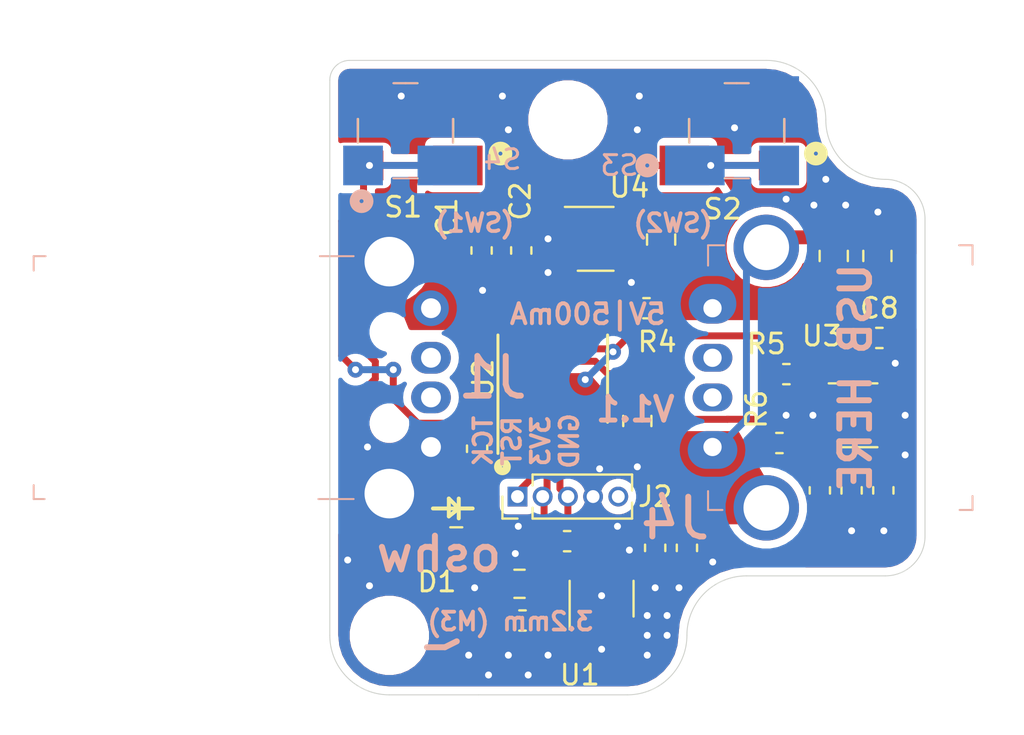
<source format=kicad_pcb>
(kicad_pcb (version 20171130) (host pcbnew "(5.1.6)-1")

  (general
    (thickness 1.6)
    (drawings 46)
    (tracks 229)
    (zones 0)
    (modules 33)
    (nets 17)
  )

  (page A4)
  (title_block
    (title "USB Taper")
    (date 2021-03-19)
    (rev V1.1)
    (company oshw)
  )

  (layers
    (0 F.Cu signal)
    (31 B.Cu signal)
    (32 B.Adhes user hide)
    (33 F.Adhes user hide)
    (34 B.Paste user hide)
    (35 F.Paste user hide)
    (36 B.SilkS user)
    (37 F.SilkS user)
    (38 B.Mask user hide)
    (39 F.Mask user hide)
    (40 Dwgs.User user hide)
    (41 Cmts.User user hide)
    (42 Eco1.User user hide)
    (43 Eco2.User user hide)
    (44 Edge.Cuts user)
    (45 Margin user hide)
    (46 B.CrtYd user hide)
    (47 F.CrtYd user hide)
    (48 B.Fab user)
    (49 F.Fab user)
  )

  (setup
    (last_trace_width 0.35)
    (trace_clearance 0.23)
    (zone_clearance 0.4)
    (zone_45_only no)
    (trace_min 0.2)
    (via_size 0.8)
    (via_drill 0.35)
    (via_min_size 0.4)
    (via_min_drill 0.3)
    (uvia_size 0.3)
    (uvia_drill 0.1)
    (uvias_allowed no)
    (uvia_min_size 0.2)
    (uvia_min_drill 0.1)
    (edge_width 0.05)
    (segment_width 0.2)
    (pcb_text_width 0.3)
    (pcb_text_size 1.5 1.5)
    (mod_edge_width 0.12)
    (mod_text_size 1 1)
    (mod_text_width 0.15)
    (pad_size 3 2)
    (pad_drill 0)
    (pad_to_mask_clearance 0.05)
    (aux_axis_origin 0 0)
    (visible_elements 7FFFFFFF)
    (pcbplotparams
      (layerselection 0x010f0_ffffffff)
      (usegerberextensions false)
      (usegerberattributes true)
      (usegerberadvancedattributes true)
      (creategerberjobfile true)
      (excludeedgelayer true)
      (linewidth 0.100000)
      (plotframeref false)
      (viasonmask true)
      (mode 1)
      (useauxorigin false)
      (hpglpennumber 1)
      (hpglpenspeed 20)
      (hpglpendiameter 15.000000)
      (psnegative false)
      (psa4output false)
      (plotreference true)
      (plotvalue true)
      (plotinvisibletext false)
      (padsonsilk false)
      (subtractmaskfromsilk false)
      (outputformat 1)
      (mirror false)
      (drillshape 0)
      (scaleselection 1)
      (outputdirectory "fab2"))
  )

  (net 0 "")
  (net 1 GND)
  (net 2 +5V)
  (net 3 /USB_PWR_OUT)
  (net 4 +3V3)
  (net 5 USB_ENABLE)
  (net 6 "Net-(C3-Pad1)")
  (net 7 /CURR_FILT)
  (net 8 "Net-(D1-Pad2)")
  (net 9 "Net-(D1-Pad1)")
  (net 10 /TCK)
  (net 11 /RST)
  (net 12 "Net-(S1-Pad1)")
  (net 13 ISNS)
  (net 14 "Net-(R10-Pad2)")
  (net 15 SW2)
  (net 16 "Net-(C7-Pad2)")

  (net_class Default "This is the default net class."
    (clearance 0.23)
    (trace_width 0.35)
    (via_dia 0.8)
    (via_drill 0.35)
    (uvia_dia 0.3)
    (uvia_drill 0.1)
    (add_net +3V3)
    (add_net +5V)
    (add_net /CURR_FILT)
    (add_net /RST)
    (add_net /TCK)
    (add_net /USB_PWR_OUT)
    (add_net GND)
    (add_net ISNS)
    (add_net "Net-(C3-Pad1)")
    (add_net "Net-(C7-Pad2)")
    (add_net "Net-(D1-Pad1)")
    (add_net "Net-(D1-Pad2)")
    (add_net "Net-(R10-Pad2)")
    (add_net "Net-(S1-Pad1)")
    (add_net SW2)
    (add_net USB_ENABLE)
  )

  (module MountingHole:MountingHole_3.2mm_M3 (layer F.Cu) (tedit 56D1B4CB) (tstamp 603A6777)
    (at 88 97)
    (descr "Mounting Hole 3.2mm, no annular, M3")
    (tags "mounting hole 3.2mm no annular m3")
    (attr virtual)
    (fp_text reference REF** (at 0 -4.2) (layer F.SilkS) hide
      (effects (font (size 1 1) (thickness 0.15)))
    )
    (fp_text value MountingHole_3.2mm_M3 (at 0 4.2) (layer F.Fab)
      (effects (font (size 1 1) (thickness 0.15)))
    )
    (fp_circle (center 0 0) (end 3.45 0) (layer F.CrtYd) (width 0.05))
    (fp_circle (center 0 0) (end 3.2 0) (layer Cmts.User) (width 0.15))
    (fp_text user %R (at 0.3 0) (layer F.Fab)
      (effects (font (size 1 1) (thickness 0.15)))
    )
    (pad 1 np_thru_hole circle (at 0 0) (size 3.2 3.2) (drill 3.2) (layers *.Cu *.Mask))
  )

  (module MountingHole:MountingHole_3.2mm_M3 (layer F.Cu) (tedit 56D1B4CB) (tstamp 603A7F36)
    (at 97 71)
    (descr "Mounting Hole 3.2mm, no annular, M3")
    (tags "mounting hole 3.2mm no annular m3")
    (attr virtual)
    (fp_text reference REF** (at 0 -4.2) (layer F.SilkS) hide
      (effects (font (size 1 1) (thickness 0.15)))
    )
    (fp_text value MountingHole_3.2mm_M3 (at 0 4.2) (layer F.Fab)
      (effects (font (size 1 1) (thickness 0.15)))
    )
    (fp_circle (center 0 0) (end 3.2 0) (layer Cmts.User) (width 0.15))
    (fp_circle (center 0 0) (end 3.45 0) (layer F.CrtYd) (width 0.05))
    (fp_text user %R (at 0.3 0) (layer F.Fab)
      (effects (font (size 1 1) (thickness 0.15)))
    )
    (pad 1 np_thru_hole circle (at 0 0) (size 3.2 3.2) (drill 3.2) (layers *.Cu *.Mask))
  )

  (module Capacitor_SMD:C_0603_1608Metric (layer F.Cu) (tedit 5B301BBE) (tstamp 6039948A)
    (at 92.65 77.5875 270)
    (descr "Capacitor SMD 0603 (1608 Metric), square (rectangular) end terminal, IPC_7351 nominal, (Body size source: http://www.tortai-tech.com/upload/download/2011102023233369053.pdf), generated with kicad-footprint-generator")
    (tags capacitor)
    (path /60479D22)
    (attr smd)
    (fp_text reference C1 (at -1.6875 1.75 90) (layer F.SilkS)
      (effects (font (size 1 1) (thickness 0.15)))
    )
    (fp_text value 220nF|0603 (at 0 1.43 90) (layer F.Fab)
      (effects (font (size 1 1) (thickness 0.15)))
    )
    (fp_line (start -0.8 0.4) (end -0.8 -0.4) (layer F.Fab) (width 0.1))
    (fp_line (start -0.8 -0.4) (end 0.8 -0.4) (layer F.Fab) (width 0.1))
    (fp_line (start 0.8 -0.4) (end 0.8 0.4) (layer F.Fab) (width 0.1))
    (fp_line (start 0.8 0.4) (end -0.8 0.4) (layer F.Fab) (width 0.1))
    (fp_line (start -0.162779 -0.51) (end 0.162779 -0.51) (layer F.SilkS) (width 0.12))
    (fp_line (start -0.162779 0.51) (end 0.162779 0.51) (layer F.SilkS) (width 0.12))
    (fp_line (start -1.48 0.73) (end -1.48 -0.73) (layer F.CrtYd) (width 0.05))
    (fp_line (start -1.48 -0.73) (end 1.48 -0.73) (layer F.CrtYd) (width 0.05))
    (fp_line (start 1.48 -0.73) (end 1.48 0.73) (layer F.CrtYd) (width 0.05))
    (fp_line (start 1.48 0.73) (end -1.48 0.73) (layer F.CrtYd) (width 0.05))
    (fp_text user %R (at 0 0 90) (layer F.Fab)
      (effects (font (size 0.4 0.4) (thickness 0.06)))
    )
    (pad 2 smd roundrect (at 0.7875 0 270) (size 0.875 0.95) (layers F.Cu F.Paste F.Mask) (roundrect_rratio 0.25)
      (net 1 GND))
    (pad 1 smd roundrect (at -0.7875 0 270) (size 0.875 0.95) (layers F.Cu F.Paste F.Mask) (roundrect_rratio 0.25)
      (net 2 +5V))
    (model ${KISYS3DMOD}/Capacitor_SMD.3dshapes/C_0603_1608Metric.wrl
      (at (xyz 0 0 0))
      (scale (xyz 1 1 1))
      (rotate (xyz 0 0 0))
    )
  )

  (module Capacitor_SMD:C_0603_1608Metric (layer F.Cu) (tedit 5B301BBE) (tstamp 6039949B)
    (at 94.65 77.5875 270)
    (descr "Capacitor SMD 0603 (1608 Metric), square (rectangular) end terminal, IPC_7351 nominal, (Body size source: http://www.tortai-tech.com/upload/download/2011102023233369053.pdf), generated with kicad-footprint-generator")
    (tags capacitor)
    (path /5F83AD92)
    (attr smd)
    (fp_text reference C2 (at -2.4875 0.05 90) (layer F.SilkS)
      (effects (font (size 1 1) (thickness 0.15)))
    )
    (fp_text value 220nF|0603 (at 0 1.43 90) (layer F.Fab)
      (effects (font (size 1 1) (thickness 0.15)))
    )
    (fp_line (start 1.48 0.73) (end -1.48 0.73) (layer F.CrtYd) (width 0.05))
    (fp_line (start 1.48 -0.73) (end 1.48 0.73) (layer F.CrtYd) (width 0.05))
    (fp_line (start -1.48 -0.73) (end 1.48 -0.73) (layer F.CrtYd) (width 0.05))
    (fp_line (start -1.48 0.73) (end -1.48 -0.73) (layer F.CrtYd) (width 0.05))
    (fp_line (start -0.162779 0.51) (end 0.162779 0.51) (layer F.SilkS) (width 0.12))
    (fp_line (start -0.162779 -0.51) (end 0.162779 -0.51) (layer F.SilkS) (width 0.12))
    (fp_line (start 0.8 0.4) (end -0.8 0.4) (layer F.Fab) (width 0.1))
    (fp_line (start 0.8 -0.4) (end 0.8 0.4) (layer F.Fab) (width 0.1))
    (fp_line (start -0.8 -0.4) (end 0.8 -0.4) (layer F.Fab) (width 0.1))
    (fp_line (start -0.8 0.4) (end -0.8 -0.4) (layer F.Fab) (width 0.1))
    (fp_text user %R (at 0 0 90) (layer F.Fab)
      (effects (font (size 0.4 0.4) (thickness 0.06)))
    )
    (pad 1 smd roundrect (at -0.7875 0 270) (size 0.875 0.95) (layers F.Cu F.Paste F.Mask) (roundrect_rratio 0.25)
      (net 2 +5V))
    (pad 2 smd roundrect (at 0.7875 0 270) (size 0.875 0.95) (layers F.Cu F.Paste F.Mask) (roundrect_rratio 0.25)
      (net 1 GND))
    (model ${KISYS3DMOD}/Capacitor_SMD.3dshapes/C_0603_1608Metric.wrl
      (at (xyz 0 0 0))
      (scale (xyz 1 1 1))
      (rotate (xyz 0 0 0))
    )
  )

  (module Capacitor_SMD:C_0805_2012Metric (layer F.Cu) (tedit 5B36C52B) (tstamp 603994AC)
    (at 94.5625 94.4 180)
    (descr "Capacitor SMD 0805 (2012 Metric), square (rectangular) end terminal, IPC_7351 nominal, (Body size source: https://docs.google.com/spreadsheets/d/1BsfQQcO9C6DZCsRaXUlFlo91Tg2WpOkGARC1WS5S8t0/edit?usp=sharing), generated with kicad-footprint-generator")
    (tags capacitor)
    (path /5F840C66)
    (attr smd)
    (fp_text reference C3 (at 0 -1.65) (layer F.SilkS) hide
      (effects (font (size 1 1) (thickness 0.15)))
    )
    (fp_text value 4.7uF|0805 (at 0 1.65) (layer F.Fab)
      (effects (font (size 1 1) (thickness 0.15)))
    )
    (fp_line (start -1 0.6) (end -1 -0.6) (layer F.Fab) (width 0.1))
    (fp_line (start -1 -0.6) (end 1 -0.6) (layer F.Fab) (width 0.1))
    (fp_line (start 1 -0.6) (end 1 0.6) (layer F.Fab) (width 0.1))
    (fp_line (start 1 0.6) (end -1 0.6) (layer F.Fab) (width 0.1))
    (fp_line (start -0.258578 -0.71) (end 0.258578 -0.71) (layer F.SilkS) (width 0.12))
    (fp_line (start -0.258578 0.71) (end 0.258578 0.71) (layer F.SilkS) (width 0.12))
    (fp_line (start -1.68 0.95) (end -1.68 -0.95) (layer F.CrtYd) (width 0.05))
    (fp_line (start -1.68 -0.95) (end 1.68 -0.95) (layer F.CrtYd) (width 0.05))
    (fp_line (start 1.68 -0.95) (end 1.68 0.95) (layer F.CrtYd) (width 0.05))
    (fp_line (start 1.68 0.95) (end -1.68 0.95) (layer F.CrtYd) (width 0.05))
    (fp_text user %R (at 0 0) (layer F.Fab)
      (effects (font (size 0.5 0.5) (thickness 0.08)))
    )
    (pad 2 smd roundrect (at 0.9375 0 180) (size 0.975 1.4) (layers F.Cu F.Paste F.Mask) (roundrect_rratio 0.25)
      (net 1 GND))
    (pad 1 smd roundrect (at -0.9375 0 180) (size 0.975 1.4) (layers F.Cu F.Paste F.Mask) (roundrect_rratio 0.25)
      (net 6 "Net-(C3-Pad1)"))
    (model ${KISYS3DMOD}/Capacitor_SMD.3dshapes/C_0805_2012Metric.wrl
      (at (xyz 0 0 0))
      (scale (xyz 1 1 1))
      (rotate (xyz 0 0 0))
    )
  )

  (module Capacitor_SMD:C_0805_2012Metric (layer F.Cu) (tedit 5B36C52B) (tstamp 603994BD)
    (at 112.6 77.8625 90)
    (descr "Capacitor SMD 0805 (2012 Metric), square (rectangular) end terminal, IPC_7351 nominal, (Body size source: https://docs.google.com/spreadsheets/d/1BsfQQcO9C6DZCsRaXUlFlo91Tg2WpOkGARC1WS5S8t0/edit?usp=sharing), generated with kicad-footprint-generator")
    (tags capacitor)
    (path /5FC8E5F2)
    (attr smd)
    (fp_text reference C4 (at 0 -1.65 90) (layer F.SilkS) hide
      (effects (font (size 1 1) (thickness 0.15)))
    )
    (fp_text value 1uF|0805 (at 0 1.65 90) (layer F.Fab)
      (effects (font (size 1 1) (thickness 0.15)))
    )
    (fp_line (start 1.68 0.95) (end -1.68 0.95) (layer F.CrtYd) (width 0.05))
    (fp_line (start 1.68 -0.95) (end 1.68 0.95) (layer F.CrtYd) (width 0.05))
    (fp_line (start -1.68 -0.95) (end 1.68 -0.95) (layer F.CrtYd) (width 0.05))
    (fp_line (start -1.68 0.95) (end -1.68 -0.95) (layer F.CrtYd) (width 0.05))
    (fp_line (start -0.258578 0.71) (end 0.258578 0.71) (layer F.SilkS) (width 0.12))
    (fp_line (start -0.258578 -0.71) (end 0.258578 -0.71) (layer F.SilkS) (width 0.12))
    (fp_line (start 1 0.6) (end -1 0.6) (layer F.Fab) (width 0.1))
    (fp_line (start 1 -0.6) (end 1 0.6) (layer F.Fab) (width 0.1))
    (fp_line (start -1 -0.6) (end 1 -0.6) (layer F.Fab) (width 0.1))
    (fp_line (start -1 0.6) (end -1 -0.6) (layer F.Fab) (width 0.1))
    (fp_text user %R (at 0 0 90) (layer F.Fab)
      (effects (font (size 0.5 0.5) (thickness 0.08)))
    )
    (pad 1 smd roundrect (at -0.9375 0 90) (size 0.975 1.4) (layers F.Cu F.Paste F.Mask) (roundrect_rratio 0.25)
      (net 3 /USB_PWR_OUT))
    (pad 2 smd roundrect (at 0.9375 0 90) (size 0.975 1.4) (layers F.Cu F.Paste F.Mask) (roundrect_rratio 0.25)
      (net 1 GND))
    (model ${KISYS3DMOD}/Capacitor_SMD.3dshapes/C_0805_2012Metric.wrl
      (at (xyz 0 0 0))
      (scale (xyz 1 1 1))
      (rotate (xyz 0 0 0))
    )
  )

  (module Capacitor_SMD:C_0805_2012Metric (layer F.Cu) (tedit 5B36C52B) (tstamp 603994CE)
    (at 100.5 86.1875 270)
    (descr "Capacitor SMD 0805 (2012 Metric), square (rectangular) end terminal, IPC_7351 nominal, (Body size source: https://docs.google.com/spreadsheets/d/1BsfQQcO9C6DZCsRaXUlFlo91Tg2WpOkGARC1WS5S8t0/edit?usp=sharing), generated with kicad-footprint-generator")
    (tags capacitor)
    (path /6043A390)
    (attr smd)
    (fp_text reference C5 (at 2.7125 -1.4 90) (layer F.SilkS) hide
      (effects (font (size 1 1) (thickness 0.15)))
    )
    (fp_text value 4.7uF|0805 (at 0 1.65 90) (layer F.Fab)
      (effects (font (size 1 1) (thickness 0.15)))
    )
    (fp_line (start 1.68 0.95) (end -1.68 0.95) (layer F.CrtYd) (width 0.05))
    (fp_line (start 1.68 -0.95) (end 1.68 0.95) (layer F.CrtYd) (width 0.05))
    (fp_line (start -1.68 -0.95) (end 1.68 -0.95) (layer F.CrtYd) (width 0.05))
    (fp_line (start -1.68 0.95) (end -1.68 -0.95) (layer F.CrtYd) (width 0.05))
    (fp_line (start -0.258578 0.71) (end 0.258578 0.71) (layer F.SilkS) (width 0.12))
    (fp_line (start -0.258578 -0.71) (end 0.258578 -0.71) (layer F.SilkS) (width 0.12))
    (fp_line (start 1 0.6) (end -1 0.6) (layer F.Fab) (width 0.1))
    (fp_line (start 1 -0.6) (end 1 0.6) (layer F.Fab) (width 0.1))
    (fp_line (start -1 -0.6) (end 1 -0.6) (layer F.Fab) (width 0.1))
    (fp_line (start -1 0.6) (end -1 -0.6) (layer F.Fab) (width 0.1))
    (fp_text user %R (at 0 0 90) (layer F.Fab)
      (effects (font (size 0.5 0.5) (thickness 0.08)))
    )
    (pad 1 smd roundrect (at -0.9375 0 270) (size 0.975 1.4) (layers F.Cu F.Paste F.Mask) (roundrect_rratio 0.25)
      (net 4 +3V3))
    (pad 2 smd roundrect (at 0.9375 0 270) (size 0.975 1.4) (layers F.Cu F.Paste F.Mask) (roundrect_rratio 0.25)
      (net 1 GND))
    (model ${KISYS3DMOD}/Capacitor_SMD.3dshapes/C_0805_2012Metric.wrl
      (at (xyz 0 0 0))
      (scale (xyz 1 1 1))
      (rotate (xyz 0 0 0))
    )
  )

  (module Capacitor_SMD:C_0603_1608Metric (layer F.Cu) (tedit 5B301BBE) (tstamp 603994DF)
    (at 111.3 89.6875 270)
    (descr "Capacitor SMD 0603 (1608 Metric), square (rectangular) end terminal, IPC_7351 nominal, (Body size source: http://www.tortai-tech.com/upload/download/2011102023233369053.pdf), generated with kicad-footprint-generator")
    (tags capacitor)
    (path /60474BEC)
    (attr smd)
    (fp_text reference C6 (at 2.6125 0 90) (layer F.SilkS) hide
      (effects (font (size 1 1) (thickness 0.15)))
    )
    (fp_text value 2.2uF|0603 (at 0 1.43 90) (layer F.Fab)
      (effects (font (size 1 1) (thickness 0.15)))
    )
    (fp_line (start 1.48 0.73) (end -1.48 0.73) (layer F.CrtYd) (width 0.05))
    (fp_line (start 1.48 -0.73) (end 1.48 0.73) (layer F.CrtYd) (width 0.05))
    (fp_line (start -1.48 -0.73) (end 1.48 -0.73) (layer F.CrtYd) (width 0.05))
    (fp_line (start -1.48 0.73) (end -1.48 -0.73) (layer F.CrtYd) (width 0.05))
    (fp_line (start -0.162779 0.51) (end 0.162779 0.51) (layer F.SilkS) (width 0.12))
    (fp_line (start -0.162779 -0.51) (end 0.162779 -0.51) (layer F.SilkS) (width 0.12))
    (fp_line (start 0.8 0.4) (end -0.8 0.4) (layer F.Fab) (width 0.1))
    (fp_line (start 0.8 -0.4) (end 0.8 0.4) (layer F.Fab) (width 0.1))
    (fp_line (start -0.8 -0.4) (end 0.8 -0.4) (layer F.Fab) (width 0.1))
    (fp_line (start -0.8 0.4) (end -0.8 -0.4) (layer F.Fab) (width 0.1))
    (fp_text user %R (at 0 0 90) (layer F.Fab)
      (effects (font (size 0.4 0.4) (thickness 0.06)))
    )
    (pad 1 smd roundrect (at -0.7875 0 270) (size 0.875 0.95) (layers F.Cu F.Paste F.Mask) (roundrect_rratio 0.25)
      (net 13 ISNS))
    (pad 2 smd roundrect (at 0.7875 0 270) (size 0.875 0.95) (layers F.Cu F.Paste F.Mask) (roundrect_rratio 0.25)
      (net 1 GND))
    (model ${KISYS3DMOD}/Capacitor_SMD.3dshapes/C_0603_1608Metric.wrl
      (at (xyz 0 0 0))
      (scale (xyz 1 1 1))
      (rotate (xyz 0 0 0))
    )
  )

  (module Capacitor_SMD:C_0805_2012Metric (layer F.Cu) (tedit 5B36C52B) (tstamp 603994F0)
    (at 110.4 77.8625 90)
    (descr "Capacitor SMD 0805 (2012 Metric), square (rectangular) end terminal, IPC_7351 nominal, (Body size source: https://docs.google.com/spreadsheets/d/1BsfQQcO9C6DZCsRaXUlFlo91Tg2WpOkGARC1WS5S8t0/edit?usp=sharing), generated with kicad-footprint-generator")
    (tags capacitor)
    (path /5FB26FFE)
    (attr smd)
    (fp_text reference C7 (at 0 -1.65 90) (layer F.SilkS) hide
      (effects (font (size 1 1) (thickness 0.15)))
    )
    (fp_text value 22uF|0805 (at 0 1.65 90) (layer F.Fab)
      (effects (font (size 1 1) (thickness 0.15)))
    )
    (fp_line (start -1 0.6) (end -1 -0.6) (layer F.Fab) (width 0.1))
    (fp_line (start -1 -0.6) (end 1 -0.6) (layer F.Fab) (width 0.1))
    (fp_line (start 1 -0.6) (end 1 0.6) (layer F.Fab) (width 0.1))
    (fp_line (start 1 0.6) (end -1 0.6) (layer F.Fab) (width 0.1))
    (fp_line (start -0.258578 -0.71) (end 0.258578 -0.71) (layer F.SilkS) (width 0.12))
    (fp_line (start -0.258578 0.71) (end 0.258578 0.71) (layer F.SilkS) (width 0.12))
    (fp_line (start -1.68 0.95) (end -1.68 -0.95) (layer F.CrtYd) (width 0.05))
    (fp_line (start -1.68 -0.95) (end 1.68 -0.95) (layer F.CrtYd) (width 0.05))
    (fp_line (start 1.68 -0.95) (end 1.68 0.95) (layer F.CrtYd) (width 0.05))
    (fp_line (start 1.68 0.95) (end -1.68 0.95) (layer F.CrtYd) (width 0.05))
    (fp_text user %R (at 0 0 90) (layer F.Fab)
      (effects (font (size 0.5 0.5) (thickness 0.08)))
    )
    (pad 2 smd roundrect (at 0.9375 0 90) (size 0.975 1.4) (layers F.Cu F.Paste F.Mask) (roundrect_rratio 0.25)
      (net 16 "Net-(C7-Pad2)"))
    (pad 1 smd roundrect (at -0.9375 0 90) (size 0.975 1.4) (layers F.Cu F.Paste F.Mask) (roundrect_rratio 0.25)
      (net 3 /USB_PWR_OUT))
    (model ${KISYS3DMOD}/Capacitor_SMD.3dshapes/C_0805_2012Metric.wrl
      (at (xyz 0 0 0))
      (scale (xyz 1 1 1))
      (rotate (xyz 0 0 0))
    )
  )

  (module Capacitor_SMD:C_0805_2012Metric (layer F.Cu) (tedit 5B36C52B) (tstamp 60399501)
    (at 101.7 77.0375 270)
    (descr "Capacitor SMD 0805 (2012 Metric), square (rectangular) end terminal, IPC_7351 nominal, (Body size source: https://docs.google.com/spreadsheets/d/1BsfQQcO9C6DZCsRaXUlFlo91Tg2WpOkGARC1WS5S8t0/edit?usp=sharing), generated with kicad-footprint-generator")
    (tags capacitor)
    (path /5FD131BB)
    (attr smd)
    (fp_text reference C11 (at 0 -1.65 90) (layer F.SilkS) hide
      (effects (font (size 1 1) (thickness 0.15)))
    )
    (fp_text value 22uF|0805 (at 0 1.65 90) (layer F.Fab)
      (effects (font (size 1 1) (thickness 0.15)))
    )
    (fp_line (start 1.68 0.95) (end -1.68 0.95) (layer F.CrtYd) (width 0.05))
    (fp_line (start 1.68 -0.95) (end 1.68 0.95) (layer F.CrtYd) (width 0.05))
    (fp_line (start -1.68 -0.95) (end 1.68 -0.95) (layer F.CrtYd) (width 0.05))
    (fp_line (start -1.68 0.95) (end -1.68 -0.95) (layer F.CrtYd) (width 0.05))
    (fp_line (start -0.258578 0.71) (end 0.258578 0.71) (layer F.SilkS) (width 0.12))
    (fp_line (start -0.258578 -0.71) (end 0.258578 -0.71) (layer F.SilkS) (width 0.12))
    (fp_line (start 1 0.6) (end -1 0.6) (layer F.Fab) (width 0.1))
    (fp_line (start 1 -0.6) (end 1 0.6) (layer F.Fab) (width 0.1))
    (fp_line (start -1 -0.6) (end 1 -0.6) (layer F.Fab) (width 0.1))
    (fp_line (start -1 0.6) (end -1 -0.6) (layer F.Fab) (width 0.1))
    (fp_text user %R (at 0 0 90) (layer F.Fab)
      (effects (font (size 0.5 0.5) (thickness 0.08)))
    )
    (pad 1 smd roundrect (at -0.9375 0 270) (size 0.975 1.4) (layers F.Cu F.Paste F.Mask) (roundrect_rratio 0.25)
      (net 3 /USB_PWR_OUT))
    (pad 2 smd roundrect (at 0.9375 0 270) (size 0.975 1.4) (layers F.Cu F.Paste F.Mask) (roundrect_rratio 0.25)
      (net 1 GND))
    (model ${KISYS3DMOD}/Capacitor_SMD.3dshapes/C_0805_2012Metric.wrl
      (at (xyz 0 0 0))
      (scale (xyz 1 1 1))
      (rotate (xyz 0 0 0))
    )
  )

  (module digikey-footprints:0805 (layer F.Cu) (tedit 5D288D36) (tstamp 60399511)
    (at 91.375 92.35)
    (path /604A3C27)
    (attr smd)
    (fp_text reference D1 (at -0.975 1.95) (layer F.SilkS)
      (effects (font (size 1 1) (thickness 0.15)))
    )
    (fp_text value LG_R971-KN-1 (at 0 1.95) (layer F.Fab)
      (effects (font (size 1 1) (thickness 0.15)))
    )
    (fp_line (start -0.95 -0.675) (end -0.95 0.675) (layer F.Fab) (width 0.12))
    (fp_line (start 0.95 -0.675) (end 0.95 0.675) (layer F.Fab) (width 0.12))
    (fp_line (start -0.95 -0.68) (end 0.95 -0.68) (layer F.Fab) (width 0.12))
    (fp_line (start -0.95 0.68) (end 0.95 0.68) (layer F.Fab) (width 0.12))
    (fp_line (start -0.3 -0.8) (end 0.3 -0.8) (layer F.SilkS) (width 0.12))
    (fp_line (start -0.32 0.8) (end 0.28 0.8) (layer F.SilkS) (width 0.12))
    (fp_line (start -1.9 0.93) (end -1.9 -0.93) (layer F.CrtYd) (width 0.05))
    (fp_line (start 1.9 0.93) (end 1.9 -0.93) (layer F.CrtYd) (width 0.05))
    (fp_line (start -1.9 -0.93) (end 1.9 -0.93) (layer F.CrtYd) (width 0.05))
    (fp_line (start -1.9 0.93) (end 1.9 0.93) (layer F.CrtYd) (width 0.05))
    (pad 2 smd rect (at 1.05 0) (size 1.2 1.2) (layers F.Cu F.Paste F.Mask)
      (net 8 "Net-(D1-Pad2)"))
    (pad 1 smd rect (at -1.05 0) (size 1.2 1.2) (layers F.Cu F.Paste F.Mask)
      (net 9 "Net-(D1-Pad1)"))
  )

  (module digikey-footprints:USB_Male_A_UP2-AH-1-TH (layer B.Cu) (tedit 60398FB4) (tstamp 6039A016)
    (at 88 84 90)
    (descr http://www.cui.com/product/resource/up2-ah-th.pdf)
    (path /603E9C13)
    (fp_text reference J1 (at 0 5.2) (layer B.SilkS)
      (effects (font (size 2 2) (thickness 0.3)) (justify mirror))
    )
    (fp_text value UP2-AH-1-TH (at 0.25 -18.775 -90) (layer B.Fab)
      (effects (font (size 1 1) (thickness 0.15)) (justify mirror))
    )
    (fp_line (start -7.1 -2.9) (end 7.1 -2.9) (layer B.CrtYd) (width 0.05))
    (fp_line (start 7.1 -2.9) (end 7.1 3.25) (layer B.CrtYd) (width 0.05))
    (fp_line (start -7.1 -2.9) (end -7.1 3.25) (layer B.CrtYd) (width 0.05))
    (fp_line (start -7.1 3.25) (end 7.1 3.25) (layer B.CrtYd) (width 0.05))
    (fp_line (start -6 1) (end -6 -17.8) (layer B.Fab) (width 0.1))
    (fp_line (start 6 1) (end 6 -17.8) (layer B.Fab) (width 0.1))
    (fp_line (start -6 -17.8) (end 6 -17.8) (layer B.Fab) (width 0.1))
    (fp_line (start -6 1) (end 6 1) (layer B.Fab) (width 0.1))
    (fp_line (start 6.125 -17.925) (end 6.125 -17.325) (layer B.SilkS) (width 0.1))
    (fp_line (start 5.4 -17.925) (end 6.125 -17.925) (layer B.SilkS) (width 0.1))
    (fp_line (start -6.125 -17.925) (end -6.125 -17.375) (layer B.SilkS) (width 0.1))
    (fp_line (start -5.425 -17.925) (end -6.125 -17.925) (layer B.SilkS) (width 0.1))
    (fp_line (start 6.125 -1.8) (end 6.125 -2.575) (layer B.SilkS) (width 0.1))
    (fp_line (start -6.125 -1.8) (end -6.125 -3.575) (layer B.SilkS) (width 0.1))
    (fp_line (start 6.125 -2.55) (end 6.125 -3.5) (layer B.SilkS) (width 0.1))
    (fp_text user %R (at 0.025 -1.825 -90) (layer B.Fab)
      (effects (font (size 1 1) (thickness 0.15)) (justify mirror))
    )
    (pad SH thru_hole oval (at -5.85 0 90) (size 3.5 3.5) (drill 2.5) (layers *.Cu *.Mask)
      (net 1 GND))
    (pad SH thru_hole oval (at 5.85 0 90) (size 3.5 3.5) (drill 2.5) (layers *.Cu *.Mask)
      (net 1 GND))
    (pad "" np_thru_hole circle (at -2.3 0 90) (size 1.2 1.2) (drill 1.2) (layers *.Cu *.Mask))
    (pad "" np_thru_hole circle (at 2.3 0 90) (size 1.2 1.2) (drill 1.2) (layers *.Cu *.Mask))
    (pad 4 thru_hole oval (at -3.5 2.1 90) (size 1.7 2) (drill 1 (offset -0.1 0)) (layers *.Cu *.Mask)
      (net 1 GND))
    (pad 3 thru_hole oval (at -1 2.1 90) (size 1.6 2) (drill 1) (layers *.Cu *.Mask))
    (pad 2 thru_hole oval (at 1 2.1 90) (size 1.6 2) (drill 1) (layers *.Cu *.Mask))
    (pad 1 thru_hole circle (at 3.5 2.1 90) (size 1.8 1.8) (drill 1) (layers *.Cu *.Mask)
      (net 2 +5V))
    (model C:/Users/peter/Downloads/CUI_DEVICES_UP2-AH-1-TH.step
      (offset (xyz 0 -18 -0.7))
      (scale (xyz 1.01 1 1))
      (rotate (xyz -90 0 -90))
    )
  )

  (module Connector_PinHeader_1.27mm:PinHeader_1x05_P1.27mm_Vertical (layer F.Cu) (tedit 59FED6E3) (tstamp 60399548)
    (at 94.46 90 90)
    (descr "Through hole straight pin header, 1x05, 1.27mm pitch, single row")
    (tags "Through hole pin header THT 1x05 1.27mm single row")
    (path /60412CE6)
    (fp_text reference J2 (at 0 6.94 180) (layer F.SilkS)
      (effects (font (size 1 1) (thickness 0.15)))
    )
    (fp_text value Conn_01x05 (at 0 6.775 90) (layer F.Fab)
      (effects (font (size 1 1) (thickness 0.15)))
    )
    (fp_line (start 1.55 -1.15) (end -1.55 -1.15) (layer F.CrtYd) (width 0.05))
    (fp_line (start 1.55 6.25) (end 1.55 -1.15) (layer F.CrtYd) (width 0.05))
    (fp_line (start -1.55 6.25) (end 1.55 6.25) (layer F.CrtYd) (width 0.05))
    (fp_line (start -1.55 -1.15) (end -1.55 6.25) (layer F.CrtYd) (width 0.05))
    (fp_line (start -1.11 -0.76) (end 0 -0.76) (layer F.SilkS) (width 0.12))
    (fp_line (start -1.11 0) (end -1.11 -0.76) (layer F.SilkS) (width 0.12))
    (fp_line (start 0.563471 0.76) (end 1.11 0.76) (layer F.SilkS) (width 0.12))
    (fp_line (start -1.11 0.76) (end -0.563471 0.76) (layer F.SilkS) (width 0.12))
    (fp_line (start 1.11 0.76) (end 1.11 5.775) (layer F.SilkS) (width 0.12))
    (fp_line (start -1.11 0.76) (end -1.11 5.775) (layer F.SilkS) (width 0.12))
    (fp_line (start 0.30753 5.775) (end 1.11 5.775) (layer F.SilkS) (width 0.12))
    (fp_line (start -1.11 5.775) (end -0.30753 5.775) (layer F.SilkS) (width 0.12))
    (fp_line (start -1.05 -0.11) (end -0.525 -0.635) (layer F.Fab) (width 0.1))
    (fp_line (start -1.05 5.715) (end -1.05 -0.11) (layer F.Fab) (width 0.1))
    (fp_line (start 1.05 5.715) (end -1.05 5.715) (layer F.Fab) (width 0.1))
    (fp_line (start 1.05 -0.635) (end 1.05 5.715) (layer F.Fab) (width 0.1))
    (fp_line (start -0.525 -0.635) (end 1.05 -0.635) (layer F.Fab) (width 0.1))
    (fp_text user %R (at 0 2.54) (layer F.Fab)
      (effects (font (size 1 1) (thickness 0.15)))
    )
    (pad 1 thru_hole rect (at 0 0 90) (size 1 1) (drill 0.65) (layers *.Cu *.Mask)
      (net 10 /TCK))
    (pad 2 thru_hole oval (at 0 1.27 90) (size 1 1) (drill 0.65) (layers *.Cu *.Mask)
      (net 11 /RST))
    (pad 3 thru_hole oval (at 0 2.54 90) (size 1 1) (drill 0.65) (layers *.Cu *.Mask)
      (net 4 +3V3))
    (pad 4 thru_hole oval (at 0 3.81 90) (size 1 1) (drill 0.65) (layers *.Cu *.Mask)
      (net 1 GND))
    (pad 5 thru_hole oval (at 0 5.08 90) (size 1 1) (drill 0.65) (layers *.Cu *.Mask))
    (model ${KISYS3DMOD}/Connector_PinHeader_1.27mm.3dshapes/PinHeader_1x05_P1.27mm_Vertical.wrl
      (at (xyz 0 0 0))
      (scale (xyz 1 1 1))
      (rotate (xyz 0 0 0))
    )
  )

  (module digikey-footprints:USB_A_Female_UE27AC54100 (layer B.Cu) (tedit 603A6818) (tstamp 603A83A3)
    (at 107 84 270)
    (path /5F7D3DDC)
    (fp_text reference J4 (at 7.1 4.6) (layer B.SilkS)
      (effects (font (size 2 2) (thickness 0.3)) (justify mirror))
    )
    (fp_text value UE27AC54100 (at 0 -12 270) (layer B.Fab)
      (effects (font (size 1 1) (thickness 0.15)) (justify mirror))
    )
    (fp_line (start -6.55 2.82) (end 6.55 2.82) (layer B.Fab) (width 0.1))
    (fp_line (start 6.55 2.82) (end 6.55 -10.28) (layer B.Fab) (width 0.1))
    (fp_line (start -6.55 2.82) (end -6.55 -10.28) (layer B.Fab) (width 0.1))
    (fp_line (start -6.55 -10.28) (end 6.55 -10.28) (layer B.Fab) (width 0.1))
    (fp_line (start 6.675 2.935) (end 6.675 2.21) (layer B.SilkS) (width 0.1))
    (fp_line (start 5.725 2.935) (end 6.675 2.935) (layer B.SilkS) (width 0.1))
    (fp_line (start -6.675 2.935) (end -6.675 2.135) (layer B.SilkS) (width 0.1))
    (fp_line (start -5.65 2.935) (end -6.675 2.935) (layer B.SilkS) (width 0.1))
    (fp_line (start 6.675 -10.395) (end 5.975 -10.395) (layer B.SilkS) (width 0.1))
    (fp_line (start 6.675 -9.745) (end 6.675 -10.395) (layer B.SilkS) (width 0.1))
    (fp_line (start -6.675 -10.395) (end -6.675 -9.72) (layer B.SilkS) (width 0.1))
    (fp_line (start -5.7 -10.395) (end -6.675 -10.395) (layer B.SilkS) (width 0.1))
    (fp_line (start -8.45 3.94) (end 8.45 3.94) (layer B.CrtYd) (width 0.05))
    (fp_line (start 8.45 3.94) (end 8.45 -10.57) (layer B.CrtYd) (width 0.05))
    (fp_line (start -8.45 3.94) (end -8.45 -10.57) (layer B.CrtYd) (width 0.05))
    (fp_line (start -8.45 -10.57) (end 8.45 -10.57) (layer B.CrtYd) (width 0.05))
    (fp_text user %R (at -0.025 -1.034999 270) (layer B.Fab)
      (effects (font (size 1 1) (thickness 0.15)) (justify mirror))
    )
    (pad SH thru_hole circle (at -6.57 0 270) (size 3.3 3.3) (drill 2.3) (layers *.Cu *.Mask)
      (net 16 "Net-(C7-Pad2)"))
    (pad SH thru_hole circle (at 6.57 0 270) (size 3.3 3.3) (drill 2.3) (layers *.Cu *.Mask)
      (net 16 "Net-(C7-Pad2)"))
    (pad 1 thru_hole oval (at -3.5 2.71 270) (size 2 2.4) (drill 0.92 (offset -0.225 0)) (layers *.Cu *.Mask)
      (net 3 /USB_PWR_OUT))
    (pad 2 thru_hole oval (at -1 2.71 270) (size 1.4 2) (drill 0.92) (layers *.Cu *.Mask))
    (pad 3 thru_hole oval (at 1 2.71 270) (size 1.4 2) (drill 0.92) (layers *.Cu *.Mask))
    (pad 4 thru_hole oval (at 3.5 2.71 270) (size 1.9 2.5) (drill 0.92 (offset 0.15 0)) (layers *.Cu *.Mask)
      (net 16 "Net-(C7-Pad2)"))
    (model C:/Users/peter/Downloads/M-UE27-AC54-100-REVG1.IGS
      (offset (xyz 0 3.5 6.8))
      (scale (xyz 1 1 1))
      (rotate (xyz 0 0 0))
    )
  )

  (module Resistor_SMD:R_0603_1608Metric (layer F.Cu) (tedit 5B301BBD) (tstamp 60399574)
    (at 96.9625 92.25 180)
    (descr "Resistor SMD 0603 (1608 Metric), square (rectangular) end terminal, IPC_7351 nominal, (Body size source: http://www.tortai-tech.com/upload/download/2011102023233369053.pdf), generated with kicad-footprint-generator")
    (tags resistor)
    (path /603E228F)
    (attr smd)
    (fp_text reference R1 (at 0 -1.43) (layer F.SilkS) hide
      (effects (font (size 1 1) (thickness 0.15)))
    )
    (fp_text value 47K|0603 (at 0 1.43) (layer F.Fab)
      (effects (font (size 1 1) (thickness 0.15)))
    )
    (fp_line (start -0.8 0.4) (end -0.8 -0.4) (layer F.Fab) (width 0.1))
    (fp_line (start -0.8 -0.4) (end 0.8 -0.4) (layer F.Fab) (width 0.1))
    (fp_line (start 0.8 -0.4) (end 0.8 0.4) (layer F.Fab) (width 0.1))
    (fp_line (start 0.8 0.4) (end -0.8 0.4) (layer F.Fab) (width 0.1))
    (fp_line (start -0.162779 -0.51) (end 0.162779 -0.51) (layer F.SilkS) (width 0.12))
    (fp_line (start -0.162779 0.51) (end 0.162779 0.51) (layer F.SilkS) (width 0.12))
    (fp_line (start -1.48 0.73) (end -1.48 -0.73) (layer F.CrtYd) (width 0.05))
    (fp_line (start -1.48 -0.73) (end 1.48 -0.73) (layer F.CrtYd) (width 0.05))
    (fp_line (start 1.48 -0.73) (end 1.48 0.73) (layer F.CrtYd) (width 0.05))
    (fp_line (start 1.48 0.73) (end -1.48 0.73) (layer F.CrtYd) (width 0.05))
    (fp_text user %R (at 0 0) (layer F.Fab)
      (effects (font (size 0.4 0.4) (thickness 0.06)))
    )
    (pad 2 smd roundrect (at 0.7875 0 180) (size 0.875 0.95) (layers F.Cu F.Paste F.Mask) (roundrect_rratio 0.25)
      (net 11 /RST))
    (pad 1 smd roundrect (at -0.7875 0 180) (size 0.875 0.95) (layers F.Cu F.Paste F.Mask) (roundrect_rratio 0.25)
      (net 4 +3V3))
    (model ${KISYS3DMOD}/Resistor_SMD.3dshapes/R_0603_1608Metric.wrl
      (at (xyz 0 0 0))
      (scale (xyz 1 1 1))
      (rotate (xyz 0 0 0))
    )
  )

  (module Resistor_SMD:R_0603_1608Metric (layer F.Cu) (tedit 5B301BBD) (tstamp 60399585)
    (at 92.425 87.5875 270)
    (descr "Resistor SMD 0603 (1608 Metric), square (rectangular) end terminal, IPC_7351 nominal, (Body size source: http://www.tortai-tech.com/upload/download/2011102023233369053.pdf), generated with kicad-footprint-generator")
    (tags resistor)
    (path /604B60B8)
    (attr smd)
    (fp_text reference R2 (at 0 -1.43 90) (layer F.SilkS) hide
      (effects (font (size 1 1) (thickness 0.15)))
    )
    (fp_text value 1K|0603 (at 0 1.43 90) (layer F.Fab)
      (effects (font (size 1 1) (thickness 0.15)))
    )
    (fp_line (start -0.8 0.4) (end -0.8 -0.4) (layer F.Fab) (width 0.1))
    (fp_line (start -0.8 -0.4) (end 0.8 -0.4) (layer F.Fab) (width 0.1))
    (fp_line (start 0.8 -0.4) (end 0.8 0.4) (layer F.Fab) (width 0.1))
    (fp_line (start 0.8 0.4) (end -0.8 0.4) (layer F.Fab) (width 0.1))
    (fp_line (start -0.162779 -0.51) (end 0.162779 -0.51) (layer F.SilkS) (width 0.12))
    (fp_line (start -0.162779 0.51) (end 0.162779 0.51) (layer F.SilkS) (width 0.12))
    (fp_line (start -1.48 0.73) (end -1.48 -0.73) (layer F.CrtYd) (width 0.05))
    (fp_line (start -1.48 -0.73) (end 1.48 -0.73) (layer F.CrtYd) (width 0.05))
    (fp_line (start 1.48 -0.73) (end 1.48 0.73) (layer F.CrtYd) (width 0.05))
    (fp_line (start 1.48 0.73) (end -1.48 0.73) (layer F.CrtYd) (width 0.05))
    (fp_text user %R (at 0 0 90) (layer F.Fab)
      (effects (font (size 0.4 0.4) (thickness 0.06)))
    )
    (pad 2 smd roundrect (at 0.7875 0 270) (size 0.875 0.95) (layers F.Cu F.Paste F.Mask) (roundrect_rratio 0.25)
      (net 9 "Net-(D1-Pad1)"))
    (pad 1 smd roundrect (at -0.7875 0 270) (size 0.875 0.95) (layers F.Cu F.Paste F.Mask) (roundrect_rratio 0.25)
      (net 4 +3V3))
    (model ${KISYS3DMOD}/Resistor_SMD.3dshapes/R_0603_1608Metric.wrl
      (at (xyz 0 0 0))
      (scale (xyz 1 1 1))
      (rotate (xyz 0 0 0))
    )
  )

  (module Resistor_SMD:R_0603_1608Metric (layer F.Cu) (tedit 5B301BBD) (tstamp 60399596)
    (at 94.7125 96.25)
    (descr "Resistor SMD 0603 (1608 Metric), square (rectangular) end terminal, IPC_7351 nominal, (Body size source: http://www.tortai-tech.com/upload/download/2011102023233369053.pdf), generated with kicad-footprint-generator")
    (tags resistor)
    (path /5F84387E)
    (attr smd)
    (fp_text reference R3 (at 0 -1.43) (layer F.SilkS) hide
      (effects (font (size 1 1) (thickness 0.15)))
    )
    (fp_text value 2|0603 (at 0 1.43) (layer F.Fab)
      (effects (font (size 1 1) (thickness 0.15)))
    )
    (fp_line (start 1.48 0.73) (end -1.48 0.73) (layer F.CrtYd) (width 0.05))
    (fp_line (start 1.48 -0.73) (end 1.48 0.73) (layer F.CrtYd) (width 0.05))
    (fp_line (start -1.48 -0.73) (end 1.48 -0.73) (layer F.CrtYd) (width 0.05))
    (fp_line (start -1.48 0.73) (end -1.48 -0.73) (layer F.CrtYd) (width 0.05))
    (fp_line (start -0.162779 0.51) (end 0.162779 0.51) (layer F.SilkS) (width 0.12))
    (fp_line (start -0.162779 -0.51) (end 0.162779 -0.51) (layer F.SilkS) (width 0.12))
    (fp_line (start 0.8 0.4) (end -0.8 0.4) (layer F.Fab) (width 0.1))
    (fp_line (start 0.8 -0.4) (end 0.8 0.4) (layer F.Fab) (width 0.1))
    (fp_line (start -0.8 -0.4) (end 0.8 -0.4) (layer F.Fab) (width 0.1))
    (fp_line (start -0.8 0.4) (end -0.8 -0.4) (layer F.Fab) (width 0.1))
    (fp_text user %R (at 0 0) (layer F.Fab)
      (effects (font (size 0.4 0.4) (thickness 0.06)))
    )
    (pad 1 smd roundrect (at -0.7875 0) (size 0.875 0.95) (layers F.Cu F.Paste F.Mask) (roundrect_rratio 0.25)
      (net 2 +5V))
    (pad 2 smd roundrect (at 0.7875 0) (size 0.875 0.95) (layers F.Cu F.Paste F.Mask) (roundrect_rratio 0.25)
      (net 6 "Net-(C3-Pad1)"))
    (model ${KISYS3DMOD}/Resistor_SMD.3dshapes/R_0603_1608Metric.wrl
      (at (xyz 0 0 0))
      (scale (xyz 1 1 1))
      (rotate (xyz 0 0 0))
    )
  )

  (module Resistor_SMD:R_0603_1608Metric (layer F.Cu) (tedit 5B301BBD) (tstamp 603995A7)
    (at 100.9625 80.5 180)
    (descr "Resistor SMD 0603 (1608 Metric), square (rectangular) end terminal, IPC_7351 nominal, (Body size source: http://www.tortai-tech.com/upload/download/2011102023233369053.pdf), generated with kicad-footprint-generator")
    (tags resistor)
    (path /5FC7CE07)
    (attr smd)
    (fp_text reference R4 (at -0.5375 -1.7) (layer F.SilkS)
      (effects (font (size 1 1) (thickness 0.15)))
    )
    (fp_text value 1K|0603 (at 0 1.43) (layer F.Fab)
      (effects (font (size 1 1) (thickness 0.15)))
    )
    (fp_line (start -0.8 0.4) (end -0.8 -0.4) (layer F.Fab) (width 0.1))
    (fp_line (start -0.8 -0.4) (end 0.8 -0.4) (layer F.Fab) (width 0.1))
    (fp_line (start 0.8 -0.4) (end 0.8 0.4) (layer F.Fab) (width 0.1))
    (fp_line (start 0.8 0.4) (end -0.8 0.4) (layer F.Fab) (width 0.1))
    (fp_line (start -0.162779 -0.51) (end 0.162779 -0.51) (layer F.SilkS) (width 0.12))
    (fp_line (start -0.162779 0.51) (end 0.162779 0.51) (layer F.SilkS) (width 0.12))
    (fp_line (start -1.48 0.73) (end -1.48 -0.73) (layer F.CrtYd) (width 0.05))
    (fp_line (start -1.48 -0.73) (end 1.48 -0.73) (layer F.CrtYd) (width 0.05))
    (fp_line (start 1.48 -0.73) (end 1.48 0.73) (layer F.CrtYd) (width 0.05))
    (fp_line (start 1.48 0.73) (end -1.48 0.73) (layer F.CrtYd) (width 0.05))
    (fp_text user %R (at 0 0) (layer F.Fab)
      (effects (font (size 0.4 0.4) (thickness 0.06)))
    )
    (pad 2 smd roundrect (at 0.7875 0 180) (size 0.875 0.95) (layers F.Cu F.Paste F.Mask) (roundrect_rratio 0.25)
      (net 1 GND))
    (pad 1 smd roundrect (at -0.7875 0 180) (size 0.875 0.95) (layers F.Cu F.Paste F.Mask) (roundrect_rratio 0.25)
      (net 3 /USB_PWR_OUT))
    (model ${KISYS3DMOD}/Resistor_SMD.3dshapes/R_0603_1608Metric.wrl
      (at (xyz 0 0 0))
      (scale (xyz 1 1 1))
      (rotate (xyz 0 0 0))
    )
  )

  (module Resistor_SMD:R_0603_1608Metric (layer F.Cu) (tedit 5B301BBD) (tstamp 603995DA)
    (at 109.7 89.6875 90)
    (descr "Resistor SMD 0603 (1608 Metric), square (rectangular) end terminal, IPC_7351 nominal, (Body size source: http://www.tortai-tech.com/upload/download/2011102023233369053.pdf), generated with kicad-footprint-generator")
    (tags resistor)
    (path /60471B70)
    (attr smd)
    (fp_text reference R7 (at -2.6125 -0.1 90) (layer F.SilkS) hide
      (effects (font (size 1 1) (thickness 0.15)))
    )
    (fp_text value 1K|0603 (at 0 1.43 90) (layer F.Fab)
      (effects (font (size 1 1) (thickness 0.15)))
    )
    (fp_line (start -0.8 0.4) (end -0.8 -0.4) (layer F.Fab) (width 0.1))
    (fp_line (start -0.8 -0.4) (end 0.8 -0.4) (layer F.Fab) (width 0.1))
    (fp_line (start 0.8 -0.4) (end 0.8 0.4) (layer F.Fab) (width 0.1))
    (fp_line (start 0.8 0.4) (end -0.8 0.4) (layer F.Fab) (width 0.1))
    (fp_line (start -0.162779 -0.51) (end 0.162779 -0.51) (layer F.SilkS) (width 0.12))
    (fp_line (start -0.162779 0.51) (end 0.162779 0.51) (layer F.SilkS) (width 0.12))
    (fp_line (start -1.48 0.73) (end -1.48 -0.73) (layer F.CrtYd) (width 0.05))
    (fp_line (start -1.48 -0.73) (end 1.48 -0.73) (layer F.CrtYd) (width 0.05))
    (fp_line (start 1.48 -0.73) (end 1.48 0.73) (layer F.CrtYd) (width 0.05))
    (fp_line (start 1.48 0.73) (end -1.48 0.73) (layer F.CrtYd) (width 0.05))
    (fp_text user %R (at 0 0 90) (layer F.Fab)
      (effects (font (size 0.4 0.4) (thickness 0.06)))
    )
    (pad 2 smd roundrect (at 0.7875 0 90) (size 0.875 0.95) (layers F.Cu F.Paste F.Mask) (roundrect_rratio 0.25)
      (net 13 ISNS))
    (pad 1 smd roundrect (at -0.7875 0 90) (size 0.875 0.95) (layers F.Cu F.Paste F.Mask) (roundrect_rratio 0.25)
      (net 16 "Net-(C7-Pad2)"))
    (model ${KISYS3DMOD}/Resistor_SMD.3dshapes/R_0603_1608Metric.wrl
      (at (xyz 0 0 0))
      (scale (xyz 1 1 1))
      (rotate (xyz 0 0 0))
    )
  )

  (module Resistor_SMD:R_0603_1608Metric (layer F.Cu) (tedit 5B301BBD) (tstamp 603995EB)
    (at 101.4 92.5875 270)
    (descr "Resistor SMD 0603 (1608 Metric), square (rectangular) end terminal, IPC_7351 nominal, (Body size source: http://www.tortai-tech.com/upload/download/2011102023233369053.pdf), generated with kicad-footprint-generator")
    (tags resistor)
    (path /6046C06A)
    (attr smd)
    (fp_text reference R8 (at 0 -1.43 90) (layer F.SilkS) hide
      (effects (font (size 1 1) (thickness 0.15)))
    )
    (fp_text value 0.1|0603 (at 0 1.43 90) (layer F.Fab)
      (effects (font (size 1 1) (thickness 0.15)))
    )
    (fp_line (start 1.48 0.73) (end -1.48 0.73) (layer F.CrtYd) (width 0.05))
    (fp_line (start 1.48 -0.73) (end 1.48 0.73) (layer F.CrtYd) (width 0.05))
    (fp_line (start -1.48 -0.73) (end 1.48 -0.73) (layer F.CrtYd) (width 0.05))
    (fp_line (start -1.48 0.73) (end -1.48 -0.73) (layer F.CrtYd) (width 0.05))
    (fp_line (start -0.162779 0.51) (end 0.162779 0.51) (layer F.SilkS) (width 0.12))
    (fp_line (start -0.162779 -0.51) (end 0.162779 -0.51) (layer F.SilkS) (width 0.12))
    (fp_line (start 0.8 0.4) (end -0.8 0.4) (layer F.Fab) (width 0.1))
    (fp_line (start 0.8 -0.4) (end 0.8 0.4) (layer F.Fab) (width 0.1))
    (fp_line (start -0.8 -0.4) (end 0.8 -0.4) (layer F.Fab) (width 0.1))
    (fp_line (start -0.8 0.4) (end -0.8 -0.4) (layer F.Fab) (width 0.1))
    (fp_text user %R (at 0 0 90) (layer F.Fab)
      (effects (font (size 0.4 0.4) (thickness 0.06)))
    )
    (pad 1 smd roundrect (at -0.7875 0 270) (size 0.875 0.95) (layers F.Cu F.Paste F.Mask) (roundrect_rratio 0.25)
      (net 16 "Net-(C7-Pad2)"))
    (pad 2 smd roundrect (at 0.7875 0 270) (size 0.875 0.95) (layers F.Cu F.Paste F.Mask) (roundrect_rratio 0.25)
      (net 1 GND))
    (model ${KISYS3DMOD}/Resistor_SMD.3dshapes/R_0603_1608Metric.wrl
      (at (xyz 0 0 0))
      (scale (xyz 1 1 1))
      (rotate (xyz 0 0 0))
    )
  )

  (module Resistor_SMD:R_0603_1608Metric (layer F.Cu) (tedit 5B301BBD) (tstamp 603995FC)
    (at 103 92.5875 270)
    (descr "Resistor SMD 0603 (1608 Metric), square (rectangular) end terminal, IPC_7351 nominal, (Body size source: http://www.tortai-tech.com/upload/download/2011102023233369053.pdf), generated with kicad-footprint-generator")
    (tags resistor)
    (path /604D31A4)
    (attr smd)
    (fp_text reference R9 (at 0 -1.43 90) (layer F.SilkS) hide
      (effects (font (size 1 1) (thickness 0.15)))
    )
    (fp_text value 0.1|0603 (at 0 1.43 90) (layer F.Fab)
      (effects (font (size 1 1) (thickness 0.15)))
    )
    (fp_line (start 1.48 0.73) (end -1.48 0.73) (layer F.CrtYd) (width 0.05))
    (fp_line (start 1.48 -0.73) (end 1.48 0.73) (layer F.CrtYd) (width 0.05))
    (fp_line (start -1.48 -0.73) (end 1.48 -0.73) (layer F.CrtYd) (width 0.05))
    (fp_line (start -1.48 0.73) (end -1.48 -0.73) (layer F.CrtYd) (width 0.05))
    (fp_line (start -0.162779 0.51) (end 0.162779 0.51) (layer F.SilkS) (width 0.12))
    (fp_line (start -0.162779 -0.51) (end 0.162779 -0.51) (layer F.SilkS) (width 0.12))
    (fp_line (start 0.8 0.4) (end -0.8 0.4) (layer F.Fab) (width 0.1))
    (fp_line (start 0.8 -0.4) (end 0.8 0.4) (layer F.Fab) (width 0.1))
    (fp_line (start -0.8 -0.4) (end 0.8 -0.4) (layer F.Fab) (width 0.1))
    (fp_line (start -0.8 0.4) (end -0.8 -0.4) (layer F.Fab) (width 0.1))
    (fp_text user %R (at 0 0 90) (layer F.Fab)
      (effects (font (size 0.4 0.4) (thickness 0.06)))
    )
    (pad 1 smd roundrect (at -0.7875 0 270) (size 0.875 0.95) (layers F.Cu F.Paste F.Mask) (roundrect_rratio 0.25)
      (net 16 "Net-(C7-Pad2)"))
    (pad 2 smd roundrect (at 0.7875 0 270) (size 0.875 0.95) (layers F.Cu F.Paste F.Mask) (roundrect_rratio 0.25)
      (net 1 GND))
    (model ${KISYS3DMOD}/Resistor_SMD.3dshapes/R_0603_1608Metric.wrl
      (at (xyz 0 0 0))
      (scale (xyz 1 1 1))
      (rotate (xyz 0 0 0))
    )
  )

  (module Package_TO_SOT_SMD:SOT-23-5 (layer F.Cu) (tedit 5A02FF57) (tstamp 60399628)
    (at 98.7 95.15 90)
    (descr "5-pin SOT23 package")
    (tags SOT-23-5)
    (path /6041D54A)
    (attr smd)
    (fp_text reference U1 (at -3.85 -1.1 180) (layer F.SilkS)
      (effects (font (size 1 1) (thickness 0.15)))
    )
    (fp_text value TPS76933 (at 0 2.9 90) (layer F.Fab)
      (effects (font (size 1 1) (thickness 0.15)))
    )
    (fp_line (start 0.9 -1.55) (end 0.9 1.55) (layer F.Fab) (width 0.1))
    (fp_line (start 0.9 1.55) (end -0.9 1.55) (layer F.Fab) (width 0.1))
    (fp_line (start -0.9 -0.9) (end -0.9 1.55) (layer F.Fab) (width 0.1))
    (fp_line (start 0.9 -1.55) (end -0.25 -1.55) (layer F.Fab) (width 0.1))
    (fp_line (start -0.9 -0.9) (end -0.25 -1.55) (layer F.Fab) (width 0.1))
    (fp_line (start -1.9 1.8) (end -1.9 -1.8) (layer F.CrtYd) (width 0.05))
    (fp_line (start 1.9 1.8) (end -1.9 1.8) (layer F.CrtYd) (width 0.05))
    (fp_line (start 1.9 -1.8) (end 1.9 1.8) (layer F.CrtYd) (width 0.05))
    (fp_line (start -1.9 -1.8) (end 1.9 -1.8) (layer F.CrtYd) (width 0.05))
    (fp_line (start 0.9 -1.61) (end -1.55 -1.61) (layer F.SilkS) (width 0.12))
    (fp_line (start -0.9 1.61) (end 0.9 1.61) (layer F.SilkS) (width 0.12))
    (fp_text user %R (at 0 0) (layer F.Fab)
      (effects (font (size 0.5 0.5) (thickness 0.075)))
    )
    (pad 1 smd rect (at -1.1 -0.95 90) (size 1.06 0.65) (layers F.Cu F.Paste F.Mask)
      (net 6 "Net-(C3-Pad1)"))
    (pad 2 smd rect (at -1.1 0 90) (size 1.06 0.65) (layers F.Cu F.Paste F.Mask)
      (net 1 GND))
    (pad 3 smd rect (at -1.1 0.95 90) (size 1.06 0.65) (layers F.Cu F.Paste F.Mask)
      (net 6 "Net-(C3-Pad1)"))
    (pad 4 smd rect (at 1.1 0.95 90) (size 1.06 0.65) (layers F.Cu F.Paste F.Mask))
    (pad 5 smd rect (at 1.1 -0.95 90) (size 1.06 0.65) (layers F.Cu F.Paste F.Mask)
      (net 4 +3V3))
    (model ${KISYS3DMOD}/Package_TO_SOT_SMD.3dshapes/SOT-23-5.wrl
      (at (xyz 0 0 0))
      (scale (xyz 1 1 1))
      (rotate (xyz 0 0 0))
    )
  )

  (module Package_SO:TSSOP-16_4.4x5mm_P0.65mm (layer F.Cu) (tedit 5A02F25C) (tstamp 60399648)
    (at 96.275 84.05 90)
    (descr "16-Lead Plastic Thin Shrink Small Outline (ST)-4.4 mm Body [TSSOP] (see Microchip Packaging Specification 00000049BS.pdf)")
    (tags "SSOP 0.65")
    (path /603CBEBD)
    (attr smd)
    (fp_text reference U2 (at 0 -3.55 90) (layer F.SilkS)
      (effects (font (size 1 1) (thickness 0.15)))
    )
    (fp_text value MSP430FR2110IPW16R (at 0 3.55 90) (layer F.Fab)
      (effects (font (size 1 1) (thickness 0.15)))
    )
    (fp_line (start -3.775 -2.8) (end 2.2 -2.8) (layer F.SilkS) (width 0.15))
    (fp_line (start -2.2 2.725) (end 2.2 2.725) (layer F.SilkS) (width 0.15))
    (fp_line (start -3.95 2.8) (end 3.95 2.8) (layer F.CrtYd) (width 0.05))
    (fp_line (start -3.95 -2.9) (end 3.95 -2.9) (layer F.CrtYd) (width 0.05))
    (fp_line (start 3.95 -2.9) (end 3.95 2.8) (layer F.CrtYd) (width 0.05))
    (fp_line (start -3.95 -2.9) (end -3.95 2.8) (layer F.CrtYd) (width 0.05))
    (fp_line (start -2.2 -1.5) (end -1.2 -2.5) (layer F.Fab) (width 0.15))
    (fp_line (start -2.2 2.5) (end -2.2 -1.5) (layer F.Fab) (width 0.15))
    (fp_line (start 2.2 2.5) (end -2.2 2.5) (layer F.Fab) (width 0.15))
    (fp_line (start 2.2 -2.5) (end 2.2 2.5) (layer F.Fab) (width 0.15))
    (fp_line (start -1.2 -2.5) (end 2.2 -2.5) (layer F.Fab) (width 0.15))
    (fp_text user %R (at 0 0 90) (layer F.Fab)
      (effects (font (size 0.8 0.8) (thickness 0.15)))
    )
    (pad 1 smd rect (at -2.95 -2.275 90) (size 1.5 0.45) (layers F.Cu F.Paste F.Mask)
      (net 7 /CURR_FILT))
    (pad 2 smd rect (at -2.95 -1.625 90) (size 1.5 0.45) (layers F.Cu F.Paste F.Mask)
      (net 8 "Net-(D1-Pad2)"))
    (pad 3 smd rect (at -2.95 -0.975 90) (size 1.5 0.45) (layers F.Cu F.Paste F.Mask)
      (net 10 /TCK))
    (pad 4 smd rect (at -2.95 -0.325 90) (size 1.5 0.45) (layers F.Cu F.Paste F.Mask)
      (net 11 /RST))
    (pad 5 smd rect (at -2.95 0.325 90) (size 1.5 0.45) (layers F.Cu F.Paste F.Mask)
      (net 4 +3V3))
    (pad 6 smd rect (at -2.95 0.975 90) (size 1.5 0.45) (layers F.Cu F.Paste F.Mask)
      (net 1 GND))
    (pad 7 smd rect (at -2.95 1.625 90) (size 1.5 0.45) (layers F.Cu F.Paste F.Mask))
    (pad 8 smd rect (at -2.95 2.275 90) (size 1.5 0.45) (layers F.Cu F.Paste F.Mask))
    (pad 9 smd rect (at 2.95 2.275 90) (size 1.5 0.45) (layers F.Cu F.Paste F.Mask)
      (net 15 SW2))
    (pad 10 smd rect (at 2.95 1.625 90) (size 1.5 0.45) (layers F.Cu F.Paste F.Mask)
      (net 5 USB_ENABLE))
    (pad 11 smd rect (at 2.95 0.975 90) (size 1.5 0.45) (layers F.Cu F.Paste F.Mask))
    (pad 12 smd rect (at 2.95 0.325 90) (size 1.5 0.45) (layers F.Cu F.Paste F.Mask))
    (pad 13 smd rect (at 2.95 -0.325 90) (size 1.5 0.45) (layers F.Cu F.Paste F.Mask))
    (pad 14 smd rect (at 2.95 -0.975 90) (size 1.5 0.45) (layers F.Cu F.Paste F.Mask))
    (pad 15 smd rect (at 2.95 -1.625 90) (size 1.5 0.45) (layers F.Cu F.Paste F.Mask))
    (pad 16 smd rect (at 2.95 -2.275 90) (size 1.5 0.45) (layers F.Cu F.Paste F.Mask)
      (net 12 "Net-(S1-Pad1)"))
    (model ${KISYS3DMOD}/Package_SO.3dshapes/TSSOP-16_4.4x5mm_P0.65mm.wrl
      (at (xyz 0 0 0))
      (scale (xyz 1 1 1))
      (rotate (xyz 0 0 0))
    )
  )

  (module Package_TO_SOT_SMD:SOT-23-5 (layer F.Cu) (tedit 5A02FF57) (tstamp 60399672)
    (at 98.4 77)
    (descr "5-pin SOT23 package")
    (tags SOT-23-5)
    (path /5F80FAA8)
    (attr smd)
    (fp_text reference U4 (at 1.7 -2.6) (layer F.SilkS)
      (effects (font (size 1 1) (thickness 0.15)))
    )
    (fp_text value MAX40200AUK (at 0 2.9) (layer F.Fab)
      (effects (font (size 1 1) (thickness 0.15)))
    )
    (fp_line (start -0.9 1.61) (end 0.9 1.61) (layer F.SilkS) (width 0.12))
    (fp_line (start 0.9 -1.61) (end -1.55 -1.61) (layer F.SilkS) (width 0.12))
    (fp_line (start -1.9 -1.8) (end 1.9 -1.8) (layer F.CrtYd) (width 0.05))
    (fp_line (start 1.9 -1.8) (end 1.9 1.8) (layer F.CrtYd) (width 0.05))
    (fp_line (start 1.9 1.8) (end -1.9 1.8) (layer F.CrtYd) (width 0.05))
    (fp_line (start -1.9 1.8) (end -1.9 -1.8) (layer F.CrtYd) (width 0.05))
    (fp_line (start -0.9 -0.9) (end -0.25 -1.55) (layer F.Fab) (width 0.1))
    (fp_line (start 0.9 -1.55) (end -0.25 -1.55) (layer F.Fab) (width 0.1))
    (fp_line (start -0.9 -0.9) (end -0.9 1.55) (layer F.Fab) (width 0.1))
    (fp_line (start 0.9 1.55) (end -0.9 1.55) (layer F.Fab) (width 0.1))
    (fp_line (start 0.9 -1.55) (end 0.9 1.55) (layer F.Fab) (width 0.1))
    (fp_text user %R (at 0 0 90) (layer F.Fab)
      (effects (font (size 0.5 0.5) (thickness 0.075)))
    )
    (pad 5 smd rect (at 1.1 -0.95) (size 1.06 0.65) (layers F.Cu F.Paste F.Mask)
      (net 3 /USB_PWR_OUT))
    (pad 4 smd rect (at 1.1 0.95) (size 1.06 0.65) (layers F.Cu F.Paste F.Mask))
    (pad 3 smd rect (at -1.1 0.95) (size 1.06 0.65) (layers F.Cu F.Paste F.Mask)
      (net 5 USB_ENABLE))
    (pad 2 smd rect (at -1.1 0) (size 1.06 0.65) (layers F.Cu F.Paste F.Mask)
      (net 1 GND))
    (pad 1 smd rect (at -1.1 -0.95) (size 1.06 0.65) (layers F.Cu F.Paste F.Mask)
      (net 2 +5V))
    (model ${KISYS3DMOD}/Package_TO_SOT_SMD.3dshapes/SOT-23-5.wrl
      (at (xyz 0 0 0))
      (scale (xyz 1 1 1))
      (rotate (xyz 0 0 0))
    )
  )

  (module Capacitor_SMD:C_0603_1608Metric (layer F.Cu) (tedit 5B301BBE) (tstamp 603A6314)
    (at 112.7 82)
    (descr "Capacitor SMD 0603 (1608 Metric), square (rectangular) end terminal, IPC_7351 nominal, (Body size source: http://www.tortai-tech.com/upload/download/2011102023233369053.pdf), generated with kicad-footprint-generator")
    (tags capacitor)
    (path /60565907)
    (attr smd)
    (fp_text reference C8 (at 0 -1.5) (layer F.SilkS)
      (effects (font (size 1 1) (thickness 0.15)))
    )
    (fp_text value 2.2uF|0603 (at 0 1.43) (layer F.Fab)
      (effects (font (size 1 1) (thickness 0.15)))
    )
    (fp_line (start 1.48 0.73) (end -1.48 0.73) (layer F.CrtYd) (width 0.05))
    (fp_line (start 1.48 -0.73) (end 1.48 0.73) (layer F.CrtYd) (width 0.05))
    (fp_line (start -1.48 -0.73) (end 1.48 -0.73) (layer F.CrtYd) (width 0.05))
    (fp_line (start -1.48 0.73) (end -1.48 -0.73) (layer F.CrtYd) (width 0.05))
    (fp_line (start -0.162779 0.51) (end 0.162779 0.51) (layer F.SilkS) (width 0.12))
    (fp_line (start -0.162779 -0.51) (end 0.162779 -0.51) (layer F.SilkS) (width 0.12))
    (fp_line (start 0.8 0.4) (end -0.8 0.4) (layer F.Fab) (width 0.1))
    (fp_line (start 0.8 -0.4) (end 0.8 0.4) (layer F.Fab) (width 0.1))
    (fp_line (start -0.8 -0.4) (end 0.8 -0.4) (layer F.Fab) (width 0.1))
    (fp_line (start -0.8 0.4) (end -0.8 -0.4) (layer F.Fab) (width 0.1))
    (fp_text user %R (at 0 0) (layer F.Fab)
      (effects (font (size 0.4 0.4) (thickness 0.06)))
    )
    (pad 1 smd roundrect (at -0.7875 0) (size 0.875 0.95) (layers F.Cu F.Paste F.Mask) (roundrect_rratio 0.25)
      (net 4 +3V3))
    (pad 2 smd roundrect (at 0.7875 0) (size 0.875 0.95) (layers F.Cu F.Paste F.Mask) (roundrect_rratio 0.25)
      (net 1 GND))
    (model ${KISYS3DMOD}/Capacitor_SMD.3dshapes/C_0603_1608Metric.wrl
      (at (xyz 0 0 0))
      (scale (xyz 1 1 1))
      (rotate (xyz 0 0 0))
    )
  )

  (module Resistor_SMD:R_0603_1608Metric (layer F.Cu) (tedit 5B301BBD) (tstamp 603A6325)
    (at 108.0125 83.825 180)
    (descr "Resistor SMD 0603 (1608 Metric), square (rectangular) end terminal, IPC_7351 nominal, (Body size source: http://www.tortai-tech.com/upload/download/2011102023233369053.pdf), generated with kicad-footprint-generator")
    (tags resistor)
    (path /605D9821)
    (attr smd)
    (fp_text reference R5 (at 1.0125 1.525) (layer F.SilkS)
      (effects (font (size 1 1) (thickness 0.15)))
    )
    (fp_text value 15K|0603 (at 0 1.43) (layer F.Fab)
      (effects (font (size 1 1) (thickness 0.15)))
    )
    (fp_line (start 1.48 0.73) (end -1.48 0.73) (layer F.CrtYd) (width 0.05))
    (fp_line (start 1.48 -0.73) (end 1.48 0.73) (layer F.CrtYd) (width 0.05))
    (fp_line (start -1.48 -0.73) (end 1.48 -0.73) (layer F.CrtYd) (width 0.05))
    (fp_line (start -1.48 0.73) (end -1.48 -0.73) (layer F.CrtYd) (width 0.05))
    (fp_line (start -0.162779 0.51) (end 0.162779 0.51) (layer F.SilkS) (width 0.12))
    (fp_line (start -0.162779 -0.51) (end 0.162779 -0.51) (layer F.SilkS) (width 0.12))
    (fp_line (start 0.8 0.4) (end -0.8 0.4) (layer F.Fab) (width 0.1))
    (fp_line (start 0.8 -0.4) (end 0.8 0.4) (layer F.Fab) (width 0.1))
    (fp_line (start -0.8 -0.4) (end 0.8 -0.4) (layer F.Fab) (width 0.1))
    (fp_line (start -0.8 0.4) (end -0.8 -0.4) (layer F.Fab) (width 0.1))
    (fp_text user %R (at 0 0) (layer F.Fab)
      (effects (font (size 0.4 0.4) (thickness 0.06)))
    )
    (pad 1 smd roundrect (at -0.7875 0 180) (size 0.875 0.95) (layers F.Cu F.Paste F.Mask) (roundrect_rratio 0.25)
      (net 14 "Net-(R10-Pad2)"))
    (pad 2 smd roundrect (at 0.7875 0 180) (size 0.875 0.95) (layers F.Cu F.Paste F.Mask) (roundrect_rratio 0.25)
      (net 7 /CURR_FILT))
    (model ${KISYS3DMOD}/Resistor_SMD.3dshapes/R_0603_1608Metric.wrl
      (at (xyz 0 0 0))
      (scale (xyz 1 1 1))
      (rotate (xyz 0 0 0))
    )
  )

  (module Resistor_SMD:R_0603_1608Metric (layer F.Cu) (tedit 5B301BBD) (tstamp 603A6336)
    (at 107.6625 87.3 180)
    (descr "Resistor SMD 0603 (1608 Metric), square (rectangular) end terminal, IPC_7351 nominal, (Body size source: http://www.tortai-tech.com/upload/download/2011102023233369053.pdf), generated with kicad-footprint-generator")
    (tags resistor)
    (path /6062E035)
    (attr smd)
    (fp_text reference R6 (at 1.1625 1.7 90) (layer F.SilkS)
      (effects (font (size 1 1) (thickness 0.15)))
    )
    (fp_text value 0|0603 (at 0 1.43) (layer F.Fab)
      (effects (font (size 1 1) (thickness 0.15)))
    )
    (fp_line (start 1.48 0.73) (end -1.48 0.73) (layer F.CrtYd) (width 0.05))
    (fp_line (start 1.48 -0.73) (end 1.48 0.73) (layer F.CrtYd) (width 0.05))
    (fp_line (start -1.48 -0.73) (end 1.48 -0.73) (layer F.CrtYd) (width 0.05))
    (fp_line (start -1.48 0.73) (end -1.48 -0.73) (layer F.CrtYd) (width 0.05))
    (fp_line (start -0.162779 0.51) (end 0.162779 0.51) (layer F.SilkS) (width 0.12))
    (fp_line (start -0.162779 -0.51) (end 0.162779 -0.51) (layer F.SilkS) (width 0.12))
    (fp_line (start 0.8 0.4) (end -0.8 0.4) (layer F.Fab) (width 0.1))
    (fp_line (start 0.8 -0.4) (end 0.8 0.4) (layer F.Fab) (width 0.1))
    (fp_line (start -0.8 -0.4) (end 0.8 -0.4) (layer F.Fab) (width 0.1))
    (fp_line (start -0.8 0.4) (end -0.8 -0.4) (layer F.Fab) (width 0.1))
    (fp_text user %R (at 0 0) (layer F.Fab)
      (effects (font (size 0.4 0.4) (thickness 0.06)))
    )
    (pad 1 smd roundrect (at -0.7875 0 180) (size 0.875 0.95) (layers F.Cu F.Paste F.Mask) (roundrect_rratio 0.25)
      (net 13 ISNS))
    (pad 2 smd roundrect (at 0.7875 0 180) (size 0.875 0.95) (layers F.Cu F.Paste F.Mask) (roundrect_rratio 0.25)
      (net 7 /CURR_FILT))
    (model ${KISYS3DMOD}/Resistor_SMD.3dshapes/R_0603_1608Metric.wrl
      (at (xyz 0 0 0))
      (scale (xyz 1 1 1))
      (rotate (xyz 0 0 0))
    )
  )

  (module Resistor_SMD:R_0603_1608Metric (layer F.Cu) (tedit 5B301BBD) (tstamp 603A6347)
    (at 112.9 89.6875 90)
    (descr "Resistor SMD 0603 (1608 Metric), square (rectangular) end terminal, IPC_7351 nominal, (Body size source: http://www.tortai-tech.com/upload/download/2011102023233369053.pdf), generated with kicad-footprint-generator")
    (tags resistor)
    (path /605E28CB)
    (attr smd)
    (fp_text reference R10 (at -2.6125 0.1 90) (layer F.SilkS) hide
      (effects (font (size 1 1) (thickness 0.15)))
    )
    (fp_text value 1K|0603 (at 0 1.43 90) (layer F.Fab)
      (effects (font (size 1 1) (thickness 0.15)))
    )
    (fp_line (start -0.8 0.4) (end -0.8 -0.4) (layer F.Fab) (width 0.1))
    (fp_line (start -0.8 -0.4) (end 0.8 -0.4) (layer F.Fab) (width 0.1))
    (fp_line (start 0.8 -0.4) (end 0.8 0.4) (layer F.Fab) (width 0.1))
    (fp_line (start 0.8 0.4) (end -0.8 0.4) (layer F.Fab) (width 0.1))
    (fp_line (start -0.162779 -0.51) (end 0.162779 -0.51) (layer F.SilkS) (width 0.12))
    (fp_line (start -0.162779 0.51) (end 0.162779 0.51) (layer F.SilkS) (width 0.12))
    (fp_line (start -1.48 0.73) (end -1.48 -0.73) (layer F.CrtYd) (width 0.05))
    (fp_line (start -1.48 -0.73) (end 1.48 -0.73) (layer F.CrtYd) (width 0.05))
    (fp_line (start 1.48 -0.73) (end 1.48 0.73) (layer F.CrtYd) (width 0.05))
    (fp_line (start 1.48 0.73) (end -1.48 0.73) (layer F.CrtYd) (width 0.05))
    (fp_text user %R (at 0 0 90) (layer F.Fab)
      (effects (font (size 0.4 0.4) (thickness 0.06)))
    )
    (pad 2 smd roundrect (at 0.7875 0 90) (size 0.875 0.95) (layers F.Cu F.Paste F.Mask) (roundrect_rratio 0.25)
      (net 14 "Net-(R10-Pad2)"))
    (pad 1 smd roundrect (at -0.7875 0 90) (size 0.875 0.95) (layers F.Cu F.Paste F.Mask) (roundrect_rratio 0.25)
      (net 1 GND))
    (model ${KISYS3DMOD}/Resistor_SMD.3dshapes/R_0603_1608Metric.wrl
      (at (xyz 0 0 0))
      (scale (xyz 1 1 1))
      (rotate (xyz 0 0 0))
    )
  )

  (module digikey-footprints:Switch_Tactile_SMD_4.5x4.5mm_TL3315NF160Q (layer F.Cu) (tedit 6054B5D6) (tstamp 603A6348)
    (at 88.825 71.55 180)
    (descr http://spec_sheets.e-switch.com/specs/P010337.pdf)
    (path /604C1902)
    (attr smd)
    (fp_text reference S1 (at 0.125 -3.85) (layer F.SilkS)
      (effects (font (size 1 1) (thickness 0.15)))
    )
    (fp_text value "PTS 647 SK38 SMTR2 LFS" (at 0 3.58) (layer F.Fab)
      (effects (font (size 1 1) (thickness 0.15)))
    )
    (fp_line (start -2.83 2.5) (end 2.83 2.5) (layer F.CrtYd) (width 0.05))
    (fp_line (start -2.83 -2.5) (end 2.83 -2.5) (layer F.CrtYd) (width 0.05))
    (fp_line (start -2.83 -2.5) (end -2.83 2.5) (layer F.CrtYd) (width 0.05))
    (fp_line (start 2.83 -2.5) (end 2.83 2.5) (layer F.CrtYd) (width 0.05))
    (fp_line (start 0 -2.4) (end -0.6 -2.4) (layer F.SilkS) (width 0.1))
    (fp_line (start 0 -2.4) (end 0.6 -2.4) (layer F.SilkS) (width 0.1))
    (fp_line (start 2.4 0) (end 2.4 0.6) (layer F.SilkS) (width 0.1))
    (fp_line (start 2.4 0) (end 2.4 -0.6) (layer F.SilkS) (width 0.1))
    (fp_line (start 0 2.4) (end -0.6 2.4) (layer F.SilkS) (width 0.1))
    (fp_line (start 0 2.4) (end 0.6 2.4) (layer F.SilkS) (width 0.1))
    (fp_line (start -2.4 0) (end -2.4 0.6) (layer F.SilkS) (width 0.1))
    (fp_line (start -2.4 0) (end -2.4 -0.6) (layer F.SilkS) (width 0.1))
    (fp_line (start -2.25 2.25) (end 2.25 2.25) (layer F.Fab) (width 0.1))
    (fp_line (start 2.25 -2.25) (end -2.25 -2.25) (layer F.Fab) (width 0.1))
    (fp_line (start -2.25 2.25) (end -2.25 -2.25) (layer F.Fab) (width 0.1))
    (fp_line (start 2.25 2.25) (end 2.25 -2.25) (layer F.Fab) (width 0.1))
    (fp_text user %R (at 0 0) (layer F.Fab)
      (effects (font (size 1 1) (thickness 0.15)))
    )
    (pad 4 smd rect (at 2.125 1.75 180) (size 2 1.5) (layers F.Cu F.Paste F.Mask)
      (net 1 GND))
    (pad 3 smd rect (at -2.125 1.75 180) (size 2.5 2) (drill (offset -0.5 0)) (layers F.Cu F.Paste F.Mask)
      (net 1 GND))
    (pad 2 smd rect (at 2.125 -1.75 180) (size 2 1.5) (layers F.Cu F.Paste F.Mask)
      (net 12 "Net-(S1-Pad1)"))
    (pad 1 smd rect (at -2.125 -1.75 180) (size 2.5 2) (drill (offset -0.5 0)) (layers F.Cu F.Paste F.Mask)
      (net 12 "Net-(S1-Pad1)"))
    (pad 2 smd rect (at 2.475 -1.75 180) (size 0.2 1.1) (layers F.Cu F.Paste F.Mask)
      (net 12 "Net-(S1-Pad1)"))
    (pad 3 smd rect (at -2.475 1.75 180) (size 0.2 1.1) (layers F.Cu F.Paste F.Mask)
      (net 1 GND))
    (pad 4 smd rect (at 2.475 1.75 180) (size 0.2 1.1) (layers F.Cu F.Paste F.Mask)
      (net 1 GND))
    (pad 1 smd rect (at -2.475 -1.75 180) (size 0.2 1.1) (layers F.Cu F.Paste F.Mask)
      (net 12 "Net-(S1-Pad1)"))
    (model "C:/Users/peter/Downloads/tact switch SMD IT-1187A (5x5x4.3) smd T209.STEP"
      (offset (xyz -2.85 -2.35 0))
      (scale (xyz 1 1 1))
      (rotate (xyz -90 0 0))
    )
  )

  (module digikey-footprints:Switch_Tactile_SMD_4.5x4.5mm_TL3315NF160Q (layer F.Cu) (tedit 6054B5C0) (tstamp 603A6380)
    (at 105.5 71.55 180)
    (descr http://spec_sheets.e-switch.com/specs/P010337.pdf)
    (path /6065AC3B)
    (attr smd)
    (fp_text reference S2 (at 0.7 -3.95) (layer F.SilkS)
      (effects (font (size 1 1) (thickness 0.15)))
    )
    (fp_text value "PTS 647 SK38 SMTR2 LFS" (at 0 3.58) (layer F.Fab)
      (effects (font (size 1 1) (thickness 0.15)))
    )
    (fp_line (start 2.25 2.25) (end 2.25 -2.25) (layer F.Fab) (width 0.1))
    (fp_line (start -2.25 2.25) (end -2.25 -2.25) (layer F.Fab) (width 0.1))
    (fp_line (start 2.25 -2.25) (end -2.25 -2.25) (layer F.Fab) (width 0.1))
    (fp_line (start -2.25 2.25) (end 2.25 2.25) (layer F.Fab) (width 0.1))
    (fp_line (start -2.4 0) (end -2.4 -0.6) (layer F.SilkS) (width 0.1))
    (fp_line (start -2.4 0) (end -2.4 0.6) (layer F.SilkS) (width 0.1))
    (fp_line (start 0 2.4) (end 0.6 2.4) (layer F.SilkS) (width 0.1))
    (fp_line (start 0 2.4) (end -0.6 2.4) (layer F.SilkS) (width 0.1))
    (fp_line (start 2.4 0) (end 2.4 -0.6) (layer F.SilkS) (width 0.1))
    (fp_line (start 2.4 0) (end 2.4 0.6) (layer F.SilkS) (width 0.1))
    (fp_line (start 0 -2.4) (end 0.6 -2.4) (layer F.SilkS) (width 0.1))
    (fp_line (start 0 -2.4) (end -0.6 -2.4) (layer F.SilkS) (width 0.1))
    (fp_line (start 2.83 -2.5) (end 2.83 2.5) (layer F.CrtYd) (width 0.05))
    (fp_line (start -2.83 -2.5) (end -2.83 2.5) (layer F.CrtYd) (width 0.05))
    (fp_line (start -2.83 -2.5) (end 2.83 -2.5) (layer F.CrtYd) (width 0.05))
    (fp_line (start -2.83 2.5) (end 2.83 2.5) (layer F.CrtYd) (width 0.05))
    (fp_text user %R (at 0 0) (layer F.Fab)
      (effects (font (size 1 1) (thickness 0.15)))
    )
    (pad 1 smd rect (at -2.475 -1.75 180) (size 0.2 1.1) (layers F.Cu F.Paste F.Mask)
      (net 15 SW2))
    (pad 4 smd rect (at 2.475 1.75 180) (size 0.2 1.1) (layers F.Cu F.Paste F.Mask)
      (net 1 GND))
    (pad 3 smd rect (at -2.475 1.75 180) (size 0.2 1.1) (layers F.Cu F.Paste F.Mask)
      (net 1 GND))
    (pad 2 smd rect (at 2.475 -1.75 180) (size 0.2 1.1) (layers F.Cu F.Paste F.Mask)
      (net 15 SW2))
    (pad 1 smd rect (at -2.125 -1.75 180) (size 2 1.5) (layers F.Cu F.Paste F.Mask)
      (net 15 SW2))
    (pad 2 smd rect (at 2.125 -1.75 180) (size 2.5 2) (drill (offset 0.5 0)) (layers F.Cu F.Paste F.Mask)
      (net 15 SW2))
    (pad 3 smd rect (at -2.125 1.75 180) (size 2 1.5) (layers F.Cu F.Paste F.Mask)
      (net 1 GND))
    (pad 4 smd rect (at 2.125 1.75 180) (size 2.5 2) (drill (offset 0.5 0)) (layers F.Cu F.Paste F.Mask)
      (net 1 GND))
    (model "C:/Users/peter/Downloads/tact switch SMD IT-1187A (5x5x4.3) smd T209.STEP"
      (offset (xyz -2.35 -2.35 0))
      (scale (xyz 1 1 1))
      (rotate (xyz -90 0 0))
    )
  )

  (module Package_TO_SOT_SMD:SOT-23-5 (layer F.Cu) (tedit 5A02FF57) (tstamp 603A6395)
    (at 111.7 85.9)
    (descr "5-pin SOT23 package")
    (tags SOT-23-5)
    (path /60550CE6)
    (attr smd)
    (fp_text reference U3 (at -1.9 -4) (layer F.SilkS)
      (effects (font (size 1 1) (thickness 0.15)))
    )
    (fp_text value LPV811DBV (at 0 2.9) (layer F.Fab)
      (effects (font (size 1 1) (thickness 0.15)))
    )
    (fp_line (start 0.9 -1.55) (end 0.9 1.55) (layer F.Fab) (width 0.1))
    (fp_line (start 0.9 1.55) (end -0.9 1.55) (layer F.Fab) (width 0.1))
    (fp_line (start -0.9 -0.9) (end -0.9 1.55) (layer F.Fab) (width 0.1))
    (fp_line (start 0.9 -1.55) (end -0.25 -1.55) (layer F.Fab) (width 0.1))
    (fp_line (start -0.9 -0.9) (end -0.25 -1.55) (layer F.Fab) (width 0.1))
    (fp_line (start -1.9 1.8) (end -1.9 -1.8) (layer F.CrtYd) (width 0.05))
    (fp_line (start 1.9 1.8) (end -1.9 1.8) (layer F.CrtYd) (width 0.05))
    (fp_line (start 1.9 -1.8) (end 1.9 1.8) (layer F.CrtYd) (width 0.05))
    (fp_line (start -1.9 -1.8) (end 1.9 -1.8) (layer F.CrtYd) (width 0.05))
    (fp_line (start 0.9 -1.61) (end -1.55 -1.61) (layer F.SilkS) (width 0.12))
    (fp_line (start -0.9 1.61) (end 0.9 1.61) (layer F.SilkS) (width 0.12))
    (fp_text user %R (at 0 0 90) (layer F.Fab)
      (effects (font (size 0.5 0.5) (thickness 0.075)))
    )
    (pad 1 smd rect (at -1.1 -0.95) (size 1.06 0.65) (layers F.Cu F.Paste F.Mask)
      (net 7 /CURR_FILT))
    (pad 2 smd rect (at -1.1 0) (size 1.06 0.65) (layers F.Cu F.Paste F.Mask)
      (net 1 GND))
    (pad 3 smd rect (at -1.1 0.95) (size 1.06 0.65) (layers F.Cu F.Paste F.Mask)
      (net 13 ISNS))
    (pad 4 smd rect (at 1.1 0.95) (size 1.06 0.65) (layers F.Cu F.Paste F.Mask)
      (net 14 "Net-(R10-Pad2)"))
    (pad 5 smd rect (at 1.1 -0.95) (size 1.06 0.65) (layers F.Cu F.Paste F.Mask)
      (net 4 +3V3))
    (model ${KISYS3DMOD}/Package_TO_SOT_SMD.3dshapes/SOT-23-5.wrl
      (at (xyz 0 0 0))
      (scale (xyz 1 1 1))
      (rotate (xyz 0 0 0))
    )
  )

  (module digikey-footprints:Switch_Tactile_SMD_4.5x4.5mm_TL3315NF160Q (layer B.Cu) (tedit 6054B674) (tstamp 6054C2DB)
    (at 105.525 71.55)
    (descr http://spec_sheets.e-switch.com/specs/P010337.pdf)
    (path /60579A0B)
    (attr smd)
    (fp_text reference S3 (at -5.925 1.75) (layer B.SilkS)
      (effects (font (size 1 1) (thickness 0.15)) (justify mirror))
    )
    (fp_text value "PTS 647 SK38 SMTR2 LFS" (at 0 -3.58) (layer B.Fab)
      (effects (font (size 1 1) (thickness 0.15)) (justify mirror))
    )
    (fp_text user %R (at 0 0) (layer B.Fab)
      (effects (font (size 1 1) (thickness 0.15)) (justify mirror))
    )
    (fp_line (start -2.83 -2.5) (end 2.83 -2.5) (layer B.CrtYd) (width 0.05))
    (fp_line (start -2.83 2.5) (end 2.83 2.5) (layer B.CrtYd) (width 0.05))
    (fp_line (start -2.83 2.5) (end -2.83 -2.5) (layer B.CrtYd) (width 0.05))
    (fp_line (start 2.83 2.5) (end 2.83 -2.5) (layer B.CrtYd) (width 0.05))
    (fp_line (start 0 2.4) (end -0.6 2.4) (layer B.SilkS) (width 0.1))
    (fp_line (start 0 2.4) (end 0.6 2.4) (layer B.SilkS) (width 0.1))
    (fp_line (start 2.4 0) (end 2.4 -0.6) (layer B.SilkS) (width 0.1))
    (fp_line (start 2.4 0) (end 2.4 0.6) (layer B.SilkS) (width 0.1))
    (fp_line (start 0 -2.4) (end -0.6 -2.4) (layer B.SilkS) (width 0.1))
    (fp_line (start 0 -2.4) (end 0.6 -2.4) (layer B.SilkS) (width 0.1))
    (fp_line (start -2.4 0) (end -2.4 -0.6) (layer B.SilkS) (width 0.1))
    (fp_line (start -2.4 0) (end -2.4 0.6) (layer B.SilkS) (width 0.1))
    (fp_line (start -2.25 -2.25) (end 2.25 -2.25) (layer B.Fab) (width 0.1))
    (fp_line (start 2.25 2.25) (end -2.25 2.25) (layer B.Fab) (width 0.1))
    (fp_line (start -2.25 -2.25) (end -2.25 2.25) (layer B.Fab) (width 0.1))
    (fp_line (start 2.25 -2.25) (end 2.25 2.25) (layer B.Fab) (width 0.1))
    (pad 4 smd rect (at 2.125 -1.75) (size 2 2) (layers B.Cu B.Paste B.Mask)
      (net 1 GND))
    (pad 3 smd rect (at -2.125 -1.75) (size 3 2) (layers B.Cu B.Paste B.Mask)
      (net 1 GND))
    (pad 2 smd rect (at 2.125 1.75) (size 2 2) (layers B.Cu B.Paste B.Mask)
      (net 15 SW2))
    (pad 1 smd rect (at -2.125 1.75) (size 3 2) (layers B.Cu B.Paste B.Mask)
      (net 15 SW2))
    (pad 2 smd rect (at 2.475 1.75) (size 0.2 1.1) (layers B.Cu B.Paste B.Mask)
      (net 15 SW2))
    (pad 3 smd rect (at -2.475 -1.75) (size 0.2 1.1) (layers B.Cu B.Paste B.Mask)
      (net 1 GND))
    (pad 4 smd rect (at 2.475 -1.75) (size 0.2 1.1) (layers B.Cu B.Paste B.Mask)
      (net 1 GND))
    (pad 1 smd rect (at -2.475 1.75) (size 0.2 1.1) (layers B.Cu B.Paste B.Mask)
      (net 15 SW2))
  )

  (module digikey-footprints:Switch_Tactile_SMD_4.5x4.5mm_TL3315NF160Q (layer B.Cu) (tedit 6054B687) (tstamp 6054C97B)
    (at 88.8 71.55)
    (descr http://spec_sheets.e-switch.com/specs/P010337.pdf)
    (path /6058A10C)
    (attr smd)
    (fp_text reference S4 (at 4.9 1.45) (layer B.SilkS)
      (effects (font (size 1 1) (thickness 0.15)) (justify mirror))
    )
    (fp_text value "PTS 647 SK38 SMTR2 LFS" (at 0 -3.58) (layer B.Fab)
      (effects (font (size 1 1) (thickness 0.15)) (justify mirror))
    )
    (fp_line (start 2.25 -2.25) (end 2.25 2.25) (layer B.Fab) (width 0.1))
    (fp_line (start -2.25 -2.25) (end -2.25 2.25) (layer B.Fab) (width 0.1))
    (fp_line (start 2.25 2.25) (end -2.25 2.25) (layer B.Fab) (width 0.1))
    (fp_line (start -2.25 -2.25) (end 2.25 -2.25) (layer B.Fab) (width 0.1))
    (fp_line (start -2.4 0) (end -2.4 0.6) (layer B.SilkS) (width 0.1))
    (fp_line (start -2.4 0) (end -2.4 -0.6) (layer B.SilkS) (width 0.1))
    (fp_line (start 0 -2.4) (end 0.6 -2.4) (layer B.SilkS) (width 0.1))
    (fp_line (start 0 -2.4) (end -0.6 -2.4) (layer B.SilkS) (width 0.1))
    (fp_line (start 2.4 0) (end 2.4 0.6) (layer B.SilkS) (width 0.1))
    (fp_line (start 2.4 0) (end 2.4 -0.6) (layer B.SilkS) (width 0.1))
    (fp_line (start 0 2.4) (end 0.6 2.4) (layer B.SilkS) (width 0.1))
    (fp_line (start 0 2.4) (end -0.6 2.4) (layer B.SilkS) (width 0.1))
    (fp_line (start 2.83 2.5) (end 2.83 -2.5) (layer B.CrtYd) (width 0.05))
    (fp_line (start -2.83 2.5) (end -2.83 -2.5) (layer B.CrtYd) (width 0.05))
    (fp_line (start -2.83 2.5) (end 2.83 2.5) (layer B.CrtYd) (width 0.05))
    (fp_line (start -2.83 -2.5) (end 2.83 -2.5) (layer B.CrtYd) (width 0.05))
    (fp_text user %R (at 0 0) (layer B.Fab)
      (effects (font (size 1 1) (thickness 0.15)) (justify mirror))
    )
    (pad 1 smd rect (at -2.475 1.75) (size 0.2 1.1) (layers B.Cu B.Paste B.Mask)
      (net 12 "Net-(S1-Pad1)"))
    (pad 4 smd rect (at 2.475 -1.75) (size 0.2 1.1) (layers B.Cu B.Paste B.Mask)
      (net 1 GND))
    (pad 3 smd rect (at -2.475 -1.75) (size 0.2 1.1) (layers B.Cu B.Paste B.Mask)
      (net 1 GND))
    (pad 2 smd rect (at 2.475 1.75) (size 0.2 1.1) (layers B.Cu B.Paste B.Mask)
      (net 12 "Net-(S1-Pad1)"))
    (pad 1 smd rect (at -2.125 1.75) (size 2 2) (layers B.Cu B.Paste B.Mask)
      (net 12 "Net-(S1-Pad1)"))
    (pad 2 smd rect (at 2.125 1.75) (size 3 2) (layers B.Cu B.Paste B.Mask)
      (net 12 "Net-(S1-Pad1)"))
    (pad 3 smd rect (at -2.125 -1.75) (size 2 2) (layers B.Cu B.Paste B.Mask)
      (net 1 GND))
    (pad 4 smd rect (at 2.125 -1.75) (size 3 2) (layers B.Cu B.Paste B.Mask)
      (net 1 GND))
  )

  (gr_circle (center 93.6 72.7) (end 93.7 72.7) (layer F.SilkS) (width 0.5) (tstamp 6054CD12))
  (gr_circle (center 109.5 72.7) (end 109.6 72.7) (layer F.SilkS) (width 0.5) (tstamp 6054CD0E))
  (gr_circle (center 101 73.3) (end 101.1 73.3) (layer B.SilkS) (width 0.5) (tstamp 6054CCD1))
  (gr_circle (center 86.6 75.1) (end 86.7 75.1) (layer B.SilkS) (width 0.5))
  (gr_text oshw (at 90.5 92.9) (layer B.SilkS) (tstamp 603AA633)
    (effects (font (size 1.7 1.7) (thickness 0.3)) (justify mirror))
  )
  (gr_text 5V|500mA (at 98 80.8) (layer B.SilkS) (tstamp 603AA3B3)
    (effects (font (size 1 1) (thickness 0.2)) (justify mirror))
  )
  (gr_text V1.1 (at 100.4 85.6) (layer B.SilkS) (tstamp 603AA2F2)
    (effects (font (size 1.2 1.2) (thickness 0.25)) (justify mirror))
  )
  (gr_circle (center 93.7 88.5) (end 93.923607 88.5) (layer F.SilkS) (width 0.4))
  (gr_text "(SW1)" (at 92.3 76.2) (layer B.SilkS) (tstamp 603A9816)
    (effects (font (size 0.9 0.9) (thickness 0.19)) (justify mirror))
  )
  (gr_text "(SW2)" (at 102.3 76.2) (layer B.SilkS) (tstamp 603A9757)
    (effects (font (size 0.9 0.9) (thickness 0.19)) (justify mirror))
  )
  (dimension 3 (width 0.15) (layer Dwgs.User)
    (gr_text "3.000 mm" (at 76.7 69.5 90) (layer Dwgs.User)
      (effects (font (size 1 1) (thickness 0.15)) (justify left))
    )
    (feature1 (pts (xy 97 68) (xy 77.413579 68)))
    (feature2 (pts (xy 97 71) (xy 77.413579 71)))
    (crossbar (pts (xy 78 71) (xy 78 68)))
    (arrow1a (pts (xy 78 68) (xy 78.586421 69.126504)))
    (arrow1b (pts (xy 78 68) (xy 77.413579 69.126504)))
    (arrow2a (pts (xy 78 71) (xy 78.586421 69.873496)))
    (arrow2b (pts (xy 78 71) (xy 77.413579 69.873496)))
  )
  (dimension 5 (width 0.1) (layer Dwgs.User)
    (gr_text "5.000 mm" (at 112.5 53.7) (layer Dwgs.User)
      (effects (font (size 1 1) (thickness 0.15)))
    )
    (feature1 (pts (xy 115 71) (xy 115 54.413579)))
    (feature2 (pts (xy 110 71) (xy 110 54.413579)))
    (crossbar (pts (xy 110 55) (xy 115 55)))
    (arrow1a (pts (xy 115 55) (xy 113.873496 55.586421)))
    (arrow1b (pts (xy 115 55) (xy 113.873496 54.413579)))
    (arrow2a (pts (xy 110 55) (xy 111.126504 55.586421)))
    (arrow2b (pts (xy 110 55) (xy 111.126504 54.413579)))
  )
  (gr_line (start 88 71) (end 97 71) (layer Dwgs.User) (width 0.15))
  (dimension 26 (width 0.15) (layer Dwgs.User)
    (gr_text "26.000 mm" (at 63.7 84 90) (layer Dwgs.User)
      (effects (font (size 1 1) (thickness 0.15)))
    )
    (feature1 (pts (xy 88 71) (xy 64.413579 71)))
    (feature2 (pts (xy 88 97) (xy 64.413579 97)))
    (crossbar (pts (xy 65 97) (xy 65 71)))
    (arrow1a (pts (xy 65 71) (xy 65.586421 72.126504)))
    (arrow1b (pts (xy 65 71) (xy 64.413579 72.126504)))
    (arrow2a (pts (xy 65 97) (xy 65.586421 95.873496)))
    (arrow2b (pts (xy 65 97) (xy 64.413579 95.873496)))
  )
  (dimension 9 (width 0.15) (layer Dwgs.User)
    (gr_text "9.000 mm" (at 92.5 103.3) (layer Dwgs.User)
      (effects (font (size 1 1) (thickness 0.15)))
    )
    (feature1 (pts (xy 88 71) (xy 88 102.586421)))
    (feature2 (pts (xy 97 71) (xy 97 102.586421)))
    (crossbar (pts (xy 97 102) (xy 88 102)))
    (arrow1a (pts (xy 88 102) (xy 89.126504 101.413579)))
    (arrow1b (pts (xy 88 102) (xy 89.126504 102.586421)))
    (arrow2a (pts (xy 97 102) (xy 95.873496 101.413579)))
    (arrow2b (pts (xy 97 102) (xy 95.873496 102.586421)))
  )
  (dimension 18 (width 0.15) (layer Dwgs.User)
    (gr_text "18.000 mm" (at 94 106.3) (layer Dwgs.User)
      (effects (font (size 1 1) (thickness 0.15)))
    )
    (feature1 (pts (xy 85 97) (xy 85 105.586421)))
    (feature2 (pts (xy 103 97) (xy 103 105.586421)))
    (crossbar (pts (xy 103 105) (xy 85 105)))
    (arrow1a (pts (xy 85 105) (xy 86.126504 104.413579)))
    (arrow1b (pts (xy 85 105) (xy 86.126504 105.586421)))
    (arrow2a (pts (xy 103 105) (xy 101.873496 104.413579)))
    (arrow2b (pts (xy 103 105) (xy 101.873496 105.586421)))
  )
  (gr_line (start 90.8 97.6) (end 91.4 97.3) (layer B.SilkS) (width 0.3))
  (gr_line (start 89.9 97.6) (end 90.8 97.6) (layer B.SilkS) (width 0.3))
  (gr_text "3.2mm (M3)" (at 94.1 96.3) (layer B.SilkS) (tstamp 603A95B1)
    (effects (font (size 0.9 0.9) (thickness 0.19)) (justify mirror))
  )
  (gr_text "TCK\nRST\n3V3\nGND" (at 94.9 87.2 90) (layer B.SilkS) (tstamp 603A9431)
    (effects (font (size 0.9 0.9) (thickness 0.19)) (justify mirror))
  )
  (gr_text "USB HERE" (at 111.5 84 90) (layer B.SilkS)
    (effects (font (size 1.5 1.5) (thickness 0.3)) (justify mirror))
  )
  (gr_line (start 92.2 90.6) (end 90.2 90.6) (layer F.SilkS) (width 0.2) (tstamp 603A8606))
  (gr_line (start 91.5 91.1) (end 91.5 90.1) (layer F.SilkS) (width 0.2) (tstamp 603A8601))
  (gr_line (start 91 91) (end 91.5 90.6) (layer F.SilkS) (width 0.2) (tstamp 603A85E5))
  (gr_line (start 91 90.1) (end 91.5 90.6) (layer F.SilkS) (width 0.2) (tstamp 603A85E1))
  (gr_line (start 91 90.1) (end 91 91) (layer F.SilkS) (width 0.2))
  (gr_line (start 85 97) (end 85 93) (layer Edge.Cuts) (width 0.05) (tstamp 603A6786))
  (gr_line (start 92.5 100) (end 88 100) (layer Edge.Cuts) (width 0.05) (tstamp 603A6785))
  (gr_arc (start 88 97) (end 85 97) (angle -90) (layer Edge.Cuts) (width 0.05))
  (dimension 20 (width 0.15) (layer Dwgs.User)
    (gr_text "20.000 mm" (at 133.3 84 90) (layer Dwgs.User)
      (effects (font (size 1 1) (thickness 0.15)))
    )
    (feature1 (pts (xy 132 74) (xy 132.586421 74)))
    (feature2 (pts (xy 132 94) (xy 132.586421 94)))
    (crossbar (pts (xy 132 94) (xy 132 74)))
    (arrow1a (pts (xy 132 74) (xy 132.586421 75.126504)))
    (arrow1b (pts (xy 132 74) (xy 131.413579 75.126504)))
    (arrow2a (pts (xy 132 94) (xy 132.586421 92.873496)))
    (arrow2b (pts (xy 132 94) (xy 131.413579 92.873496)))
  )
  (dimension 6 (width 0.15) (layer Dwgs.User)
    (gr_text "6.000 mm" (at 135.3 97 270) (layer Dwgs.User)
      (effects (font (size 1 1) (thickness 0.15)))
    )
    (feature1 (pts (xy 113 100) (xy 134.586421 100)))
    (feature2 (pts (xy 113 94) (xy 134.586421 94)))
    (crossbar (pts (xy 134 94) (xy 134 100)))
    (arrow1a (pts (xy 134 100) (xy 133.413579 98.873496)))
    (arrow1b (pts (xy 134 100) (xy 134.586421 98.873496)))
    (arrow2a (pts (xy 134 94) (xy 133.413579 95.126504)))
    (arrow2b (pts (xy 134 94) (xy 134.586421 95.126504)))
  )
  (dimension 6 (width 0.15) (layer Dwgs.User) (tstamp 6039FC66)
    (gr_text "6.000 mm" (at 135.3 71 90) (layer Dwgs.User) (tstamp 6039FC66)
      (effects (font (size 1 1) (thickness 0.15)))
    )
    (feature1 (pts (xy 113 68) (xy 134.586421 68)))
    (feature2 (pts (xy 113 74) (xy 134.586421 74)))
    (crossbar (pts (xy 134 74) (xy 134 68)))
    (arrow1a (pts (xy 134 68) (xy 134.586421 69.126504)))
    (arrow1b (pts (xy 134 68) (xy 133.413579 69.126504)))
    (arrow2a (pts (xy 134 74) (xy 134.586421 72.873496)))
    (arrow2b (pts (xy 134 74) (xy 133.413579 72.873496)))
  )
  (dimension 30 (width 0.2) (layer Dwgs.User)
    (gr_text "30.000 mm" (at 100 56.7) (layer Dwgs.User)
      (effects (font (size 1 1) (thickness 0.15)))
    )
    (feature1 (pts (xy 115 69) (xy 115 57.413579)))
    (feature2 (pts (xy 85 69) (xy 85 57.413579)))
    (crossbar (pts (xy 85 58) (xy 115 58)))
    (arrow1a (pts (xy 115 58) (xy 113.873496 58.586421)))
    (arrow1b (pts (xy 115 58) (xy 113.873496 57.413579)))
    (arrow2a (pts (xy 85 58) (xy 86.126504 58.586421)))
    (arrow2b (pts (xy 85 58) (xy 86.126504 57.413579)))
  )
  (dimension 32 (width 0.15) (layer Dwgs.User)
    (gr_text "32.000 mm" (at 58.7 84 90) (layer Dwgs.User)
      (effects (font (size 1 1) (thickness 0.15)))
    )
    (feature1 (pts (xy 86 68) (xy 59.413579 68)))
    (feature2 (pts (xy 86 100) (xy 59.413579 100)))
    (crossbar (pts (xy 60 100) (xy 60 68)))
    (arrow1a (pts (xy 60 68) (xy 60.586421 69.126504)))
    (arrow1b (pts (xy 60 68) (xy 59.413579 69.126504)))
    (arrow2a (pts (xy 60 100) (xy 60.586421 98.873496)))
    (arrow2b (pts (xy 60 100) (xy 59.413579 98.873496)))
  )
  (gr_line (start 92.5 100) (end 100 100) (layer Edge.Cuts) (width 0.05) (tstamp 6039FC60))
  (gr_line (start 113 94) (end 106 94) (layer Edge.Cuts) (width 0.05) (tstamp 6039FC55))
  (gr_arc (start 113 92) (end 113 94) (angle -90) (layer Edge.Cuts) (width 0.05) (tstamp 6039FC4C))
  (gr_arc (start 106 97) (end 106 94) (angle -90) (layer Edge.Cuts) (width 0.05) (tstamp 6039FC43))
  (gr_arc (start 100 97) (end 100 100) (angle -90) (layer Edge.Cuts) (width 0.05) (tstamp 6039FC40))
  (gr_arc (start 113 76) (end 115 76) (angle -90) (layer Edge.Cuts) (width 0.05))
  (gr_arc (start 113 71) (end 110 71) (angle -90) (layer Edge.Cuts) (width 0.05) (tstamp 603A7CE8))
  (gr_arc (start 107 71) (end 110 71) (angle -90) (layer Edge.Cuts) (width 0.05))
  (gr_line (start 86 68) (end 107 68) (layer Edge.Cuts) (width 0.05))
  (gr_arc (start 86 69) (end 86 68) (angle -90) (layer Edge.Cuts) (width 0.05))
  (gr_line (start 115 76) (end 115 92) (layer Edge.Cuts) (width 0.05) (tstamp 6039A138))
  (gr_line (start 85 69) (end 85 93) (layer Edge.Cuts) (width 0.05))

  (segment (start 93.625 94.4) (end 92.5 94.4) (width 0.35) (layer F.Cu) (net 1))
  (via (at 92.3 94.6) (size 0.8) (drill 0.35) (layers F.Cu B.Cu) (net 1))
  (segment (start 92.5 94.4) (end 92.3 94.6) (width 0.35) (layer F.Cu) (net 1))
  (via (at 98.7 95) (size 0.8) (drill 0.35) (layers F.Cu B.Cu) (net 1))
  (segment (start 98.7 96.25) (end 98.7 95) (width 0.35) (layer F.Cu) (net 1))
  (via (at 98.7 97.7) (size 0.8) (drill 0.35) (layers F.Cu B.Cu) (net 1))
  (segment (start 98.7 96.25) (end 98.7 97.7) (width 0.35) (layer F.Cu) (net 1))
  (segment (start 101.4 93.375) (end 103 93.375) (width 0.35) (layer F.Cu) (net 1))
  (via (at 101.4 94.6) (size 0.8) (drill 0.35) (layers F.Cu B.Cu) (net 1))
  (segment (start 101.4 93.375) (end 101.4 94.6) (width 0.35) (layer F.Cu) (net 1))
  (segment (start 103 93.375) (end 104.225 93.375) (width 0.35) (layer F.Cu) (net 1))
  (via (at 104.3 93.3) (size 0.8) (drill 0.35) (layers F.Cu B.Cu) (net 1))
  (segment (start 104.225 93.375) (end 104.3 93.3) (width 0.35) (layer F.Cu) (net 1))
  (via (at 100.1 92.7) (size 0.8) (drill 0.35) (layers F.Cu B.Cu) (net 1))
  (segment (start 101.4 93.375) (end 100.775 93.375) (width 0.35) (layer F.Cu) (net 1))
  (segment (start 100.775 93.375) (end 100.1 92.7) (width 0.35) (layer F.Cu) (net 1))
  (via (at 102.6 94.6) (size 0.8) (drill 0.35) (layers F.Cu B.Cu) (net 1))
  (segment (start 103 93.375) (end 103 94.2) (width 0.35) (layer F.Cu) (net 1))
  (segment (start 103 94.2) (end 102.6 94.6) (width 0.35) (layer F.Cu) (net 1))
  (via (at 100.5 88.5) (size 0.8) (drill 0.35) (layers F.Cu B.Cu) (net 1))
  (segment (start 100.5 87.125) (end 100.5 88.5) (width 0.8) (layer F.Cu) (net 1))
  (segment (start 98.2 89.2) (end 98.2 89.93) (width 0.35) (layer F.Cu) (net 1))
  (segment (start 97.25 87) (end 97.25 88.25) (width 0.35) (layer F.Cu) (net 1))
  (segment (start 98.2 89.93) (end 98.27 90) (width 0.35) (layer F.Cu) (net 1))
  (segment (start 98.4 88.8) (end 98.6 88.6) (width 0.35) (layer F.Cu) (net 1))
  (via (at 98.6 88.6) (size 0.8) (drill 0.35) (layers F.Cu B.Cu) (net 1))
  (segment (start 97.8 88.8) (end 98.4 88.8) (width 0.35) (layer F.Cu) (net 1))
  (segment (start 97.8 88.8) (end 98.2 89.2) (width 0.35) (layer F.Cu) (net 1))
  (segment (start 97.25 88.25) (end 97.8 88.8) (width 0.35) (layer F.Cu) (net 1))
  (via (at 96 77) (size 0.8) (drill 0.35) (layers F.Cu B.Cu) (net 1))
  (segment (start 97.3 77) (end 96 77) (width 0.35) (layer F.Cu) (net 1))
  (segment (start 94.65 78.375) (end 95.675 78.375) (width 0.35) (layer F.Cu) (net 1))
  (via (at 96 78.7) (size 0.8) (drill 0.35) (layers F.Cu B.Cu) (net 1))
  (segment (start 95.675 78.375) (end 96 78.7) (width 0.35) (layer F.Cu) (net 1))
  (segment (start 92.65 78.375) (end 92.65 79.55) (width 0.35) (layer F.Cu) (net 1))
  (via (at 92.7 79.6) (size 0.8) (drill 0.35) (layers F.Cu B.Cu) (net 1))
  (segment (start 92.65 79.55) (end 92.7 79.6) (width 0.35) (layer F.Cu) (net 1))
  (segment (start 94.65 78.375) (end 92.65 78.375) (width 0.35) (layer F.Cu) (net 1))
  (segment (start 107.625 69.8) (end 103.375 69.8) (width 0.35) (layer F.Cu) (net 1))
  (segment (start 86.7 69.8) (end 90.95 69.8) (width 0.35) (layer F.Cu) (net 1))
  (via (at 100.2 79.2) (size 0.8) (drill 0.35) (layers F.Cu B.Cu) (net 1))
  (segment (start 100.175 80.5) (end 100.175 79.225) (width 0.35) (layer F.Cu) (net 1))
  (segment (start 100.175 79.225) (end 100.2 79.2) (width 0.35) (layer F.Cu) (net 1))
  (segment (start 101.425 77.975) (end 100.2 79.2) (width 0.6) (layer F.Cu) (net 1))
  (segment (start 101.7 77.975) (end 101.425 77.975) (width 0.35) (layer F.Cu) (net 1))
  (via (at 94.35 92.875) (size 0.8) (drill 0.35) (layers F.Cu B.Cu) (net 1))
  (segment (start 93.625 93.6) (end 94.35 92.875) (width 0.35) (layer F.Cu) (net 1))
  (segment (start 93.625 94.4) (end 93.625 93.6) (width 0.35) (layer F.Cu) (net 1))
  (via (at 109.35 85.9) (size 0.8) (drill 0.35) (layers F.Cu B.Cu) (net 1))
  (segment (start 110.6 85.9) (end 109.35 85.9) (width 0.35) (layer F.Cu) (net 1))
  (via (at 113.5 83.275) (size 0.8) (drill 0.35) (layers F.Cu B.Cu) (net 1))
  (segment (start 113.4875 82) (end 113.4875 83.2625) (width 0.35) (layer F.Cu) (net 1))
  (segment (start 113.4875 83.2625) (end 113.5 83.275) (width 0.35) (layer F.Cu) (net 1))
  (via (at 112.625 75.65) (size 0.8) (drill 0.35) (layers F.Cu B.Cu) (net 1))
  (segment (start 112.6 76.925) (end 112.6 75.675) (width 0.35) (layer F.Cu) (net 1))
  (segment (start 112.6 75.675) (end 112.625 75.65) (width 0.35) (layer F.Cu) (net 1))
  (via (at 111.3 91.725) (size 0.8) (drill 0.35) (layers F.Cu B.Cu) (net 1))
  (segment (start 111.3 90.475) (end 111.3 91.725) (width 0.35) (layer F.Cu) (net 1))
  (via (at 112.925 91.725) (size 0.8) (drill 0.35) (layers F.Cu B.Cu) (net 1))
  (segment (start 112.9 90.475) (end 112.9 91.7) (width 0.35) (layer F.Cu) (net 1))
  (segment (start 112.9 91.7) (end 112.925 91.725) (width 0.35) (layer F.Cu) (net 1))
  (via (at 101 96) (size 0.8) (drill 0.35) (layers F.Cu B.Cu) (net 1))
  (via (at 102 96) (size 0.8) (drill 0.35) (layers F.Cu B.Cu) (net 1))
  (via (at 101 97) (size 0.8) (drill 0.35) (layers F.Cu B.Cu) (net 1))
  (via (at 102 97) (size 0.8) (drill 0.35) (layers F.Cu B.Cu) (net 1))
  (via (at 101 98) (size 0.8) (drill 0.35) (layers F.Cu B.Cu) (net 1))
  (via (at 96 98) (size 0.8) (drill 0.35) (layers F.Cu B.Cu) (net 1))
  (via (at 94 98) (size 0.8) (drill 0.35) (layers F.Cu B.Cu) (net 1))
  (via (at 92 98) (size 0.8) (drill 0.35) (layers F.Cu B.Cu) (net 1))
  (via (at 93 99) (size 0.8) (drill 0.35) (layers F.Cu B.Cu) (net 1))
  (via (at 95 99) (size 0.8) (drill 0.35) (layers F.Cu B.Cu) (net 1))
  (via (at 108 75) (size 0.8) (drill 0.35) (layers F.Cu B.Cu) (net 1))
  (via (at 110 74) (size 0.8) (drill 0.35) (layers F.Cu B.Cu) (net 1))
  (via (at 105.4 71.4) (size 0.8) (drill 0.35) (layers F.Cu B.Cu) (net 1))
  (via (at 88.6 69.8) (size 0.8) (drill 0.35) (layers F.Cu B.Cu) (net 1))
  (via (at 85.9 93.2) (size 0.8) (drill 0.35) (layers F.Cu B.Cu) (net 1))
  (via (at 86.9 87.5) (size 0.8) (drill 0.35) (layers F.Cu B.Cu) (net 1))
  (segment (start 96 77) (end 96 78.7) (width 0.35) (layer F.Cu) (net 1))
  (via (at 114 85.9) (size 0.8) (drill 0.35) (layers F.Cu B.Cu) (net 1))
  (via (at 114 87.9) (size 0.8) (drill 0.35) (layers F.Cu B.Cu) (net 1))
  (via (at 109.4 75.3) (size 0.8) (drill 0.35) (layers F.Cu B.Cu) (net 1))
  (via (at 111 75.3) (size 0.8) (drill 0.35) (layers F.Cu B.Cu) (net 1))
  (via (at 99.5 91.5) (size 0.8) (drill 0.35) (layers F.Cu B.Cu) (net 1))
  (via (at 94.5 91.5) (size 0.8) (drill 0.35) (layers F.Cu B.Cu) (net 1))
  (via (at 87 94.5) (size 0.8) (drill 0.35) (layers F.Cu B.Cu) (net 1))
  (via (at 100.5 71.5) (size 0.8) (drill 0.35) (layers F.Cu B.Cu) (net 1))
  (via (at 94 71.5) (size 0.8) (drill 0.35) (layers F.Cu B.Cu) (net 1))
  (via (at 108 85.9) (size 0.8) (drill 0.35) (layers F.Cu B.Cu) (net 1))
  (segment (start 103.375 69.8) (end 100.6 69.8) (width 0.35) (layer F.Cu) (net 1))
  (via (at 100.6 69.8) (size 0.8) (drill 0.35) (layers F.Cu B.Cu) (net 1))
  (via (at 93.7 69.8) (size 0.8) (drill 0.35) (layers F.Cu B.Cu) (net 1))
  (segment (start 90.95 69.8) (end 93.7 69.8) (width 0.35) (layer F.Cu) (net 1))
  (segment (start 92.55 96.25) (end 93.4875 96.25) (width 0.35) (layer F.Cu) (net 2))
  (segment (start 91.3875 93.8875) (end 91.3875 95.0875) (width 0.35) (layer F.Cu) (net 2))
  (segment (start 90.9625 93.4625) (end 91.3875 93.8875) (width 0.35) (layer F.Cu) (net 2))
  (segment (start 86.4 82.3) (end 87.294999 83.194999) (width 0.35) (layer F.Cu) (net 2))
  (segment (start 87.294999 83.194999) (end 87.294999 84.055001) (width 0.35) (layer F.Cu) (net 2))
  (segment (start 86.4 81.1) (end 86.4 82.3) (width 0.35) (layer F.Cu) (net 2))
  (segment (start 89.4375 93.4625) (end 90.9625 93.4625) (width 0.35) (layer F.Cu) (net 2))
  (segment (start 91.3875 95.0875) (end 92.55 96.25) (width 0.35) (layer F.Cu) (net 2))
  (segment (start 87 80.5) (end 86.4 81.1) (width 0.35) (layer F.Cu) (net 2))
  (segment (start 93.4875 96.25) (end 93.925 96.25) (width 0.35) (layer F.Cu) (net 2))
  (segment (start 85.8 85.55) (end 85.8 91.2) (width 0.35) (layer F.Cu) (net 2))
  (segment (start 86.85 92.25) (end 88.225 92.25) (width 0.35) (layer F.Cu) (net 2))
  (segment (start 90.1 80.5) (end 87 80.5) (width 0.35) (layer F.Cu) (net 2))
  (segment (start 85.8 91.2) (end 86.85 92.25) (width 0.35) (layer F.Cu) (net 2))
  (segment (start 87.294999 84.055001) (end 85.8 85.55) (width 0.35) (layer F.Cu) (net 2))
  (segment (start 88.225 92.25) (end 89.4375 93.4625) (width 0.35) (layer F.Cu) (net 2))
  (segment (start 100.080012 81.89499) (end 99.275 82.700002) (width 0.35) (layer F.Cu) (net 4))
  (via (at 99.275 82.700002) (size 0.8) (drill 0.35) (layers F.Cu B.Cu) (net 4))
  (segment (start 111.9125 82) (end 111.80749 81.89499) (width 0.35) (layer F.Cu) (net 4))
  (segment (start 111.80749 81.89499) (end 100.080012 81.89499) (width 0.35) (layer F.Cu) (net 4))
  (segment (start 99.275 82.700002) (end 98.874999 83.100001) (width 0.35) (layer B.Cu) (net 4))
  (via (at 97.875 84.1) (size 0.8) (drill 0.35) (layers F.Cu B.Cu) (net 4))
  (segment (start 98.874999 83.100001) (end 97.875 84.1) (width 0.35) (layer B.Cu) (net 4))
  (segment (start 97.75 94.05) (end 97.75 92.25) (width 0.35) (layer F.Cu) (net 4))
  (segment (start 97.75 92.05) (end 97.75 92.25) (width 0.35) (layer F.Cu) (net 4))
  (segment (start 97 90) (end 97 91.3) (width 0.35) (layer F.Cu) (net 4))
  (segment (start 97 91.3) (end 97.75 92.05) (width 0.35) (layer F.Cu) (net 4))
  (segment (start 96.6 89.6) (end 96.6 87) (width 0.35) (layer F.Cu) (net 4))
  (segment (start 97 90) (end 96.6 89.6) (width 0.35) (layer F.Cu) (net 4))
  (segment (start 96.6 85.375) (end 97.875 84.1) (width 0.35) (layer F.Cu) (net 4))
  (segment (start 96.6 87) (end 96.6 85.375) (width 0.35) (layer F.Cu) (net 4))
  (segment (start 112.8 84.95) (end 112.8 84.175) (width 0.35) (layer F.Cu) (net 4))
  (segment (start 111.9125 83.2875) (end 111.9125 82) (width 0.35) (layer F.Cu) (net 4))
  (segment (start 112.8 84.175) (end 111.9125 83.2875) (width 0.35) (layer F.Cu) (net 4))
  (segment (start 92.775 83.025) (end 92.775 86.45) (width 0.35) (layer F.Cu) (net 4))
  (segment (start 92.775 86.45) (end 92.425 86.8) (width 0.35) (layer F.Cu) (net 4))
  (segment (start 99.275 82.700002) (end 99.124998 82.55) (width 0.35) (layer F.Cu) (net 4))
  (segment (start 93.25 82.55) (end 92.775 83.025) (width 0.35) (layer F.Cu) (net 4))
  (segment (start 99.124998 82.55) (end 93.25 82.55) (width 0.35) (layer F.Cu) (net 4))
  (segment (start 97.3 78.75) (end 97.3 77.95) (width 0.35) (layer F.Cu) (net 5))
  (segment (start 97.9 81.1) (end 97.9 79.35) (width 0.35) (layer F.Cu) (net 5))
  (segment (start 97.9 79.35) (end 97.3 78.75) (width 0.35) (layer F.Cu) (net 5))
  (segment (start 95.5 96.25) (end 95.5 94.4) (width 0.35) (layer F.Cu) (net 6))
  (segment (start 97.75 96.25) (end 95.5 96.25) (width 0.35) (layer F.Cu) (net 6))
  (segment (start 97.75 97.55) (end 97.75 96.25) (width 0.35) (layer F.Cu) (net 6))
  (segment (start 99.65 96.25) (end 99.65 98.35) (width 0.35) (layer F.Cu) (net 6))
  (segment (start 99.65 98.35) (end 99.3 98.7) (width 0.35) (layer F.Cu) (net 6))
  (segment (start 99.3 98.7) (end 98 98.7) (width 0.35) (layer F.Cu) (net 6))
  (segment (start 97.75 98.45) (end 97.75 97.55) (width 0.35) (layer F.Cu) (net 6))
  (segment (start 98 98.7) (end 97.75 98.45) (width 0.35) (layer F.Cu) (net 6))
  (segment (start 110.6 84.95) (end 107.475 84.95) (width 0.35) (layer F.Cu) (net 7))
  (segment (start 107.225 84.7) (end 107.225 83.825) (width 0.35) (layer F.Cu) (net 7))
  (segment (start 107.475 84.95) (end 107.225 84.7) (width 0.35) (layer F.Cu) (net 7))
  (segment (start 106.875 85.55) (end 107.475 84.95) (width 0.35) (layer F.Cu) (net 7))
  (segment (start 106.875 87.3) (end 106.875 86.175) (width 0.35) (layer F.Cu) (net 7))
  (segment (start 106.875 86.175) (end 106.875 85.55) (width 0.35) (layer F.Cu) (net 7))
  (segment (start 106.8 86.1) (end 106.875 86.175) (width 0.35) (layer F.Cu) (net 7))
  (segment (start 102.1875 84.4875) (end 102.1875 85.4875) (width 0.35) (layer F.Cu) (net 7))
  (segment (start 99 83.8) (end 101.5 83.8) (width 0.35) (layer F.Cu) (net 7))
  (segment (start 102.80501 86.10501) (end 105.04771 86.10501) (width 0.35) (layer F.Cu) (net 7))
  (segment (start 105.05272 86.1) (end 106.8 86.1) (width 0.35) (layer F.Cu) (net 7))
  (segment (start 98.375 83.175) (end 99 83.8) (width 0.35) (layer F.Cu) (net 7))
  (segment (start 102.1875 85.4875) (end 102.80501 86.10501) (width 0.35) (layer F.Cu) (net 7))
  (segment (start 94 87) (end 94 83.7) (width 0.35) (layer F.Cu) (net 7))
  (segment (start 94.525 83.175) (end 98.375 83.175) (width 0.35) (layer F.Cu) (net 7))
  (segment (start 94 83.7) (end 94.525 83.175) (width 0.35) (layer F.Cu) (net 7))
  (segment (start 101.5 83.8) (end 102.1875 84.4875) (width 0.35) (layer F.Cu) (net 7))
  (segment (start 105.04771 86.10501) (end 105.05272 86.1) (width 0.35) (layer F.Cu) (net 7))
  (segment (start 94.65 88.325) (end 94.4 88.575) (width 0.35) (layer F.Cu) (net 8))
  (segment (start 91.975 91.9) (end 92.425 92.35) (width 0.35) (layer F.Cu) (net 8))
  (segment (start 94.65 87) (end 94.65 88.325) (width 0.35) (layer F.Cu) (net 8))
  (segment (start 94.4 88.575) (end 93.85 88.575) (width 0.35) (layer F.Cu) (net 8))
  (segment (start 93.85 88.575) (end 91.975 90.45) (width 0.35) (layer F.Cu) (net 8))
  (segment (start 91.975 90.45) (end 91.975 91.9) (width 0.35) (layer F.Cu) (net 8))
  (segment (start 90.775 89.975) (end 90.775 91.9) (width 0.35) (layer F.Cu) (net 9))
  (segment (start 92.425 88.375) (end 92.375 88.375) (width 0.35) (layer F.Cu) (net 9))
  (segment (start 90.775 91.9) (end 90.325 92.35) (width 0.35) (layer F.Cu) (net 9))
  (segment (start 92.375 88.375) (end 90.775 89.975) (width 0.35) (layer F.Cu) (net 9))
  (segment (start 94.46 89.79) (end 94.46 90) (width 0.35) (layer F.Cu) (net 10))
  (segment (start 95.3 87) (end 95.3 88.95) (width 0.35) (layer F.Cu) (net 10))
  (segment (start 95.3 88.95) (end 94.46 89.79) (width 0.35) (layer F.Cu) (net 10))
  (segment (start 95.95 89.78) (end 95.73 90) (width 0.35) (layer F.Cu) (net 11))
  (segment (start 95.95 87) (end 95.95 89.78) (width 0.35) (layer F.Cu) (net 11))
  (segment (start 95.8 90.07) (end 95.73 90) (width 0.35) (layer F.Cu) (net 11))
  (segment (start 96.175 92.25) (end 95.8 91.875) (width 0.35) (layer F.Cu) (net 11))
  (segment (start 95.8 91.875) (end 95.8 90.07) (width 0.35) (layer F.Cu) (net 11))
  (segment (start 91.3 73.3) (end 87 73.3) (width 0.35) (layer F.Cu) (net 12))
  (via (at 86.295 83.6) (size 0.8) (drill 0.35) (layers F.Cu B.Cu) (net 12))
  (segment (start 86.7 75) (end 86.7 73.3) (width 0.35) (layer F.Cu) (net 12))
  (segment (start 85.6 76.1) (end 86.7 75) (width 0.35) (layer F.Cu) (net 12))
  (segment (start 86.295 83.6) (end 85.6 82.905) (width 0.35) (layer F.Cu) (net 12))
  (segment (start 85.6 82.905) (end 85.6 76.1) (width 0.35) (layer F.Cu) (net 12))
  (via (at 88.199998 83.6) (size 0.8) (drill 0.35) (layers F.Cu B.Cu) (net 12))
  (segment (start 86.295 83.6) (end 88.199998 83.6) (width 0.35) (layer B.Cu) (net 12))
  (segment (start 88.199998 85.065683) (end 88.199998 83.6) (width 0.35) (layer F.Cu) (net 12))
  (segment (start 89.434315 86.3) (end 88.199998 85.065683) (width 0.35) (layer F.Cu) (net 12))
  (segment (start 93.3 81.1) (end 92.025 82.375) (width 0.35) (layer F.Cu) (net 12))
  (segment (start 92.025 82.375) (end 92.025 85.425) (width 0.35) (layer F.Cu) (net 12))
  (segment (start 94 81.1) (end 93.3 81.1) (width 0.35) (layer F.Cu) (net 12))
  (segment (start 91.15 86.3) (end 89.434315 86.3) (width 0.35) (layer F.Cu) (net 12))
  (segment (start 92.025 85.425) (end 91.15 86.3) (width 0.35) (layer F.Cu) (net 12))
  (segment (start 87 73.3) (end 86.7 73.3) (width 0.35) (layer F.Cu) (net 12) (tstamp 6054CE5C))
  (via (at 87 73.3) (size 0.8) (drill 0.35) (layers F.Cu B.Cu) (net 12))
  (segment (start 87 73.3) (end 90.925 73.3) (width 0.35) (layer B.Cu) (net 12))
  (segment (start 108.9 86.85) (end 108.45 87.3) (width 0.35) (layer F.Cu) (net 13))
  (segment (start 110.6 86.85) (end 108.9 86.85) (width 0.35) (layer F.Cu) (net 13))
  (segment (start 108.45 87.65) (end 109.7 88.9) (width 0.35) (layer F.Cu) (net 13))
  (segment (start 108.45 87.3) (end 108.45 87.65) (width 0.35) (layer F.Cu) (net 13))
  (segment (start 109.7 88.9) (end 111.3 88.9) (width 0.35) (layer F.Cu) (net 13))
  (segment (start 112.9 86.95) (end 112.8 86.85) (width 0.35) (layer F.Cu) (net 14))
  (segment (start 112.9 88.9) (end 112.9 86.95) (width 0.35) (layer F.Cu) (net 14))
  (segment (start 108.8 83.825) (end 111.3 83.825) (width 0.35) (layer F.Cu) (net 14))
  (segment (start 111.3 83.825) (end 111.625 84.15) (width 0.35) (layer F.Cu) (net 14))
  (segment (start 111.625 85.675) (end 112.8 86.85) (width 0.35) (layer F.Cu) (net 14))
  (segment (start 111.625 84.15) (end 111.625 85.675) (width 0.35) (layer F.Cu) (net 14))
  (segment (start 103.375 73.3) (end 104.2 73.3) (width 0.35) (layer F.Cu) (net 15))
  (segment (start 102.5375 73.3) (end 103.375 73.3) (width 0.35) (layer F.Cu) (net 15))
  (segment (start 98.55 78.85) (end 98.4 78.7) (width 0.35) (layer F.Cu) (net 15))
  (segment (start 100 73.3) (end 102.5375 73.3) (width 0.35) (layer F.Cu) (net 15))
  (segment (start 98.55 81.1) (end 98.55 78.85) (width 0.35) (layer F.Cu) (net 15))
  (segment (start 98.4 78.7) (end 98.4 74.9) (width 0.35) (layer F.Cu) (net 15))
  (segment (start 98.4 74.9) (end 100 73.3) (width 0.35) (layer F.Cu) (net 15))
  (segment (start 104.2 73.3) (end 107.625 73.3) (width 0.35) (layer F.Cu) (net 15) (tstamp 6054CE5E))
  (via (at 104.2 73.3) (size 0.8) (drill 0.35) (layers F.Cu B.Cu) (net 15))
  (segment (start 107.65 73.3) (end 104.2 73.3) (width 0.35) (layer B.Cu) (net 15))
  (segment (start 104.29 87.5) (end 104.6 87.5) (width 0.35) (layer B.Cu) (net 16))
  (segment (start 104.6 87.5) (end 106 86.1) (width 0.35) (layer B.Cu) (net 16))
  (segment (start 106 78.43) (end 107 77.43) (width 0.35) (layer B.Cu) (net 16))
  (segment (start 106 86.1) (end 106 78.43) (width 0.35) (layer B.Cu) (net 16))
  (segment (start 103.3 92.1) (end 103 91.8) (width 0.35) (layer F.Cu) (net 16))
  (segment (start 109.7 90.475) (end 109.7 91.8) (width 0.35) (layer F.Cu) (net 16))
  (segment (start 105.8 93) (end 104.9 92.1) (width 0.35) (layer F.Cu) (net 16))
  (segment (start 109.7 91.8) (end 108.5 93) (width 0.35) (layer F.Cu) (net 16))
  (segment (start 108.5 93) (end 105.8 93) (width 0.35) (layer F.Cu) (net 16))
  (segment (start 104.9 92.1) (end 103.3 92.1) (width 0.35) (layer F.Cu) (net 16))
  (segment (start 110.4 76.925) (end 107.505 76.925) (width 0.7) (layer F.Cu) (net 16))
  (segment (start 107.505 76.925) (end 107 77.43) (width 0.35) (layer F.Cu) (net 16))

  (zone (net 16) (net_name "Net-(C7-Pad2)") (layer F.Cu) (tstamp 6054BCD4) (hatch edge 0.508)
    (priority 1)
    (connect_pads yes (clearance 0.35))
    (min_thickness 0.254)
    (fill yes (arc_segments 32) (thermal_gap 0.508) (thermal_bridge_width 0.508) (smoothing fillet) (radius 0.1))
    (polygon
      (pts
        (xy 108.3 91.4) (xy 103.5 91.4) (xy 103.5 92.3) (xy 100.6 92.3) (xy 100.6 91)
        (xy 100.6 89.4) (xy 101.9 88.3) (xy 101.9 86.7) (xy 105.6 86.7)
      )
    )
    (filled_polygon
      (pts
        (xy 105.52634 86.827261) (xy 105.527055 86.827979) (xy 105.960835 87.583078) (xy 105.971606 87.692434) (xy 106.011329 87.823385)
        (xy 106.075837 87.94407) (xy 106.162649 88.049851) (xy 106.26843 88.136663) (xy 106.283471 88.144703) (xy 108.080579 91.273)
        (xy 103.6 91.273) (xy 103.575224 91.27544) (xy 103.5514 91.282667) (xy 103.480689 91.311956) (xy 103.458732 91.323692)
        (xy 103.439487 91.339486) (xy 103.423693 91.358731) (xy 103.411956 91.380689) (xy 103.382667 91.4514) (xy 103.37544 91.475224)
        (xy 103.373 91.5) (xy 103.373 92.173) (xy 100.802628 92.173) (xy 100.78121 92.140945) (xy 100.727 92.086735)
        (xy 100.727 89.474399) (xy 100.73883 89.448893) (xy 101.040644 89.193511) (xy 101.059055 89.18121) (xy 101.080353 89.159912)
        (xy 101.946629 88.426909) (xy 101.963966 88.409042) (xy 101.979806 88.383394) (xy 102.015212 88.307055) (xy 102.023422 88.283552)
        (xy 102.027 88.25362) (xy 102.027 86.827) (xy 105.525367 86.827)
      )
    )
  )
  (zone (net 3) (net_name /USB_PWR_OUT) (layer F.Cu) (tstamp 6054BCD1) (hatch edge 0.508)
    (priority 1)
    (connect_pads yes (clearance 0.35))
    (min_thickness 0.254)
    (fill yes (arc_segments 32) (thermal_gap 0.508) (thermal_bridge_width 0.508))
    (polygon
      (pts
        (xy 107.1 78.2) (xy 114.2 78.2) (xy 114.2 81.1) (xy 101.2 81.1) (xy 100.45 77.25)
        (xy 98.75 77.25) (xy 98.725 74.25) (xy 104.525 74.25)
      )
    )
    (filled_polygon
      (pts
        (xy 101.154903 74.393508) (xy 101.182178 74.483423) (xy 101.226471 74.566289) (xy 101.286079 74.638921) (xy 101.358711 74.698529)
        (xy 101.441577 74.742822) (xy 101.531492 74.770097) (xy 101.625 74.779307) (xy 104.125 74.779307) (xy 104.218508 74.770097)
        (xy 104.308423 74.742822) (xy 104.391289 74.698529) (xy 104.463921 74.638921) (xy 104.523529 74.566289) (xy 104.548784 74.51904)
        (xy 105.477814 75.944153) (xy 105.347851 76.074116) (xy 105.115077 76.422488) (xy 104.954739 76.809577) (xy 104.873 77.220509)
        (xy 104.873 77.639491) (xy 104.954739 78.050423) (xy 105.115077 78.437512) (xy 105.347851 78.785884) (xy 105.644116 79.082149)
        (xy 105.992488 79.314923) (xy 106.379577 79.475261) (xy 106.790509 79.557) (xy 107.209491 79.557) (xy 107.620423 79.475261)
        (xy 108.007512 79.314923) (xy 108.355884 79.082149) (xy 108.652149 78.785884) (xy 108.884923 78.437512) (xy 108.930699 78.327)
        (xy 114.073 78.327) (xy 114.073 80.973) (xy 101.304647 80.973) (xy 101.020032 79.511977) (xy 101.043297 79.455811)
        (xy 101.043363 79.455481) (xy 101.557037 78.941807) (xy 102.15625 78.941807) (xy 102.297311 78.927914) (xy 102.432952 78.886768)
        (xy 102.557959 78.81995) (xy 102.667529 78.730029) (xy 102.75745 78.620459) (xy 102.824268 78.495452) (xy 102.865414 78.359811)
        (xy 102.879307 78.21875) (xy 102.879307 77.73125) (xy 102.865414 77.590189) (xy 102.824268 77.454548) (xy 102.75745 77.329541)
        (xy 102.667529 77.219971) (xy 102.557959 77.13005) (xy 102.432952 77.063232) (xy 102.297311 77.022086) (xy 102.15625 77.008193)
        (xy 101.24375 77.008193) (xy 101.102689 77.022086) (xy 100.967048 77.063232) (xy 100.842041 77.13005) (xy 100.732471 77.219971)
        (xy 100.64255 77.329541) (xy 100.607615 77.3949) (xy 100.574657 77.225716) (xy 100.567524 77.201864) (xy 100.555875 77.179861)
        (xy 100.540157 77.160553) (xy 100.520974 77.144683) (xy 100.499064 77.13286) (xy 100.475269 77.125539) (xy 100.45 77.123)
        (xy 99.052 77.123) (xy 99.052 75.170066) (xy 99.845067 74.377) (xy 101.153277 74.377)
      )
    )
  )
  (zone (net 2) (net_name +5V) (layer F.Cu) (tstamp 6054BCCE) (hatch edge 0.508)
    (priority 1)
    (connect_pads yes (clearance 0.35))
    (min_thickness 0.254)
    (fill yes (arc_segments 32) (thermal_gap 0.508) (thermal_bridge_width 0.508))
    (polygon
      (pts
        (xy 97.9 77.3) (xy 91.7 77.3) (xy 91.7 81.6) (xy 89 81.6) (xy 88.4 80.1)
        (xy 89.8 79) (xy 89.8 74.3) (xy 97.9 74.3)
      )
    )
    (filled_polygon
      (pts
        (xy 97.773 74.720875) (xy 97.757435 74.772186) (xy 97.744846 74.9) (xy 97.748001 74.932032) (xy 97.748001 76.195693)
        (xy 96.77 76.195693) (xy 96.676492 76.204903) (xy 96.586577 76.232178) (xy 96.503711 76.276471) (xy 96.500125 76.279414)
        (xy 96.415415 76.222813) (xy 96.255811 76.156703) (xy 96.086377 76.123) (xy 95.913623 76.123) (xy 95.744189 76.156703)
        (xy 95.584585 76.222813) (xy 95.440945 76.31879) (xy 95.31879 76.440945) (xy 95.222813 76.584585) (xy 95.156703 76.744189)
        (xy 95.123 76.913623) (xy 95.123 77.086377) (xy 95.140231 77.173) (xy 91.7 77.173) (xy 91.675224 77.17544)
        (xy 91.651399 77.182667) (xy 91.629443 77.194403) (xy 91.610197 77.210197) (xy 91.594403 77.229443) (xy 91.582667 77.251399)
        (xy 91.57544 77.275224) (xy 91.573 77.3) (xy 91.573 81.473) (xy 89.085984 81.473) (xy 88.616022 80.298095)
        (xy 88.649592 80.291418) (xy 89.05488 80.123542) (xy 89.41963 79.879824) (xy 89.729824 79.56963) (xy 89.973542 79.20488)
        (xy 90.141418 78.799592) (xy 90.227 78.36934) (xy 90.227 77.93066) (xy 90.141418 77.500408) (xy 89.973542 77.09512)
        (xy 89.927 77.025465) (xy 89.927 74.693021) (xy 89.933711 74.698529) (xy 90.016577 74.742822) (xy 90.106492 74.770097)
        (xy 90.2 74.779307) (xy 92.7 74.779307) (xy 92.793508 74.770097) (xy 92.883423 74.742822) (xy 92.966289 74.698529)
        (xy 93.038921 74.638921) (xy 93.098529 74.566289) (xy 93.142822 74.483423) (xy 93.159937 74.427) (xy 97.773 74.427)
      )
    )
  )
  (zone (net 1) (net_name GND) (layer B.Cu) (tstamp 6054BCCB) (hatch edge 0.508)
    (connect_pads yes (clearance 0.4))
    (min_thickness 0.23)
    (fill yes (arc_segments 32) (thermal_gap 0.508) (thermal_bridge_width 0.508))
    (polygon
      (pts
        (xy 120 100) (xy 80 100) (xy 80 65) (xy 120 65)
      )
    )
    (filled_polygon
      (pts
        (xy 107.477313 68.589391) (xy 107.936449 68.728012) (xy 108.35991 68.95317) (xy 108.731576 69.256294) (xy 109.037284 69.62583)
        (xy 109.265396 70.047716) (xy 109.407218 70.505868) (xy 109.460025 71.008293) (xy 109.460076 71.022826) (xy 109.46246 71.046302)
        (xy 109.462296 71.069885) (xy 109.463031 71.077389) (xy 109.524232 71.659679) (xy 109.534078 71.707647) (xy 109.543245 71.755698)
        (xy 109.545422 71.762909) (xy 109.545423 71.762916) (xy 109.545426 71.762922) (xy 109.718561 72.32223) (xy 109.737528 72.367352)
        (xy 109.755861 72.412726) (xy 109.7594 72.419384) (xy 110.037876 72.934415) (xy 110.065267 72.975024) (xy 110.092045 73.015945)
        (xy 110.096804 73.021781) (xy 110.096809 73.021788) (xy 110.096815 73.021794) (xy 110.47002 73.472921) (xy 110.504747 73.507407)
        (xy 110.538991 73.542375) (xy 110.544801 73.547182) (xy 110.998529 73.917234) (xy 111.039307 73.944327) (xy 111.079678 73.971969)
        (xy 111.086306 73.975553) (xy 111.08631 73.975556) (xy 111.086314 73.975558) (xy 111.603275 74.25043) (xy 111.648509 74.269074)
        (xy 111.693509 74.288361) (xy 111.700712 74.290591) (xy 112.26122 74.459818) (xy 112.309264 74.469331) (xy 112.357103 74.479499)
        (xy 112.364602 74.480288) (xy 112.947304 74.537423) (xy 112.947305 74.537423) (xy 113.283079 74.570346) (xy 113.555376 74.652557)
        (xy 113.806518 74.786092) (xy 114.02694 74.965864) (xy 114.208249 75.185027) (xy 114.343533 75.435231) (xy 114.427642 75.706944)
        (xy 114.46 76.014805) (xy 114.460001 91.973577) (xy 114.429654 92.28308) (xy 114.347443 92.555376) (xy 114.213909 92.806516)
        (xy 114.034134 93.026942) (xy 113.814974 93.208247) (xy 113.564768 93.343533) (xy 113.293056 93.427642) (xy 112.985194 93.46)
        (xy 105.97348 93.46) (xy 105.948842 93.462427) (xy 105.930115 93.462296) (xy 105.92261 93.463031) (xy 105.340321 93.524232)
        (xy 105.292341 93.534081) (xy 105.244302 93.543245) (xy 105.237093 93.545421) (xy 105.237083 93.545423) (xy 105.237074 93.545427)
        (xy 104.67777 93.718561) (xy 104.632648 93.737528) (xy 104.587274 93.755861) (xy 104.58062 93.759399) (xy 104.580615 93.759401)
        (xy 104.580611 93.759404) (xy 104.065584 94.037876) (xy 104.024958 94.065278) (xy 103.984055 94.092045) (xy 103.978219 94.096804)
        (xy 103.978212 94.096809) (xy 103.978206 94.096815) (xy 103.527079 94.47002) (xy 103.492577 94.504763) (xy 103.457625 94.538991)
        (xy 103.452823 94.544795) (xy 103.452817 94.544801) (xy 103.452813 94.544808) (xy 103.082766 94.998529) (xy 103.055673 95.039307)
        (xy 103.028031 95.079678) (xy 103.024444 95.08631) (xy 102.74957 95.603275) (xy 102.730921 95.648521) (xy 102.711639 95.693509)
        (xy 102.709409 95.700712) (xy 102.540182 96.26122) (xy 102.530668 96.309271) (xy 102.520501 96.357103) (xy 102.519712 96.364602)
        (xy 102.462577 96.947305) (xy 102.410609 97.477312) (xy 102.271988 97.936446) (xy 102.04683 98.35991) (xy 101.743706 98.731576)
        (xy 101.374167 99.037286) (xy 100.952282 99.265397) (xy 100.494133 99.407218) (xy 99.991948 99.46) (xy 88.026413 99.46)
        (xy 87.522688 99.410609) (xy 87.063554 99.271988) (xy 86.64009 99.04683) (xy 86.268424 98.743706) (xy 85.962714 98.374167)
        (xy 85.734603 97.952282) (xy 85.592782 97.494133) (xy 85.54 96.991948) (xy 85.54 96.791691) (xy 85.885 96.791691)
        (xy 85.885 97.208309) (xy 85.966278 97.616923) (xy 86.125711 98.001828) (xy 86.357172 98.348234) (xy 86.651766 98.642828)
        (xy 86.998172 98.874289) (xy 87.383077 99.033722) (xy 87.791691 99.115) (xy 88.208309 99.115) (xy 88.616923 99.033722)
        (xy 89.001828 98.874289) (xy 89.348234 98.642828) (xy 89.642828 98.348234) (xy 89.874289 98.001828) (xy 90.033722 97.616923)
        (xy 90.115 97.208309) (xy 90.115 96.791691) (xy 90.033722 96.383077) (xy 89.874289 95.998172) (xy 89.642828 95.651766)
        (xy 89.348234 95.357172) (xy 89.001828 95.125711) (xy 88.616923 94.966278) (xy 88.208309 94.885) (xy 87.791691 94.885)
        (xy 87.383077 94.966278) (xy 86.998172 95.125711) (xy 86.651766 95.357172) (xy 86.357172 95.651766) (xy 86.125711 95.998172)
        (xy 85.966278 96.383077) (xy 85.885 96.791691) (xy 85.54 96.791691) (xy 85.54 89.5) (xy 93.442509 89.5)
        (xy 93.442509 90.5) (xy 93.452452 90.600957) (xy 93.481901 90.698035) (xy 93.529722 90.787503) (xy 93.594079 90.865921)
        (xy 93.672497 90.930278) (xy 93.761965 90.978099) (xy 93.859043 91.007548) (xy 93.96 91.017491) (xy 94.96 91.017491)
        (xy 95.060957 91.007548) (xy 95.158035 90.978099) (xy 95.247503 90.930278) (xy 95.273017 90.909339) (xy 95.433935 90.975994)
        (xy 95.630031 91.015) (xy 95.829969 91.015) (xy 96.026065 90.975994) (xy 96.210783 90.899481) (xy 96.365 90.796437)
        (xy 96.519217 90.899481) (xy 96.703935 90.975994) (xy 96.900031 91.015) (xy 97.099969 91.015) (xy 97.296065 90.975994)
        (xy 97.480783 90.899481) (xy 97.647025 90.788402) (xy 97.788402 90.647025) (xy 97.899481 90.480783) (xy 97.975994 90.296065)
        (xy 98.015 90.099969) (xy 98.015 89.900031) (xy 98.525 89.900031) (xy 98.525 90.099969) (xy 98.564006 90.296065)
        (xy 98.640519 90.480783) (xy 98.751598 90.647025) (xy 98.892975 90.788402) (xy 99.059217 90.899481) (xy 99.243935 90.975994)
        (xy 99.440031 91.015) (xy 99.639969 91.015) (xy 99.836065 90.975994) (xy 100.020783 90.899481) (xy 100.187025 90.788402)
        (xy 100.328402 90.647025) (xy 100.439481 90.480783) (xy 100.49085 90.356766) (xy 104.835 90.356766) (xy 104.835 90.783234)
        (xy 104.918199 91.201507) (xy 105.081401 91.595512) (xy 105.318334 91.950107) (xy 105.619893 92.251666) (xy 105.974488 92.488599)
        (xy 106.368493 92.651801) (xy 106.786766 92.735) (xy 107.213234 92.735) (xy 107.631507 92.651801) (xy 108.025512 92.488599)
        (xy 108.380107 92.251666) (xy 108.681666 91.950107) (xy 108.918599 91.595512) (xy 109.081801 91.201507) (xy 109.165 90.783234)
        (xy 109.165 90.356766) (xy 109.081801 89.938493) (xy 108.918599 89.544488) (xy 108.681666 89.189893) (xy 108.380107 88.888334)
        (xy 108.025512 88.651401) (xy 107.631507 88.488199) (xy 107.213234 88.405) (xy 106.786766 88.405) (xy 106.368493 88.488199)
        (xy 105.974488 88.651401) (xy 105.619893 88.888334) (xy 105.318334 89.189893) (xy 105.081401 89.544488) (xy 104.918199 89.938493)
        (xy 104.835 90.356766) (xy 100.49085 90.356766) (xy 100.515994 90.296065) (xy 100.555 90.099969) (xy 100.555 89.900031)
        (xy 100.515994 89.703935) (xy 100.439481 89.519217) (xy 100.328402 89.352975) (xy 100.187025 89.211598) (xy 100.020783 89.100519)
        (xy 99.836065 89.024006) (xy 99.639969 88.985) (xy 99.440031 88.985) (xy 99.243935 89.024006) (xy 99.059217 89.100519)
        (xy 98.892975 89.211598) (xy 98.751598 89.352975) (xy 98.640519 89.519217) (xy 98.564006 89.703935) (xy 98.525 89.900031)
        (xy 98.015 89.900031) (xy 97.975994 89.703935) (xy 97.899481 89.519217) (xy 97.788402 89.352975) (xy 97.647025 89.211598)
        (xy 97.480783 89.100519) (xy 97.296065 89.024006) (xy 97.099969 88.985) (xy 96.900031 88.985) (xy 96.703935 89.024006)
        (xy 96.519217 89.100519) (xy 96.365 89.203563) (xy 96.210783 89.100519) (xy 96.026065 89.024006) (xy 95.829969 88.985)
        (xy 95.630031 88.985) (xy 95.433935 89.024006) (xy 95.273017 89.090661) (xy 95.247503 89.069722) (xy 95.158035 89.021901)
        (xy 95.060957 88.992452) (xy 94.96 88.982509) (xy 93.96 88.982509) (xy 93.859043 88.992452) (xy 93.761965 89.021901)
        (xy 93.672497 89.069722) (xy 93.594079 89.134079) (xy 93.529722 89.212497) (xy 93.481901 89.301965) (xy 93.452452 89.399043)
        (xy 93.442509 89.5) (xy 85.54 89.5) (xy 85.54 87.65) (xy 102.517912 87.65) (xy 102.546198 87.93719)
        (xy 102.629968 88.213344) (xy 102.766004 88.467848) (xy 102.949077 88.690923) (xy 103.172152 88.873996) (xy 103.426656 89.010032)
        (xy 103.70281 89.093802) (xy 103.918035 89.115) (xy 104.661965 89.115) (xy 104.87719 89.093802) (xy 105.153344 89.010032)
        (xy 105.407848 88.873996) (xy 105.630923 88.690923) (xy 105.813996 88.467848) (xy 105.950032 88.213344) (xy 106.033802 87.93719)
        (xy 106.062088 87.65) (xy 106.033802 87.36281) (xy 105.959137 87.11667) (xy 106.463942 86.611865) (xy 106.490263 86.590264)
        (xy 106.511868 86.563939) (xy 106.57649 86.485198) (xy 106.64056 86.36533) (xy 106.640561 86.365329) (xy 106.680016 86.235264)
        (xy 106.69 86.133892) (xy 106.69 86.13389) (xy 106.693338 86.1) (xy 106.69 86.066111) (xy 106.69 79.575752)
        (xy 106.786766 79.595) (xy 107.213234 79.595) (xy 107.631507 79.511801) (xy 108.025512 79.348599) (xy 108.380107 79.111666)
        (xy 108.681666 78.810107) (xy 108.918599 78.455512) (xy 109.081801 78.061507) (xy 109.165 77.643234) (xy 109.165 77.216766)
        (xy 109.081801 76.798493) (xy 108.918599 76.404488) (xy 108.681666 76.049893) (xy 108.380107 75.748334) (xy 108.025512 75.511401)
        (xy 107.631507 75.348199) (xy 107.213234 75.265) (xy 106.786766 75.265) (xy 106.368493 75.348199) (xy 105.974488 75.511401)
        (xy 105.619893 75.748334) (xy 105.318334 76.049893) (xy 105.081401 76.404488) (xy 104.918199 76.798493) (xy 104.835 77.216766)
        (xy 104.835 77.643234) (xy 104.918199 78.061507) (xy 105.081401 78.455512) (xy 105.310001 78.797636) (xy 105.310001 78.99546)
        (xy 105.07257 78.86855) (xy 104.786992 78.781921) (xy 104.564423 78.76) (xy 104.015577 78.76) (xy 103.793008 78.781921)
        (xy 103.50743 78.86855) (xy 103.244239 79.009229) (xy 103.01355 79.19855) (xy 102.824229 79.429239) (xy 102.68355 79.69243)
        (xy 102.596921 79.978008) (xy 102.56767 80.275) (xy 102.596921 80.571992) (xy 102.68355 80.85757) (xy 102.824229 81.120761)
        (xy 103.01355 81.35145) (xy 103.244239 81.540771) (xy 103.50743 81.68145) (xy 103.793008 81.768079) (xy 103.964811 81.785)
        (xy 103.93032 81.785) (xy 103.751819 81.802581) (xy 103.52279 81.872056) (xy 103.311717 81.984877) (xy 103.126709 82.136709)
        (xy 102.974877 82.321717) (xy 102.862056 82.53279) (xy 102.792581 82.761819) (xy 102.769122 83) (xy 102.792581 83.238181)
        (xy 102.862056 83.46721) (xy 102.974877 83.678283) (xy 103.126709 83.863291) (xy 103.29329 84) (xy 103.126709 84.136709)
        (xy 102.974877 84.321717) (xy 102.862056 84.53279) (xy 102.792581 84.761819) (xy 102.769122 85) (xy 102.792581 85.238181)
        (xy 102.862056 85.46721) (xy 102.974877 85.678283) (xy 103.126709 85.863291) (xy 103.311717 86.015123) (xy 103.52279 86.127944)
        (xy 103.751819 86.197419) (xy 103.771881 86.199395) (xy 103.70281 86.206198) (xy 103.426656 86.289968) (xy 103.172152 86.426004)
        (xy 102.949077 86.609077) (xy 102.766004 86.832152) (xy 102.629968 87.086656) (xy 102.546198 87.36281) (xy 102.517912 87.65)
        (xy 85.54 87.65) (xy 85.54 84.117019) (xy 85.584273 84.183278) (xy 85.711722 84.310727) (xy 85.861585 84.410862)
        (xy 86.028104 84.479837) (xy 86.20488 84.515) (xy 86.38512 84.515) (xy 86.561896 84.479837) (xy 86.728415 84.410862)
        (xy 86.878278 84.310727) (xy 86.899005 84.29) (xy 87.595993 84.29) (xy 87.61672 84.310727) (xy 87.766583 84.410862)
        (xy 87.933102 84.479837) (xy 88.109878 84.515) (xy 88.290118 84.515) (xy 88.466894 84.479837) (xy 88.633413 84.410862)
        (xy 88.774077 84.316873) (xy 88.679221 84.494337) (xy 88.604028 84.742215) (xy 88.578638 85) (xy 88.604028 85.257785)
        (xy 88.643906 85.389245) (xy 88.528151 85.3119) (xy 88.325234 85.227849) (xy 88.109818 85.185) (xy 87.890182 85.185)
        (xy 87.674766 85.227849) (xy 87.471849 85.3119) (xy 87.289229 85.433923) (xy 87.133923 85.589229) (xy 87.0119 85.771849)
        (xy 86.927849 85.974766) (xy 86.885 86.190182) (xy 86.885 86.409818) (xy 86.927849 86.625234) (xy 87.0119 86.828151)
        (xy 87.133923 87.010771) (xy 87.289229 87.166077) (xy 87.471849 87.2881) (xy 87.674766 87.372151) (xy 87.890182 87.415)
        (xy 88.109818 87.415) (xy 88.325234 87.372151) (xy 88.528151 87.2881) (xy 88.710771 87.166077) (xy 88.866077 87.010771)
        (xy 88.9881 86.828151) (xy 89.072151 86.625234) (xy 89.115 86.409818) (xy 89.115 86.190182) (xy 89.083318 86.030906)
        (xy 89.165891 86.098672) (xy 89.394337 86.220779) (xy 89.642215 86.295972) (xy 89.835407 86.315) (xy 90.364593 86.315)
        (xy 90.557785 86.295972) (xy 90.805663 86.220779) (xy 91.034109 86.098672) (xy 91.234344 85.934344) (xy 91.398672 85.734109)
        (xy 91.520779 85.505663) (xy 91.595972 85.257785) (xy 91.621362 85) (xy 91.595972 84.742215) (xy 91.520779 84.494337)
        (xy 91.398672 84.265891) (xy 91.234344 84.065656) (xy 91.166381 84.00988) (xy 96.96 84.00988) (xy 96.96 84.19012)
        (xy 96.995163 84.366896) (xy 97.064138 84.533415) (xy 97.164273 84.683278) (xy 97.291722 84.810727) (xy 97.441585 84.910862)
        (xy 97.608104 84.979837) (xy 97.78488 85.015) (xy 97.96512 85.015) (xy 98.141896 84.979837) (xy 98.308415 84.910862)
        (xy 98.458278 84.810727) (xy 98.585727 84.683278) (xy 98.685862 84.533415) (xy 98.754837 84.366896) (xy 98.79 84.19012)
        (xy 98.79 84.160806) (xy 99.335805 83.615002) (xy 99.36512 83.615002) (xy 99.541896 83.579839) (xy 99.708415 83.510864)
        (xy 99.858278 83.410729) (xy 99.985727 83.28328) (xy 100.085862 83.133417) (xy 100.154837 82.966898) (xy 100.19 82.790122)
        (xy 100.19 82.609882) (xy 100.154837 82.433106) (xy 100.085862 82.266587) (xy 99.985727 82.116724) (xy 99.858278 81.989275)
        (xy 99.708415 81.88914) (xy 99.541896 81.820165) (xy 99.36512 81.785002) (xy 99.18488 81.785002) (xy 99.008104 81.820165)
        (xy 98.841585 81.88914) (xy 98.691722 81.989275) (xy 98.564273 82.116724) (xy 98.464138 82.266587) (xy 98.395163 82.433106)
        (xy 98.36 82.609882) (xy 98.36 82.639193) (xy 97.814194 83.185) (xy 97.78488 83.185) (xy 97.608104 83.220163)
        (xy 97.441585 83.289138) (xy 97.291722 83.389273) (xy 97.164273 83.516722) (xy 97.064138 83.666585) (xy 96.995163 83.833104)
        (xy 96.96 84.00988) (xy 91.166381 84.00988) (xy 91.154342 84) (xy 91.234344 83.934344) (xy 91.398672 83.734109)
        (xy 91.520779 83.505663) (xy 91.595972 83.257785) (xy 91.621362 83) (xy 91.595972 82.742215) (xy 91.520779 82.494337)
        (xy 91.398672 82.265891) (xy 91.234344 82.065656) (xy 91.034109 81.901328) (xy 90.805663 81.779221) (xy 90.750015 81.76234)
        (xy 90.770254 81.753957) (xy 91.00201 81.599103) (xy 91.199103 81.40201) (xy 91.353957 81.170254) (xy 91.460623 80.91274)
        (xy 91.515 80.639365) (xy 91.515 80.360635) (xy 91.460623 80.08726) (xy 91.353957 79.829746) (xy 91.199103 79.59799)
        (xy 91.00201 79.400897) (xy 90.770254 79.246043) (xy 90.51274 79.139377) (xy 90.239365 79.085) (xy 89.960635 79.085)
        (xy 89.68726 79.139377) (xy 89.429746 79.246043) (xy 89.19799 79.400897) (xy 89.000897 79.59799) (xy 88.846043 79.829746)
        (xy 88.739377 80.08726) (xy 88.685 80.360635) (xy 88.685 80.639365) (xy 88.72691 80.850062) (xy 88.710771 80.833923)
        (xy 88.528151 80.7119) (xy 88.325234 80.627849) (xy 88.109818 80.585) (xy 87.890182 80.585) (xy 87.674766 80.627849)
        (xy 87.471849 80.7119) (xy 87.289229 80.833923) (xy 87.133923 80.989229) (xy 87.0119 81.171849) (xy 86.927849 81.374766)
        (xy 86.885 81.590182) (xy 86.885 81.809818) (xy 86.927849 82.025234) (xy 87.0119 82.228151) (xy 87.133923 82.410771)
        (xy 87.289229 82.566077) (xy 87.471849 82.6881) (xy 87.674766 82.772151) (xy 87.765111 82.790122) (xy 87.61672 82.889273)
        (xy 87.595993 82.91) (xy 86.899005 82.91) (xy 86.878278 82.889273) (xy 86.728415 82.789138) (xy 86.561896 82.720163)
        (xy 86.38512 82.685) (xy 86.20488 82.685) (xy 86.028104 82.720163) (xy 85.861585 82.789138) (xy 85.711722 82.889273)
        (xy 85.584273 83.016722) (xy 85.54 83.082981) (xy 85.54 74.797221) (xy 85.574043 74.807548) (xy 85.675 74.817491)
        (xy 87.675 74.817491) (xy 87.775957 74.807548) (xy 87.873035 74.778099) (xy 87.962503 74.730278) (xy 88.040921 74.665921)
        (xy 88.105278 74.587503) (xy 88.153099 74.498035) (xy 88.182548 74.400957) (xy 88.192491 74.3) (xy 88.192491 73.99)
        (xy 88.907509 73.99) (xy 88.907509 74.3) (xy 88.917452 74.400957) (xy 88.946901 74.498035) (xy 88.994722 74.587503)
        (xy 89.059079 74.665921) (xy 89.137497 74.730278) (xy 89.226965 74.778099) (xy 89.324043 74.807548) (xy 89.425 74.817491)
        (xy 92.425 74.817491) (xy 92.525957 74.807548) (xy 92.623035 74.778099) (xy 92.712503 74.730278) (xy 92.790921 74.665921)
        (xy 92.855278 74.587503) (xy 92.903099 74.498035) (xy 92.932548 74.400957) (xy 92.942491 74.3) (xy 92.942491 72.3)
        (xy 92.932548 72.199043) (xy 92.903099 72.101965) (xy 92.855278 72.012497) (xy 92.790921 71.934079) (xy 92.712503 71.869722)
        (xy 92.623035 71.821901) (xy 92.525957 71.792452) (xy 92.425 71.782509) (xy 89.425 71.782509) (xy 89.324043 71.792452)
        (xy 89.226965 71.821901) (xy 89.137497 71.869722) (xy 89.059079 71.934079) (xy 88.994722 72.012497) (xy 88.946901 72.101965)
        (xy 88.917452 72.199043) (xy 88.907509 72.3) (xy 88.907509 72.61) (xy 88.192491 72.61) (xy 88.192491 72.3)
        (xy 88.182548 72.199043) (xy 88.153099 72.101965) (xy 88.105278 72.012497) (xy 88.040921 71.934079) (xy 87.962503 71.869722)
        (xy 87.873035 71.821901) (xy 87.775957 71.792452) (xy 87.675 71.782509) (xy 85.675 71.782509) (xy 85.574043 71.792452)
        (xy 85.54 71.802779) (xy 85.54 70.791691) (xy 94.885 70.791691) (xy 94.885 71.208309) (xy 94.966278 71.616923)
        (xy 95.125711 72.001828) (xy 95.357172 72.348234) (xy 95.651766 72.642828) (xy 95.998172 72.874289) (xy 96.383077 73.033722)
        (xy 96.791691 73.115) (xy 97.208309 73.115) (xy 97.616923 73.033722) (xy 98.001828 72.874289) (xy 98.348234 72.642828)
        (xy 98.642828 72.348234) (xy 98.675056 72.3) (xy 101.382509 72.3) (xy 101.382509 74.3) (xy 101.392452 74.400957)
        (xy 101.421901 74.498035) (xy 101.469722 74.587503) (xy 101.534079 74.665921) (xy 101.612497 74.730278) (xy 101.701965 74.778099)
        (xy 101.799043 74.807548) (xy 101.9 74.817491) (xy 104.9 74.817491) (xy 105.000957 74.807548) (xy 105.098035 74.778099)
        (xy 105.187503 74.730278) (xy 105.265921 74.665921) (xy 105.330278 74.587503) (xy 105.378099 74.498035) (xy 105.407548 74.400957)
        (xy 105.417491 74.3) (xy 105.417491 73.99) (xy 106.132509 73.99) (xy 106.132509 74.3) (xy 106.142452 74.400957)
        (xy 106.171901 74.498035) (xy 106.219722 74.587503) (xy 106.284079 74.665921) (xy 106.362497 74.730278) (xy 106.451965 74.778099)
        (xy 106.549043 74.807548) (xy 106.65 74.817491) (xy 108.65 74.817491) (xy 108.750957 74.807548) (xy 108.848035 74.778099)
        (xy 108.937503 74.730278) (xy 109.015921 74.665921) (xy 109.080278 74.587503) (xy 109.128099 74.498035) (xy 109.157548 74.400957)
        (xy 109.167491 74.3) (xy 109.167491 72.3) (xy 109.157548 72.199043) (xy 109.128099 72.101965) (xy 109.080278 72.012497)
        (xy 109.015921 71.934079) (xy 108.937503 71.869722) (xy 108.848035 71.821901) (xy 108.750957 71.792452) (xy 108.65 71.782509)
        (xy 106.65 71.782509) (xy 106.549043 71.792452) (xy 106.451965 71.821901) (xy 106.362497 71.869722) (xy 106.284079 71.934079)
        (xy 106.219722 72.012497) (xy 106.171901 72.101965) (xy 106.142452 72.199043) (xy 106.132509 72.3) (xy 106.132509 72.61)
        (xy 105.417491 72.61) (xy 105.417491 72.3) (xy 105.407548 72.199043) (xy 105.378099 72.101965) (xy 105.330278 72.012497)
        (xy 105.265921 71.934079) (xy 105.187503 71.869722) (xy 105.098035 71.821901) (xy 105.000957 71.792452) (xy 104.9 71.782509)
        (xy 101.9 71.782509) (xy 101.799043 71.792452) (xy 101.701965 71.821901) (xy 101.612497 71.869722) (xy 101.534079 71.934079)
        (xy 101.469722 72.012497) (xy 101.421901 72.101965) (xy 101.392452 72.199043) (xy 101.382509 72.3) (xy 98.675056 72.3)
        (xy 98.874289 72.001828) (xy 99.033722 71.616923) (xy 99.115 71.208309) (xy 99.115 70.791691) (xy 99.033722 70.383077)
        (xy 98.874289 69.998172) (xy 98.642828 69.651766) (xy 98.348234 69.357172) (xy 98.001828 69.125711) (xy 97.616923 68.966278)
        (xy 97.208309 68.885) (xy 96.791691 68.885) (xy 96.383077 68.966278) (xy 95.998172 69.125711) (xy 95.651766 69.357172)
        (xy 95.357172 69.651766) (xy 95.125711 69.998172) (xy 94.966278 70.383077) (xy 94.885 70.791691) (xy 85.54 70.791691)
        (xy 85.54 69.026413) (xy 85.551301 68.911156) (xy 85.577104 68.825692) (xy 85.619013 68.746873) (xy 85.675435 68.677692)
        (xy 85.74422 68.620789) (xy 85.822748 68.578329) (xy 85.908022 68.551933) (xy 86.021552 68.54) (xy 106.973587 68.54)
      )
    )
  )
  (zone (net 4) (net_name +3V3) (layer F.Cu) (tstamp 6054BCC8) (hatch edge 0.508)
    (priority 1)
    (connect_pads yes (clearance 0.4))
    (min_thickness 0.23)
    (fill yes (arc_segments 32) (thermal_gap 0.508) (thermal_bridge_width 0.508))
    (polygon
      (pts
        (xy 98.9 84.725) (xy 101.4 84.725) (xy 101.4 86.15) (xy 97.025 86.15) (xy 97.05 87.85)
        (xy 95.775 87.85) (xy 95.225 83.775) (xy 98.075 83.775)
      )
    )
    (filled_polygon
      (pts
        (xy 98.813171 84.800404) (xy 98.82955 84.815895) (xy 98.848636 84.827892) (xy 98.869697 84.835936) (xy 98.9 84.84)
        (xy 101.285 84.84) (xy 101.285 86.035) (xy 99.244031 86.035) (xy 99.205278 85.962497) (xy 99.140921 85.884079)
        (xy 99.062503 85.819722) (xy 98.973035 85.771901) (xy 98.875957 85.742452) (xy 98.775 85.732509) (xy 98.325 85.732509)
        (xy 98.225 85.742358) (xy 98.125 85.732509) (xy 97.675 85.732509) (xy 97.575 85.742358) (xy 97.475 85.732509)
        (xy 97.025 85.732509) (xy 96.924043 85.742452) (xy 96.826965 85.771901) (xy 96.737497 85.819722) (xy 96.659079 85.884079)
        (xy 96.6 85.956066) (xy 96.540921 85.884079) (xy 96.462503 85.819722) (xy 96.373035 85.771901) (xy 96.275957 85.742452)
        (xy 96.175 85.732509) (xy 95.725 85.732509) (xy 95.625 85.742358) (xy 95.606328 85.740519) (xy 95.356565 83.89)
        (xy 98.022557 83.89)
      )
    )
  )
  (zone (net 1) (net_name GND) (layer F.Cu) (tstamp 6054BCC5) (hatch edge 0.508)
    (connect_pads yes (clearance 0.4))
    (min_thickness 0.23)
    (fill yes (arc_segments 32) (thermal_gap 0.508) (thermal_bridge_width 0.508))
    (polygon
      (pts
        (xy 119.975 99.954418) (xy 79.975 99.954418) (xy 79.975 64.954418) (xy 119.975 64.954418)
      )
    )
    (filled_polygon
      (pts
        (xy 101.394896 86.699528) (xy 101.385 86.8) (xy 101.385 88.061144) (xy 100.302746 88.976897) (xy 100.21946 89.066374)
        (xy 100.16821 89.153356) (xy 100.152039 89.188221) (xy 100.020783 89.100519) (xy 99.836065 89.024006) (xy 99.639969 88.985)
        (xy 99.440031 88.985) (xy 99.243935 89.024006) (xy 99.059217 89.100519) (xy 98.892975 89.211598) (xy 98.751598 89.352975)
        (xy 98.640519 89.519217) (xy 98.564006 89.703935) (xy 98.525 89.900031) (xy 98.525 90.099969) (xy 98.564006 90.296065)
        (xy 98.640519 90.480783) (xy 98.751598 90.647025) (xy 98.892975 90.788402) (xy 99.059217 90.899481) (xy 99.243935 90.975994)
        (xy 99.440031 91.015) (xy 99.639969 91.015) (xy 99.836065 90.975994) (xy 100.020783 90.899481) (xy 100.085 90.856573)
        (xy 100.085 92.2) (xy 100.094895 92.300469) (xy 100.124201 92.397079) (xy 100.15349 92.46779) (xy 100.201084 92.556832)
        (xy 100.265131 92.634873) (xy 100.343173 92.698919) (xy 100.43221 92.74651) (xy 100.502921 92.775799) (xy 100.599528 92.805104)
        (xy 100.7 92.815) (xy 103.4 92.815) (xy 103.500469 92.805105) (xy 103.550264 92.79) (xy 104.614194 92.79)
        (xy 105.28813 93.463937) (xy 105.309736 93.490264) (xy 105.3499 93.523225) (xy 105.340321 93.524232) (xy 105.292341 93.534081)
        (xy 105.244302 93.543245) (xy 105.237093 93.545421) (xy 105.237083 93.545423) (xy 105.237074 93.545427) (xy 104.67777 93.718561)
        (xy 104.632648 93.737528) (xy 104.587274 93.755861) (xy 104.58062 93.759399) (xy 104.580615 93.759401) (xy 104.580611 93.759404)
        (xy 104.065584 94.037876) (xy 104.024958 94.065278) (xy 103.984055 94.092045) (xy 103.978219 94.096804) (xy 103.978212 94.096809)
        (xy 103.978206 94.096815) (xy 103.527079 94.47002) (xy 103.492577 94.504763) (xy 103.457625 94.538991) (xy 103.452823 94.544795)
        (xy 103.452817 94.544801) (xy 103.452813 94.544808) (xy 103.082766 94.998529) (xy 103.055673 95.039307) (xy 103.028031 95.079678)
        (xy 103.024444 95.08631) (xy 102.74957 95.603275) (xy 102.730921 95.648521) (xy 102.711639 95.693509) (xy 102.709409 95.700712)
        (xy 102.540182 96.26122) (xy 102.530668 96.309271) (xy 102.520501 96.357103) (xy 102.519712 96.364602) (xy 102.462577 96.947305)
        (xy 102.410609 97.477312) (xy 102.271988 97.936446) (xy 102.04683 98.35991) (xy 101.743706 98.731576) (xy 101.374167 99.037286)
        (xy 100.952282 99.265397) (xy 100.494133 99.407218) (xy 99.991948 99.46) (xy 88.026413 99.46) (xy 87.522688 99.410609)
        (xy 87.063554 99.271988) (xy 86.64009 99.04683) (xy 86.268424 98.743706) (xy 85.962714 98.374167) (xy 85.734603 97.952282)
        (xy 85.592782 97.494133) (xy 85.54 96.991948) (xy 85.54 96.791691) (xy 85.885 96.791691) (xy 85.885 97.208309)
        (xy 85.966278 97.616923) (xy 86.125711 98.001828) (xy 86.357172 98.348234) (xy 86.651766 98.642828) (xy 86.998172 98.874289)
        (xy 87.383077 99.033722) (xy 87.791691 99.115) (xy 88.208309 99.115) (xy 88.616923 99.033722) (xy 89.001828 98.874289)
        (xy 89.348234 98.642828) (xy 89.642828 98.348234) (xy 89.874289 98.001828) (xy 90.033722 97.616923) (xy 90.115 97.208309)
        (xy 90.115 96.791691) (xy 90.033722 96.383077) (xy 89.874289 95.998172) (xy 89.642828 95.651766) (xy 89.348234 95.357172)
        (xy 89.001828 95.125711) (xy 88.616923 94.966278) (xy 88.208309 94.885) (xy 87.791691 94.885) (xy 87.383077 94.966278)
        (xy 86.998172 95.125711) (xy 86.651766 95.357172) (xy 86.357172 95.651766) (xy 86.125711 95.998172) (xy 85.966278 96.383077)
        (xy 85.885 96.791691) (xy 85.54 96.791691) (xy 85.54 91.915806) (xy 86.33813 92.713937) (xy 86.359736 92.740264)
        (xy 86.39495 92.769163) (xy 86.464801 92.826489) (xy 86.514901 92.853268) (xy 86.584671 92.890561) (xy 86.714736 92.930016)
        (xy 86.816108 92.94) (xy 86.816117 92.94) (xy 86.849999 92.943337) (xy 86.883881 92.94) (xy 87.939194 92.94)
        (xy 88.92563 93.926437) (xy 88.947236 93.952764) (xy 88.981516 93.980897) (xy 89.052302 94.03899) (xy 89.17217 94.103061)
        (xy 89.184292 94.106738) (xy 89.302236 94.142516) (xy 89.403608 94.1525) (xy 89.40361 94.1525) (xy 89.4375 94.155838)
        (xy 89.471389 94.1525) (xy 90.676694 94.1525) (xy 90.6975 94.173307) (xy 90.697501 95.053609) (xy 90.694163 95.0875)
        (xy 90.707485 95.222763) (xy 90.74694 95.352829) (xy 90.81101 95.472697) (xy 90.851444 95.521965) (xy 90.897237 95.577764)
        (xy 90.923563 95.599369) (xy 92.03813 96.713937) (xy 92.059736 96.740264) (xy 92.104976 96.777391) (xy 92.164801 96.826489)
        (xy 92.186597 96.838139) (xy 92.284671 96.890561) (xy 92.414736 96.930016) (xy 92.516108 96.94) (xy 92.516117 96.94)
        (xy 92.549999 96.943337) (xy 92.583881 96.94) (xy 93.114372 96.94) (xy 93.185649 97.026851) (xy 93.297216 97.118412)
        (xy 93.424503 97.186448) (xy 93.562617 97.228344) (xy 93.70625 97.242491) (xy 94.14375 97.242491) (xy 94.287383 97.228344)
        (xy 94.425497 97.186448) (xy 94.552784 97.118412) (xy 94.664351 97.026851) (xy 94.7125 96.968181) (xy 94.760649 97.026851)
        (xy 94.872216 97.118412) (xy 94.999503 97.186448) (xy 95.137617 97.228344) (xy 95.28125 97.242491) (xy 95.71875 97.242491)
        (xy 95.862383 97.228344) (xy 96.000497 97.186448) (xy 96.127784 97.118412) (xy 96.239351 97.026851) (xy 96.310628 96.94)
        (xy 96.935363 96.94) (xy 96.946901 96.978035) (xy 96.994722 97.067503) (xy 97.059079 97.145921) (xy 97.06 97.146677)
        (xy 97.06 98.416118) (xy 97.056663 98.45) (xy 97.06 98.483882) (xy 97.06 98.483891) (xy 97.069984 98.585263)
        (xy 97.109439 98.715328) (xy 97.12006 98.735198) (xy 97.17351 98.835197) (xy 97.209075 98.878532) (xy 97.259736 98.940263)
        (xy 97.286064 98.96187) (xy 97.488126 99.163932) (xy 97.509736 99.190264) (xy 97.614802 99.276489) (xy 97.734671 99.340561)
        (xy 97.864736 99.380016) (xy 97.966108 99.39) (xy 97.966117 99.39) (xy 97.999999 99.393337) (xy 98.033881 99.39)
        (xy 99.266118 99.39) (xy 99.3 99.393337) (xy 99.333882 99.39) (xy 99.333892 99.39) (xy 99.435264 99.380016)
        (xy 99.565329 99.340561) (xy 99.662926 99.288394) (xy 99.685197 99.27649) (xy 99.734272 99.236215) (xy 99.790264 99.190264)
        (xy 99.811873 99.163933) (xy 100.113937 98.86187) (xy 100.140264 98.840264) (xy 100.226489 98.735198) (xy 100.23711 98.715329)
        (xy 100.290561 98.615329) (xy 100.292942 98.607481) (xy 100.330016 98.485264) (xy 100.34 98.383892) (xy 100.34 98.383889)
        (xy 100.343338 98.35) (xy 100.34 98.316111) (xy 100.34 97.146677) (xy 100.340921 97.145921) (xy 100.405278 97.067503)
        (xy 100.453099 96.978035) (xy 100.482548 96.880957) (xy 100.492491 96.78) (xy 100.492491 95.72) (xy 100.482548 95.619043)
        (xy 100.453099 95.521965) (xy 100.405278 95.432497) (xy 100.340921 95.354079) (xy 100.262503 95.289722) (xy 100.173035 95.241901)
        (xy 100.075957 95.212452) (xy 99.975 95.202509) (xy 99.325 95.202509) (xy 99.224043 95.212452) (xy 99.126965 95.241901)
        (xy 99.037497 95.289722) (xy 98.959079 95.354079) (xy 98.894722 95.432497) (xy 98.846901 95.521965) (xy 98.817452 95.619043)
        (xy 98.807509 95.72) (xy 98.807509 96.78) (xy 98.817452 96.880957) (xy 98.846901 96.978035) (xy 98.894722 97.067503)
        (xy 98.959079 97.145921) (xy 98.96 97.146677) (xy 98.960001 98.01) (xy 98.44 98.01) (xy 98.44 97.146677)
        (xy 98.440921 97.145921) (xy 98.505278 97.067503) (xy 98.553099 96.978035) (xy 98.582548 96.880957) (xy 98.592491 96.78)
        (xy 98.592491 95.72) (xy 98.582548 95.619043) (xy 98.553099 95.521965) (xy 98.505278 95.432497) (xy 98.440921 95.354079)
        (xy 98.362503 95.289722) (xy 98.273035 95.241901) (xy 98.175957 95.212452) (xy 98.075 95.202509) (xy 97.425 95.202509)
        (xy 97.324043 95.212452) (xy 97.226965 95.241901) (xy 97.137497 95.289722) (xy 97.059079 95.354079) (xy 96.994722 95.432497)
        (xy 96.946901 95.521965) (xy 96.935363 95.56) (xy 96.310628 95.56) (xy 96.239351 95.473149) (xy 96.212791 95.451351)
        (xy 96.282029 95.394529) (xy 96.376699 95.279173) (xy 96.447045 95.147564) (xy 96.490364 95.004761) (xy 96.504991 94.85625)
        (xy 96.504991 93.94375) (xy 96.490364 93.795239) (xy 96.447045 93.652436) (xy 96.376699 93.520827) (xy 96.282029 93.405471)
        (xy 96.166673 93.310801) (xy 96.038873 93.242491) (xy 96.39375 93.242491) (xy 96.537383 93.228344) (xy 96.675497 93.186448)
        (xy 96.802784 93.118412) (xy 96.914351 93.026851) (xy 96.9625 92.968181) (xy 97.010649 93.026851) (xy 97.060001 93.067353)
        (xy 97.06 93.153323) (xy 97.059079 93.154079) (xy 96.994722 93.232497) (xy 96.946901 93.321965) (xy 96.917452 93.419043)
        (xy 96.907509 93.52) (xy 96.907509 94.58) (xy 96.917452 94.680957) (xy 96.946901 94.778035) (xy 96.994722 94.867503)
        (xy 97.059079 94.945921) (xy 97.137497 95.010278) (xy 97.226965 95.058099) (xy 97.324043 95.087548) (xy 97.425 95.097491)
        (xy 98.075 95.097491) (xy 98.175957 95.087548) (xy 98.273035 95.058099) (xy 98.362503 95.010278) (xy 98.440921 94.945921)
        (xy 98.505278 94.867503) (xy 98.553099 94.778035) (xy 98.582548 94.680957) (xy 98.592491 94.58) (xy 98.592491 93.52)
        (xy 98.807509 93.52) (xy 98.807509 94.58) (xy 98.817452 94.680957) (xy 98.846901 94.778035) (xy 98.894722 94.867503)
        (xy 98.959079 94.945921) (xy 99.037497 95.010278) (xy 99.126965 95.058099) (xy 99.224043 95.087548) (xy 99.325 95.097491)
        (xy 99.975 95.097491) (xy 100.075957 95.087548) (xy 100.173035 95.058099) (xy 100.262503 95.010278) (xy 100.340921 94.945921)
        (xy 100.405278 94.867503) (xy 100.453099 94.778035) (xy 100.482548 94.680957) (xy 100.492491 94.58) (xy 100.492491 93.52)
        (xy 100.482548 93.419043) (xy 100.453099 93.321965) (xy 100.405278 93.232497) (xy 100.340921 93.154079) (xy 100.262503 93.089722)
        (xy 100.173035 93.041901) (xy 100.075957 93.012452) (xy 99.975 93.002509) (xy 99.325 93.002509) (xy 99.224043 93.012452)
        (xy 99.126965 93.041901) (xy 99.037497 93.089722) (xy 98.959079 93.154079) (xy 98.894722 93.232497) (xy 98.846901 93.321965)
        (xy 98.817452 93.419043) (xy 98.807509 93.52) (xy 98.592491 93.52) (xy 98.582548 93.419043) (xy 98.553099 93.321965)
        (xy 98.505278 93.232497) (xy 98.440921 93.154079) (xy 98.44 93.153323) (xy 98.44 93.067352) (xy 98.489351 93.026851)
        (xy 98.580912 92.915284) (xy 98.648948 92.787997) (xy 98.690844 92.649883) (xy 98.704991 92.50625) (xy 98.704991 91.99375)
        (xy 98.690844 91.850117) (xy 98.648948 91.712003) (xy 98.580912 91.584716) (xy 98.489351 91.473149) (xy 98.377784 91.381588)
        (xy 98.250497 91.313552) (xy 98.112383 91.271656) (xy 97.96875 91.257509) (xy 97.933316 91.257509) (xy 97.69 91.014194)
        (xy 97.69 90.745427) (xy 97.788402 90.647025) (xy 97.899481 90.480783) (xy 97.975994 90.296065) (xy 98.015 90.099969)
        (xy 98.015 89.900031) (xy 97.975994 89.703935) (xy 97.899481 89.519217) (xy 97.788402 89.352975) (xy 97.647025 89.211598)
        (xy 97.480783 89.100519) (xy 97.296065 89.024006) (xy 97.29 89.0228) (xy 97.29 88.302952) (xy 97.342384 88.273953)
        (xy 97.419475 88.208766) (xy 97.425841 88.200773) (xy 97.476965 88.228099) (xy 97.574043 88.257548) (xy 97.675 88.267491)
        (xy 98.125 88.267491) (xy 98.225 88.257642) (xy 98.325 88.267491) (xy 98.775 88.267491) (xy 98.875957 88.257548)
        (xy 98.973035 88.228099) (xy 99.062503 88.180278) (xy 99.140921 88.115921) (xy 99.205278 88.037503) (xy 99.253099 87.948035)
        (xy 99.282548 87.850957) (xy 99.292491 87.75) (xy 99.292491 86.665) (xy 101.4 86.665) (xy 101.405535 86.664455)
      )
    )
    (filled_polygon
      (pts
        (xy 93.442509 90.5) (xy 93.452452 90.600957) (xy 93.481901 90.698035) (xy 93.529722 90.787503) (xy 93.594079 90.865921)
        (xy 93.672497 90.930278) (xy 93.761965 90.978099) (xy 93.859043 91.007548) (xy 93.96 91.017491) (xy 94.96 91.017491)
        (xy 95.060957 91.007548) (xy 95.11 90.99267) (xy 95.11 91.841118) (xy 95.106663 91.875) (xy 95.11 91.908882)
        (xy 95.11 91.908891) (xy 95.119984 92.010263) (xy 95.159439 92.140328) (xy 95.172803 92.16533) (xy 95.220009 92.253647)
        (xy 95.220009 92.50625) (xy 95.234156 92.649883) (xy 95.276052 92.787997) (xy 95.344088 92.915284) (xy 95.435649 93.026851)
        (xy 95.547216 93.118412) (xy 95.667134 93.182509) (xy 95.25625 93.182509) (xy 95.107739 93.197136) (xy 94.964936 93.240455)
        (xy 94.833327 93.310801) (xy 94.717971 93.405471) (xy 94.623301 93.520827) (xy 94.552955 93.652436) (xy 94.509636 93.795239)
        (xy 94.495009 93.94375) (xy 94.495009 94.85625) (xy 94.509636 95.004761) (xy 94.552955 95.147564) (xy 94.623301 95.279173)
        (xy 94.717971 95.394529) (xy 94.787209 95.451351) (xy 94.760649 95.473149) (xy 94.7125 95.531819) (xy 94.664351 95.473149)
        (xy 94.552784 95.381588) (xy 94.425497 95.313552) (xy 94.287383 95.271656) (xy 94.14375 95.257509) (xy 93.70625 95.257509)
        (xy 93.562617 95.271656) (xy 93.424503 95.313552) (xy 93.297216 95.381588) (xy 93.185649 95.473149) (xy 93.114372 95.56)
        (xy 92.835807 95.56) (xy 92.0775 94.801694) (xy 92.0775 93.921389) (xy 92.080838 93.8875) (xy 92.076541 93.843875)
        (xy 92.067516 93.752236) (xy 92.028061 93.622171) (xy 92.025922 93.61817) (xy 91.96399 93.502302) (xy 91.935421 93.467491)
        (xy 93.025 93.467491) (xy 93.125957 93.457548) (xy 93.223035 93.428099) (xy 93.312503 93.380278) (xy 93.390921 93.315921)
        (xy 93.455278 93.237503) (xy 93.503099 93.148035) (xy 93.532548 93.050957) (xy 93.542491 92.95) (xy 93.542491 91.75)
        (xy 93.532548 91.649043) (xy 93.503099 91.551965) (xy 93.455278 91.462497) (xy 93.390921 91.384079) (xy 93.312503 91.319722)
        (xy 93.223035 91.271901) (xy 93.125957 91.242452) (xy 93.025 91.232509) (xy 92.665 91.232509) (xy 92.665 90.735806)
        (xy 93.442509 89.958298)
      )
    )
    (filled_polygon
      (pts
        (xy 114.460001 91.973577) (xy 114.429654 92.28308) (xy 114.347443 92.555376) (xy 114.213909 92.806516) (xy 114.034134 93.026942)
        (xy 113.814974 93.208247) (xy 113.564768 93.343533) (xy 113.293056 93.427642) (xy 112.985194 93.46) (xy 109.015806 93.46)
        (xy 110.163937 92.31187) (xy 110.190264 92.290264) (xy 110.243669 92.22519) (xy 110.276489 92.185199) (xy 110.314152 92.114736)
        (xy 110.340561 92.065329) (xy 110.380016 91.935264) (xy 110.39 91.833892) (xy 110.39 91.833883) (xy 110.393337 91.800001)
        (xy 110.39 91.766119) (xy 110.39 91.285628) (xy 110.476851 91.214351) (xy 110.568412 91.102784) (xy 110.636448 90.975497)
        (xy 110.678344 90.837383) (xy 110.692491 90.69375) (xy 110.692491 90.25625) (xy 110.678344 90.112617) (xy 110.636448 89.974503)
        (xy 110.568412 89.847216) (xy 110.476851 89.735649) (xy 110.418181 89.6875) (xy 110.476851 89.639351) (xy 110.5 89.611144)
        (xy 110.523149 89.639351) (xy 110.634716 89.730912) (xy 110.762003 89.798948) (xy 110.900117 89.840844) (xy 111.04375 89.854991)
        (xy 111.55625 89.854991) (xy 111.699883 89.840844) (xy 111.837997 89.798948) (xy 111.965284 89.730912) (xy 112.076851 89.639351)
        (xy 112.1 89.611144) (xy 112.123149 89.639351) (xy 112.234716 89.730912) (xy 112.362003 89.798948) (xy 112.500117 89.840844)
        (xy 112.64375 89.854991) (xy 113.15625 89.854991) (xy 113.299883 89.840844) (xy 113.437997 89.798948) (xy 113.565284 89.730912)
        (xy 113.676851 89.639351) (xy 113.768412 89.527784) (xy 113.836448 89.400497) (xy 113.878344 89.262383) (xy 113.892491 89.11875)
        (xy 113.892491 88.68125) (xy 113.878344 88.537617) (xy 113.836448 88.399503) (xy 113.768412 88.272216) (xy 113.676851 88.160649)
        (xy 113.59 88.089372) (xy 113.59 87.619978) (xy 113.617503 87.605278) (xy 113.695921 87.540921) (xy 113.760278 87.462503)
        (xy 113.808099 87.373035) (xy 113.837548 87.275957) (xy 113.847491 87.175) (xy 113.847491 86.525) (xy 113.837548 86.424043)
        (xy 113.808099 86.326965) (xy 113.760278 86.237497) (xy 113.695921 86.159079) (xy 113.617503 86.094722) (xy 113.528035 86.046901)
        (xy 113.430957 86.017452) (xy 113.33 86.007509) (xy 112.933316 86.007509) (xy 112.718298 85.792491) (xy 113.33 85.792491)
        (xy 113.430957 85.782548) (xy 113.528035 85.753099) (xy 113.617503 85.705278) (xy 113.695921 85.640921) (xy 113.760278 85.562503)
        (xy 113.808099 85.473035) (xy 113.837548 85.375957) (xy 113.847491 85.275) (xy 113.847491 84.625) (xy 113.837548 84.524043)
        (xy 113.808099 84.426965) (xy 113.760278 84.337497) (xy 113.695921 84.259079) (xy 113.617503 84.194722) (xy 113.528035 84.146901)
        (xy 113.489417 84.135186) (xy 113.480016 84.039736) (xy 113.440561 83.909671) (xy 113.427198 83.88467) (xy 113.37649 83.789802)
        (xy 113.311869 83.711061) (xy 113.311865 83.711057) (xy 113.290264 83.684736) (xy 113.263943 83.663135) (xy 112.6025 83.001694)
        (xy 112.6025 82.817352) (xy 112.651851 82.776851) (xy 112.743412 82.665284) (xy 112.811448 82.537997) (xy 112.853344 82.399883)
        (xy 112.867491 82.25625) (xy 112.867491 81.74375) (xy 112.85481 81.615) (xy 114.2 81.615) (xy 114.300472 81.605104)
        (xy 114.397082 81.575798) (xy 114.46 81.542168)
      )
    )
    (filled_polygon
      (pts
        (xy 87.509998 85.031801) (xy 87.506661 85.065683) (xy 87.509998 85.099565) (xy 87.509998 85.099574) (xy 87.519982 85.200946)
        (xy 87.54451 85.281803) (xy 87.471849 85.3119) (xy 87.289229 85.433923) (xy 87.133923 85.589229) (xy 87.0119 85.771849)
        (xy 86.927849 85.974766) (xy 86.885 86.190182) (xy 86.885 86.409818) (xy 86.927849 86.625234) (xy 87.0119 86.828151)
        (xy 87.133923 87.010771) (xy 87.289229 87.166077) (xy 87.471849 87.2881) (xy 87.674766 87.372151) (xy 87.890182 87.415)
        (xy 88.109818 87.415) (xy 88.325234 87.372151) (xy 88.528151 87.2881) (xy 88.710771 87.166077) (xy 88.866077 87.010771)
        (xy 88.9881 86.828151) (xy 88.988637 86.826855) (xy 89.049117 86.87649) (xy 89.159074 86.935263) (xy 89.168986 86.940561)
        (xy 89.299051 86.980016) (xy 89.400423 86.99) (xy 89.400425 86.99) (xy 89.434315 86.993338) (xy 89.468204 86.99)
        (xy 91.116118 86.99) (xy 91.15 86.993337) (xy 91.183882 86.99) (xy 91.183892 86.99) (xy 91.285264 86.980016)
        (xy 91.415329 86.940561) (xy 91.432509 86.931378) (xy 91.432509 87.01875) (xy 91.446656 87.162383) (xy 91.488552 87.300497)
        (xy 91.556588 87.427784) (xy 91.648149 87.539351) (xy 91.706819 87.5875) (xy 91.648149 87.635649) (xy 91.556588 87.747216)
        (xy 91.488552 87.874503) (xy 91.446656 88.012617) (xy 91.432509 88.15625) (xy 91.432509 88.341684) (xy 90.311064 89.46313)
        (xy 90.284736 89.484737) (xy 90.263132 89.511062) (xy 90.19851 89.589803) (xy 90.154791 89.671597) (xy 90.134439 89.709672)
        (xy 90.094984 89.839737) (xy 90.085 89.941109) (xy 90.085 89.941118) (xy 90.081663 89.975) (xy 90.085 90.008882)
        (xy 90.085001 91.232509) (xy 89.725 91.232509) (xy 89.624043 91.242452) (xy 89.526965 91.271901) (xy 89.437497 91.319722)
        (xy 89.359079 91.384079) (xy 89.294722 91.462497) (xy 89.246901 91.551965) (xy 89.217452 91.649043) (xy 89.207509 91.75)
        (xy 89.207509 92.256703) (xy 88.736874 91.786068) (xy 88.715264 91.759736) (xy 88.610198 91.673511) (xy 88.610199 91.673511)
        (xy 88.610197 91.67351) (xy 88.564422 91.649043) (xy 88.490329 91.609439) (xy 88.360264 91.569984) (xy 88.258892 91.56)
        (xy 88.258882 91.56) (xy 88.225 91.556663) (xy 88.191118 91.56) (xy 87.135807 91.56) (xy 86.49 90.914194)
        (xy 86.49 85.835806) (xy 87.509998 84.815809)
      )
    )
    (filled_polygon
      (pts
        (xy 109.704079 85.640921) (xy 109.782497 85.705278) (xy 109.871965 85.753099) (xy 109.969043 85.782548) (xy 110.07 85.792491)
        (xy 110.943235 85.792491) (xy 110.944985 85.810264) (xy 110.953909 85.839681) (xy 110.98444 85.940329) (xy 111.020348 86.007509)
        (xy 110.07 86.007509) (xy 109.969043 86.017452) (xy 109.871965 86.046901) (xy 109.782497 86.094722) (xy 109.704079 86.159079)
        (xy 109.703323 86.16) (xy 108.933881 86.16) (xy 108.899999 86.156663) (xy 108.866117 86.16) (xy 108.866108 86.16)
        (xy 108.764736 86.169984) (xy 108.634671 86.209439) (xy 108.514802 86.273511) (xy 108.473375 86.307509) (xy 108.23125 86.307509)
        (xy 108.087617 86.321656) (xy 107.949503 86.363552) (xy 107.822216 86.431588) (xy 107.710649 86.523149) (xy 107.6625 86.581819)
        (xy 107.614351 86.523149) (xy 107.565 86.482648) (xy 107.565 86.208881) (xy 107.568337 86.174999) (xy 107.565 86.141118)
        (xy 107.565 85.835806) (xy 107.760807 85.64) (xy 109.703323 85.64)
      )
    )
    (filled_polygon
      (pts
        (xy 100.694502 81.198474) (xy 100.696465 81.20499) (xy 100.113901 81.20499) (xy 100.080012 81.201652) (xy 100.046122 81.20499)
        (xy 100.04612 81.20499) (xy 99.944748 81.214974) (xy 99.844954 81.245246) (xy 99.814682 81.254429) (xy 99.694814 81.3185)
        (xy 99.616073 81.383121) (xy 99.616069 81.383125) (xy 99.589748 81.404726) (xy 99.568147 81.431047) (xy 99.292491 81.706704)
        (xy 99.292491 80.35) (xy 99.282548 80.249043) (xy 99.253099 80.151965) (xy 99.24 80.127458) (xy 99.24 78.883881)
        (xy 99.243337 78.849999) (xy 99.24 78.816117) (xy 99.24 78.816108) (xy 99.237674 78.792491) (xy 100.03 78.792491)
        (xy 100.130957 78.782548) (xy 100.218683 78.755936)
      )
    )
    (filled_polygon
      (pts
        (xy 96.252509 78.275) (xy 96.262452 78.375957) (xy 96.291901 78.473035) (xy 96.339722 78.562503) (xy 96.404079 78.640921)
        (xy 96.482497 78.705278) (xy 96.571965 78.753099) (xy 96.608046 78.764044) (xy 96.61 78.783882) (xy 96.61 78.783891)
        (xy 96.619984 78.885263) (xy 96.659439 79.015328) (xy 96.65944 79.015329) (xy 96.72351 79.135197) (xy 96.768702 79.190263)
        (xy 96.809736 79.240263) (xy 96.836063 79.26187) (xy 97.210001 79.635807) (xy 97.210001 79.832509) (xy 97.025 79.832509)
        (xy 96.925 79.842358) (xy 96.825 79.832509) (xy 96.375 79.832509) (xy 96.275 79.842358) (xy 96.175 79.832509)
        (xy 95.725 79.832509) (xy 95.625 79.842358) (xy 95.525 79.832509) (xy 95.075 79.832509) (xy 94.975 79.842358)
        (xy 94.875 79.832509) (xy 94.425 79.832509) (xy 94.325 79.842358) (xy 94.225 79.832509) (xy 93.775 79.832509)
        (xy 93.674043 79.842452) (xy 93.576965 79.871901) (xy 93.487497 79.919722) (xy 93.409079 79.984079) (xy 93.344722 80.062497)
        (xy 93.296901 80.151965) (xy 93.267452 80.249043) (xy 93.257509 80.35) (xy 93.257509 80.410847) (xy 93.164736 80.419984)
        (xy 93.034671 80.459439) (xy 92.978873 80.489264) (xy 92.914801 80.523511) (xy 92.855727 80.571992) (xy 92.809736 80.609736)
        (xy 92.788131 80.636062) (xy 92.215 81.209193) (xy 92.215 77.815) (xy 96.252509 77.815)
      )
    )
    (filled_polygon
      (pts
        (xy 89.371793 74.013881) (xy 89.324202 74.102918) (xy 89.294896 74.199528) (xy 89.285 74.3) (xy 89.285 78.749692)
        (xy 88.081822 79.695046) (xy 88.040307 79.731427) (xy 87.975313 79.808682) (xy 87.974588 79.81) (xy 87.033881 79.81)
        (xy 86.999999 79.806663) (xy 86.966117 79.81) (xy 86.966108 79.81) (xy 86.864736 79.819984) (xy 86.734671 79.859439)
        (xy 86.614802 79.923511) (xy 86.509736 80.009736) (xy 86.48813 80.036063) (xy 86.29 80.234193) (xy 86.29 76.385806)
        (xy 87.163942 75.511865) (xy 87.190263 75.490264) (xy 87.217244 75.457388) (xy 87.27649 75.385198) (xy 87.340561 75.26533)
        (xy 87.355084 75.217452) (xy 87.380016 75.135264) (xy 87.39 75.033892) (xy 87.39 75.03389) (xy 87.393338 75)
        (xy 87.39 74.966111) (xy 87.39 74.567491) (xy 87.7 74.567491) (xy 87.800957 74.557548) (xy 87.898035 74.528099)
        (xy 87.987503 74.480278) (xy 88.065921 74.415921) (xy 88.130278 74.337503) (xy 88.178099 74.248035) (xy 88.207548 74.150957)
        (xy 88.217491 74.05) (xy 88.217491 73.99) (xy 89.391392 73.99)
      )
    )
    (filled_polygon
      (pts
        (xy 107.477313 68.589391) (xy 107.936449 68.728012) (xy 108.35991 68.95317) (xy 108.731576 69.256294) (xy 109.037284 69.62583)
        (xy 109.265396 70.047716) (xy 109.407218 70.505868) (xy 109.460025 71.008293) (xy 109.460076 71.022826) (xy 109.46246 71.046302)
        (xy 109.462296 71.069885) (xy 109.463031 71.077389) (xy 109.524232 71.659679) (xy 109.534078 71.707647) (xy 109.543245 71.755698)
        (xy 109.545422 71.762909) (xy 109.545423 71.762916) (xy 109.545426 71.762922) (xy 109.718561 72.32223) (xy 109.737528 72.367352)
        (xy 109.755861 72.412726) (xy 109.7594 72.419384) (xy 110.037876 72.934415) (xy 110.065267 72.975024) (xy 110.092045 73.015945)
        (xy 110.096804 73.021781) (xy 110.096809 73.021788) (xy 110.096815 73.021794) (xy 110.47002 73.472921) (xy 110.504747 73.507407)
        (xy 110.538991 73.542375) (xy 110.544801 73.547182) (xy 110.998529 73.917234) (xy 111.039307 73.944327) (xy 111.079678 73.971969)
        (xy 111.086306 73.975553) (xy 111.08631 73.975556) (xy 111.086314 73.975558) (xy 111.603275 74.25043) (xy 111.648509 74.269074)
        (xy 111.693509 74.288361) (xy 111.700712 74.290591) (xy 112.26122 74.459818) (xy 112.309264 74.469331) (xy 112.357103 74.479499)
        (xy 112.364602 74.480288) (xy 112.947304 74.537423) (xy 112.947305 74.537423) (xy 113.283079 74.570346) (xy 113.555376 74.652557)
        (xy 113.806518 74.786092) (xy 114.02694 74.965864) (xy 114.208249 75.185027) (xy 114.343533 75.435231) (xy 114.427642 75.706944)
        (xy 114.46 76.014805) (xy 114.46 77.757832) (xy 114.397082 77.724202) (xy 114.300472 77.694896) (xy 114.2 77.685)
        (xy 111.412608 77.685) (xy 111.489199 77.591673) (xy 111.559545 77.460064) (xy 111.602864 77.317261) (xy 111.617491 77.16875)
        (xy 111.617491 76.68125) (xy 111.602864 76.532739) (xy 111.559545 76.389936) (xy 111.489199 76.258327) (xy 111.394529 76.142971)
        (xy 111.279173 76.048301) (xy 111.147564 75.977955) (xy 111.004761 75.934636) (xy 110.85625 75.920009) (xy 109.94375 75.920009)
        (xy 109.795239 75.934636) (xy 109.652436 75.977955) (xy 109.520827 76.048301) (xy 109.506572 76.06) (xy 108.688419 76.06)
        (xy 108.681666 76.049893) (xy 108.380107 75.748334) (xy 108.025512 75.511401) (xy 107.631507 75.348199) (xy 107.213234 75.265)
        (xy 106.786766 75.265) (xy 106.368493 75.348199) (xy 105.974488 75.511401) (xy 105.96584 75.51718) (xy 104.970274 73.99)
        (xy 106.107509 73.99) (xy 106.107509 74.05) (xy 106.117452 74.150957) (xy 106.146901 74.248035) (xy 106.194722 74.337503)
        (xy 106.259079 74.415921) (xy 106.337497 74.480278) (xy 106.426965 74.528099) (xy 106.524043 74.557548) (xy 106.625 74.567491)
        (xy 108.625 74.567491) (xy 108.725957 74.557548) (xy 108.823035 74.528099) (xy 108.912503 74.480278) (xy 108.990921 74.415921)
        (xy 109.055278 74.337503) (xy 109.103099 74.248035) (xy 109.132548 74.150957) (xy 109.142491 74.05) (xy 109.142491 72.55)
        (xy 109.132548 72.449043) (xy 109.103099 72.351965) (xy 109.055278 72.262497) (xy 108.990921 72.184079) (xy 108.912503 72.119722)
        (xy 108.823035 72.071901) (xy 108.725957 72.042452) (xy 108.625 72.032509) (xy 106.625 72.032509) (xy 106.524043 72.042452)
        (xy 106.426965 72.071901) (xy 106.337497 72.119722) (xy 106.259079 72.184079) (xy 106.194722 72.262497) (xy 106.146901 72.351965)
        (xy 106.117452 72.449043) (xy 106.107509 72.55) (xy 106.107509 72.61) (xy 104.804005 72.61) (xy 104.783278 72.589273)
        (xy 104.642491 72.495202) (xy 104.642491 72.3) (xy 104.632548 72.199043) (xy 104.603099 72.101965) (xy 104.555278 72.012497)
        (xy 104.490921 71.934079) (xy 104.412503 71.869722) (xy 104.323035 71.821901) (xy 104.225957 71.792452) (xy 104.125 71.782509)
        (xy 101.625 71.782509) (xy 101.524043 71.792452) (xy 101.426965 71.821901) (xy 101.337497 71.869722) (xy 101.259079 71.934079)
        (xy 101.194722 72.012497) (xy 101.146901 72.101965) (xy 101.117452 72.199043) (xy 101.107509 72.3) (xy 101.107509 72.61)
        (xy 100.033889 72.61) (xy 100 72.606662) (xy 99.966111 72.61) (xy 99.966108 72.61) (xy 99.864736 72.619984)
        (xy 99.734671 72.659439) (xy 99.614802 72.72351) (xy 99.536061 72.788131) (xy 99.536057 72.788135) (xy 99.509736 72.809736)
        (xy 99.488135 72.836057) (xy 98.559409 73.764784) (xy 98.52396 73.775861) (xy 98.435323 73.824192) (xy 98.357818 73.888887)
        (xy 98.294424 73.96746) (xy 98.292743 73.970669) (xy 98.26416 73.93584) (xy 98.186119 73.871793) (xy 98.097082 73.824202)
        (xy 98.000472 73.794896) (xy 97.9 73.785) (xy 93.217491 73.785) (xy 93.217491 72.3) (xy 93.207548 72.199043)
        (xy 93.178099 72.101965) (xy 93.130278 72.012497) (xy 93.065921 71.934079) (xy 92.987503 71.869722) (xy 92.898035 71.821901)
        (xy 92.800957 71.792452) (xy 92.7 71.782509) (xy 90.2 71.782509) (xy 90.099043 71.792452) (xy 90.001965 71.821901)
        (xy 89.912497 71.869722) (xy 89.834079 71.934079) (xy 89.769722 72.012497) (xy 89.721901 72.101965) (xy 89.692452 72.199043)
        (xy 89.682509 72.3) (xy 89.682509 72.61) (xy 88.217491 72.61) (xy 88.217491 72.55) (xy 88.207548 72.449043)
        (xy 88.178099 72.351965) (xy 88.130278 72.262497) (xy 88.065921 72.184079) (xy 87.987503 72.119722) (xy 87.898035 72.071901)
        (xy 87.800957 72.042452) (xy 87.7 72.032509) (xy 85.7 72.032509) (xy 85.599043 72.042452) (xy 85.54 72.060363)
        (xy 85.54 70.791691) (xy 94.885 70.791691) (xy 94.885 71.208309) (xy 94.966278 71.616923) (xy 95.125711 72.001828)
        (xy 95.357172 72.348234) (xy 95.651766 72.642828) (xy 95.998172 72.874289) (xy 96.383077 73.033722) (xy 96.791691 73.115)
        (xy 97.208309 73.115) (xy 97.616923 73.033722) (xy 98.001828 72.874289) (xy 98.348234 72.642828) (xy 98.642828 72.348234)
        (xy 98.874289 72.001828) (xy 99.033722 71.616923) (xy 99.115 71.208309) (xy 99.115 70.791691) (xy 99.033722 70.383077)
        (xy 98.874289 69.998172) (xy 98.642828 69.651766) (xy 98.348234 69.357172) (xy 98.001828 69.125711) (xy 97.616923 68.966278)
        (xy 97.208309 68.885) (xy 96.791691 68.885) (xy 96.383077 68.966278) (xy 95.998172 69.125711) (xy 95.651766 69.357172)
        (xy 95.357172 69.651766) (xy 95.125711 69.998172) (xy 94.966278 70.383077) (xy 94.885 70.791691) (xy 85.54 70.791691)
        (xy 85.54 69.026413) (xy 85.551301 68.911156) (xy 85.577104 68.825692) (xy 85.619013 68.746873) (xy 85.675435 68.677692)
        (xy 85.74422 68.620789) (xy 85.822748 68.578329) (xy 85.908022 68.551933) (xy 86.021552 68.54) (xy 106.973587 68.54)
      )
    )
  )
)

</source>
